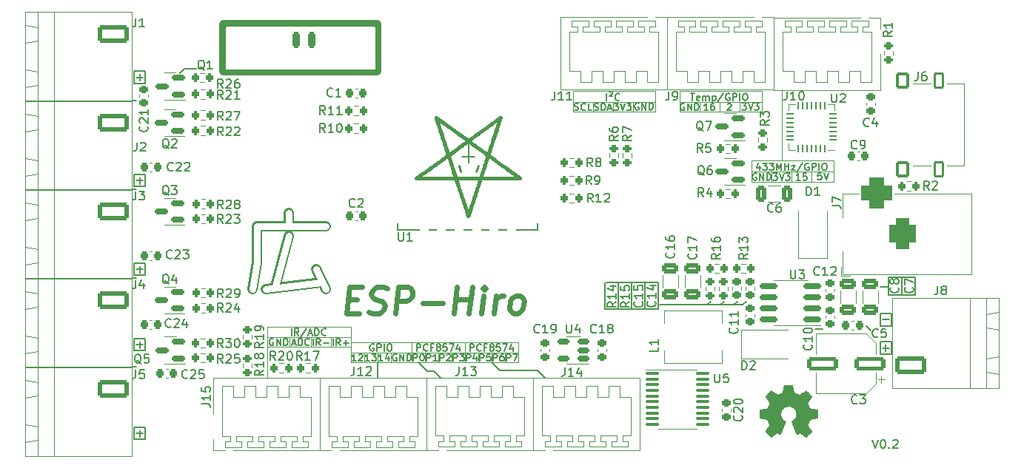
<source format=gbr>
%TF.GenerationSoftware,KiCad,Pcbnew,(5.99.0-9568-gb9d26a55f2)*%
%TF.CreationDate,2021-03-07T17:32:06+01:00*%
%TF.ProjectId,ESP-Hiro,4553502d-4869-4726-9f2e-6b696361645f,rev?*%
%TF.SameCoordinates,Original*%
%TF.FileFunction,Legend,Top*%
%TF.FilePolarity,Positive*%
%FSLAX46Y46*%
G04 Gerber Fmt 4.6, Leading zero omitted, Abs format (unit mm)*
G04 Created by KiCad (PCBNEW (5.99.0-9568-gb9d26a55f2)) date 2021-03-07 17:32:06*
%MOMM*%
%LPD*%
G01*
G04 APERTURE LIST*
G04 Aperture macros list*
%AMRoundRect*
0 Rectangle with rounded corners*
0 $1 Rounding radius*
0 $2 $3 $4 $5 $6 $7 $8 $9 X,Y pos of 4 corners*
0 Add a 4 corners polygon primitive as box body*
4,1,4,$2,$3,$4,$5,$6,$7,$8,$9,$2,$3,0*
0 Add four circle primitives for the rounded corners*
1,1,$1+$1,$2,$3*
1,1,$1+$1,$4,$5*
1,1,$1+$1,$6,$7*
1,1,$1+$1,$8,$9*
0 Add four rect primitives between the rounded corners*
20,1,$1+$1,$2,$3,$4,$5,0*
20,1,$1+$1,$4,$5,$6,$7,0*
20,1,$1+$1,$6,$7,$8,$9,0*
20,1,$1+$1,$8,$9,$2,$3,0*%
G04 Aperture macros list end*
%ADD10C,0.200000*%
%ADD11C,0.150000*%
%ADD12C,0.120000*%
%ADD13C,0.600000*%
%ADD14C,1.200000*%
%ADD15C,1.000000*%
%ADD16C,0.152400*%
%ADD17C,0.250000*%
%ADD18C,0.300000*%
%ADD19C,0.005000*%
%ADD20C,0.010000*%
%ADD21C,0.800000*%
%ADD22RoundRect,0.225000X-0.225000X-0.675000X0.225000X-0.675000X0.225000X0.675000X-0.225000X0.675000X0*%
%ADD23O,1.600000X1.600000*%
%ADD24C,1.600000*%
%ADD25O,1.700000X1.700000*%
%ADD26R,1.700000X1.700000*%
%ADD27R,1.950000X3.000000*%
%ADD28O,3.600000X2.080000*%
%ADD29RoundRect,0.249999X-1.550001X0.790001X-1.550001X-0.790001X1.550001X-0.790001X1.550001X0.790001X0*%
%ADD30RoundRect,0.249999X1.550001X-0.790001X1.550001X0.790001X-1.550001X0.790001X-1.550001X-0.790001X0*%
%ADD31RoundRect,0.250000X0.650000X-0.325000X0.650000X0.325000X-0.650000X0.325000X-0.650000X-0.325000X0*%
%ADD32RoundRect,0.225000X-0.250000X0.225000X-0.250000X-0.225000X0.250000X-0.225000X0.250000X0.225000X0*%
%ADD33RoundRect,0.225000X0.250000X-0.225000X0.250000X0.225000X-0.250000X0.225000X-0.250000X-0.225000X0*%
%ADD34RoundRect,0.225000X-0.225000X-0.250000X0.225000X-0.250000X0.225000X0.250000X-0.225000X0.250000X0*%
%ADD35R,2.500000X1.800000*%
%ADD36RoundRect,0.150000X0.587500X0.150000X-0.587500X0.150000X-0.587500X-0.150000X0.587500X-0.150000X0*%
%ADD37RoundRect,0.200000X0.200000X0.275000X-0.200000X0.275000X-0.200000X-0.275000X0.200000X-0.275000X0*%
%ADD38RoundRect,0.200000X0.275000X-0.200000X0.275000X0.200000X-0.275000X0.200000X-0.275000X-0.200000X0*%
%ADD39RoundRect,0.200000X-0.200000X-0.275000X0.200000X-0.275000X0.200000X0.275000X-0.200000X0.275000X0*%
%ADD40RoundRect,0.200000X-0.275000X0.200000X-0.275000X-0.200000X0.275000X-0.200000X0.275000X0.200000X0*%
%ADD41RoundRect,0.150000X0.825000X0.150000X-0.825000X0.150000X-0.825000X-0.150000X0.825000X-0.150000X0*%
%ADD42R,2.500000X1.100000*%
%ADD43R,1.100000X2.500000*%
%ADD44RoundRect,0.150000X0.512500X0.150000X-0.512500X0.150000X-0.512500X-0.150000X0.512500X-0.150000X0*%
%ADD45RoundRect,0.250000X0.325000X0.650000X-0.325000X0.650000X-0.325000X-0.650000X0.325000X-0.650000X0*%
%ADD46RoundRect,0.225000X0.225000X0.250000X-0.225000X0.250000X-0.225000X-0.250000X0.225000X-0.250000X0*%
%ADD47R,1.800000X2.500000*%
%ADD48RoundRect,0.062500X0.337500X0.062500X-0.337500X0.062500X-0.337500X-0.062500X0.337500X-0.062500X0*%
%ADD49RoundRect,0.062500X0.062500X0.337500X-0.062500X0.337500X-0.062500X-0.337500X0.062500X-0.337500X0*%
%ADD50R,3.350000X3.350000*%
%ADD51C,0.650000*%
%ADD52R,1.450000X0.600000*%
%ADD53R,1.450000X0.300000*%
%ADD54RoundRect,0.120000X0.480000X-0.780000X0.480000X0.780000X-0.480000X0.780000X-0.480000X-0.780000X0*%
%ADD55RoundRect,0.145000X0.580000X-0.755000X0.580000X0.755000X-0.580000X0.755000X-0.580000X-0.755000X0*%
%ADD56C,5.700000*%
%ADD57RoundRect,0.100000X-0.637500X-0.100000X0.637500X-0.100000X0.637500X0.100000X-0.637500X0.100000X0*%
%ADD58R,3.500000X3.500000*%
%ADD59RoundRect,0.750000X0.750000X1.000000X-0.750000X1.000000X-0.750000X-1.000000X0.750000X-1.000000X0*%
%ADD60RoundRect,0.875000X0.875000X0.875000X-0.875000X0.875000X-0.875000X-0.875000X0.875000X-0.875000X0*%
%ADD61RoundRect,0.250000X1.500000X0.550000X-1.500000X0.550000X-1.500000X-0.550000X1.500000X-0.550000X0*%
G04 APERTURE END LIST*
D10*
X106520000Y-120170000D02*
X107047000Y-120170000D01*
X106520000Y-110010000D02*
X107047000Y-110010000D01*
X106520000Y-99850000D02*
X107047000Y-99850000D01*
X106520000Y-89690000D02*
X107047000Y-89690000D01*
X190486000Y-115512000D02*
X190994000Y-116020000D01*
D11*
X192391047Y-114821428D02*
X193152952Y-114821428D01*
D10*
X192137000Y-114115000D02*
X193407000Y-114115000D01*
X193407000Y-114115000D02*
X193407000Y-115512000D01*
X193407000Y-115512000D02*
X192137000Y-115512000D01*
X192137000Y-115512000D02*
X192137000Y-114115000D01*
X192116750Y-117365500D02*
X193386750Y-117365500D01*
X193386750Y-117365500D02*
X193386750Y-118762500D01*
X193386750Y-118762500D02*
X192116750Y-118762500D01*
X192116750Y-118762500D02*
X192116750Y-117365500D01*
D11*
X192370797Y-118071928D02*
X193132702Y-118071928D01*
X192751750Y-118452880D02*
X192751750Y-117690976D01*
D12*
X180834000Y-96589000D02*
X180834000Y-88461000D01*
D11*
X177938476Y-98094000D02*
X177862285Y-98055904D01*
X177748000Y-98055904D01*
X177633714Y-98094000D01*
X177557523Y-98170190D01*
X177519428Y-98246380D01*
X177481333Y-98398761D01*
X177481333Y-98513047D01*
X177519428Y-98665428D01*
X177557523Y-98741619D01*
X177633714Y-98817809D01*
X177748000Y-98855904D01*
X177824190Y-98855904D01*
X177938476Y-98817809D01*
X177976571Y-98779714D01*
X177976571Y-98513047D01*
X177824190Y-98513047D01*
X178319428Y-98855904D02*
X178319428Y-98055904D01*
X178776571Y-98855904D01*
X178776571Y-98055904D01*
X179157523Y-98855904D02*
X179157523Y-98055904D01*
X179348000Y-98055904D01*
X179462285Y-98094000D01*
X179538476Y-98170190D01*
X179576571Y-98246380D01*
X179614666Y-98398761D01*
X179614666Y-98513047D01*
X179576571Y-98665428D01*
X179538476Y-98741619D01*
X179462285Y-98817809D01*
X179348000Y-98855904D01*
X179157523Y-98855904D01*
X179843523Y-98055904D02*
X180338761Y-98055904D01*
X180072095Y-98360666D01*
X180186380Y-98360666D01*
X180262571Y-98398761D01*
X180300666Y-98436857D01*
X180338761Y-98513047D01*
X180338761Y-98703523D01*
X180300666Y-98779714D01*
X180262571Y-98817809D01*
X180186380Y-98855904D01*
X179957809Y-98855904D01*
X179881619Y-98817809D01*
X179843523Y-98779714D01*
X180567333Y-98055904D02*
X180834000Y-98855904D01*
X181100666Y-98055904D01*
X181291142Y-98055904D02*
X181786380Y-98055904D01*
X181519714Y-98360666D01*
X181634000Y-98360666D01*
X181710190Y-98398761D01*
X181748285Y-98436857D01*
X181786380Y-98513047D01*
X181786380Y-98703523D01*
X181748285Y-98779714D01*
X181710190Y-98817809D01*
X181634000Y-98855904D01*
X181405428Y-98855904D01*
X181329238Y-98817809D01*
X181291142Y-98779714D01*
X182967619Y-98855904D02*
X182510476Y-98855904D01*
X182739047Y-98855904D02*
X182739047Y-98055904D01*
X182662857Y-98170190D01*
X182586666Y-98246380D01*
X182510476Y-98284476D01*
X183691428Y-98055904D02*
X183310476Y-98055904D01*
X183272380Y-98436857D01*
X183310476Y-98398761D01*
X183386666Y-98360666D01*
X183577142Y-98360666D01*
X183653333Y-98398761D01*
X183691428Y-98436857D01*
X183729523Y-98513047D01*
X183729523Y-98703523D01*
X183691428Y-98779714D01*
X183653333Y-98817809D01*
X183577142Y-98855904D01*
X183386666Y-98855904D01*
X183310476Y-98817809D01*
X183272380Y-98779714D01*
X178338904Y-97179571D02*
X178338904Y-97712904D01*
X178148428Y-96874809D02*
X177957952Y-97446238D01*
X178453190Y-97446238D01*
X178681761Y-96912904D02*
X179177000Y-96912904D01*
X178910333Y-97217666D01*
X179024619Y-97217666D01*
X179100809Y-97255761D01*
X179138904Y-97293857D01*
X179177000Y-97370047D01*
X179177000Y-97560523D01*
X179138904Y-97636714D01*
X179100809Y-97674809D01*
X179024619Y-97712904D01*
X178796047Y-97712904D01*
X178719857Y-97674809D01*
X178681761Y-97636714D01*
X179443666Y-96912904D02*
X179938904Y-96912904D01*
X179672238Y-97217666D01*
X179786523Y-97217666D01*
X179862714Y-97255761D01*
X179900809Y-97293857D01*
X179938904Y-97370047D01*
X179938904Y-97560523D01*
X179900809Y-97636714D01*
X179862714Y-97674809D01*
X179786523Y-97712904D01*
X179557952Y-97712904D01*
X179481761Y-97674809D01*
X179443666Y-97636714D01*
X180281761Y-97712904D02*
X180281761Y-96912904D01*
X180548428Y-97484333D01*
X180815095Y-96912904D01*
X180815095Y-97712904D01*
X181196047Y-97712904D02*
X181196047Y-96912904D01*
X181196047Y-97293857D02*
X181653190Y-97293857D01*
X181653190Y-97712904D02*
X181653190Y-96912904D01*
X181957952Y-97179571D02*
X182377000Y-97179571D01*
X181957952Y-97712904D01*
X182377000Y-97712904D01*
X183253190Y-96874809D02*
X182567476Y-97903380D01*
X183938904Y-96951000D02*
X183862714Y-96912904D01*
X183748428Y-96912904D01*
X183634142Y-96951000D01*
X183557952Y-97027190D01*
X183519857Y-97103380D01*
X183481761Y-97255761D01*
X183481761Y-97370047D01*
X183519857Y-97522428D01*
X183557952Y-97598619D01*
X183634142Y-97674809D01*
X183748428Y-97712904D01*
X183824619Y-97712904D01*
X183938904Y-97674809D01*
X183977000Y-97636714D01*
X183977000Y-97370047D01*
X183824619Y-97370047D01*
X184319857Y-97712904D02*
X184319857Y-96912904D01*
X184624619Y-96912904D01*
X184700809Y-96951000D01*
X184738904Y-96989095D01*
X184777000Y-97065285D01*
X184777000Y-97179571D01*
X184738904Y-97255761D01*
X184700809Y-97293857D01*
X184624619Y-97331952D01*
X184319857Y-97331952D01*
X185119857Y-97712904D02*
X185119857Y-96912904D01*
X185653190Y-96912904D02*
X185805571Y-96912904D01*
X185881761Y-96951000D01*
X185957952Y-97027190D01*
X185996047Y-97179571D01*
X185996047Y-97446238D01*
X185957952Y-97598619D01*
X185881761Y-97674809D01*
X185805571Y-97712904D01*
X185653190Y-97712904D01*
X185577000Y-97674809D01*
X185500809Y-97598619D01*
X185462714Y-97446238D01*
X185462714Y-97179571D01*
X185500809Y-97027190D01*
X185577000Y-96951000D01*
X185653190Y-96912904D01*
X185380619Y-97992404D02*
X184999666Y-97992404D01*
X184961571Y-98373357D01*
X184999666Y-98335261D01*
X185075857Y-98297166D01*
X185266333Y-98297166D01*
X185342523Y-98335261D01*
X185380619Y-98373357D01*
X185418714Y-98449547D01*
X185418714Y-98640023D01*
X185380619Y-98716214D01*
X185342523Y-98754309D01*
X185266333Y-98792404D01*
X185075857Y-98792404D01*
X184999666Y-98754309D01*
X184961571Y-98716214D01*
X185647285Y-97992404D02*
X185913952Y-98792404D01*
X186180619Y-97992404D01*
D12*
X184263000Y-97859000D02*
X186803000Y-97859000D01*
X186803000Y-97859000D02*
X186803000Y-99002000D01*
X186803000Y-99002000D02*
X184263000Y-99002000D01*
X184263000Y-99002000D02*
X184263000Y-97859000D01*
X181977000Y-97859000D02*
X184263000Y-97859000D01*
X184263000Y-97859000D02*
X184263000Y-99002000D01*
X184263000Y-99002000D02*
X181977000Y-99002000D01*
X181977000Y-99002000D02*
X181977000Y-97859000D01*
X177405000Y-97859000D02*
X179691000Y-97859000D01*
X179691000Y-97859000D02*
X179691000Y-99002000D01*
X179691000Y-99002000D02*
X177405000Y-99002000D01*
X177405000Y-99002000D02*
X177405000Y-97859000D01*
X179691000Y-97859000D02*
X181977000Y-97859000D01*
X181977000Y-97859000D02*
X181977000Y-99002000D01*
X181977000Y-99002000D02*
X179691000Y-99002000D01*
X179691000Y-99002000D02*
X179691000Y-97859000D01*
X177405000Y-97859000D02*
X186803000Y-97859000D01*
X186803000Y-97859000D02*
X186803000Y-96589000D01*
X186803000Y-96589000D02*
X177405000Y-96589000D01*
X177405000Y-96589000D02*
X177405000Y-97859000D01*
D11*
X172426619Y-90854904D02*
X171969476Y-90854904D01*
X172198047Y-90854904D02*
X172198047Y-90054904D01*
X172121857Y-90169190D01*
X172045666Y-90245380D01*
X171969476Y-90283476D01*
X173112333Y-90054904D02*
X172959952Y-90054904D01*
X172883761Y-90093000D01*
X172845666Y-90131095D01*
X172769476Y-90245380D01*
X172731380Y-90397761D01*
X172731380Y-90702523D01*
X172769476Y-90778714D01*
X172807571Y-90816809D01*
X172883761Y-90854904D01*
X173036142Y-90854904D01*
X173112333Y-90816809D01*
X173150428Y-90778714D01*
X173188523Y-90702523D01*
X173188523Y-90512047D01*
X173150428Y-90435857D01*
X173112333Y-90397761D01*
X173036142Y-90359666D01*
X172883761Y-90359666D01*
X172807571Y-90397761D01*
X172769476Y-90435857D01*
X172731380Y-90512047D01*
X169683476Y-90093000D02*
X169607285Y-90054904D01*
X169493000Y-90054904D01*
X169378714Y-90093000D01*
X169302523Y-90169190D01*
X169264428Y-90245380D01*
X169226333Y-90397761D01*
X169226333Y-90512047D01*
X169264428Y-90664428D01*
X169302523Y-90740619D01*
X169378714Y-90816809D01*
X169493000Y-90854904D01*
X169569190Y-90854904D01*
X169683476Y-90816809D01*
X169721571Y-90778714D01*
X169721571Y-90512047D01*
X169569190Y-90512047D01*
X170064428Y-90854904D02*
X170064428Y-90054904D01*
X170521571Y-90854904D01*
X170521571Y-90054904D01*
X170902523Y-90854904D02*
X170902523Y-90054904D01*
X171093000Y-90054904D01*
X171207285Y-90093000D01*
X171283476Y-90169190D01*
X171321571Y-90245380D01*
X171359666Y-90397761D01*
X171359666Y-90512047D01*
X171321571Y-90664428D01*
X171283476Y-90740619D01*
X171207285Y-90816809D01*
X171093000Y-90854904D01*
X170902523Y-90854904D01*
X174636428Y-90131095D02*
X174674523Y-90093000D01*
X174750714Y-90054904D01*
X174941190Y-90054904D01*
X175017380Y-90093000D01*
X175055476Y-90131095D01*
X175093571Y-90207285D01*
X175093571Y-90283476D01*
X175055476Y-90397761D01*
X174598333Y-90854904D01*
X175093571Y-90854904D01*
X170426761Y-88911904D02*
X170883904Y-88911904D01*
X170655333Y-89711904D02*
X170655333Y-88911904D01*
X171455333Y-89673809D02*
X171379142Y-89711904D01*
X171226761Y-89711904D01*
X171150571Y-89673809D01*
X171112476Y-89597619D01*
X171112476Y-89292857D01*
X171150571Y-89216666D01*
X171226761Y-89178571D01*
X171379142Y-89178571D01*
X171455333Y-89216666D01*
X171493428Y-89292857D01*
X171493428Y-89369047D01*
X171112476Y-89445238D01*
X171836285Y-89711904D02*
X171836285Y-89178571D01*
X171836285Y-89254761D02*
X171874380Y-89216666D01*
X171950571Y-89178571D01*
X172064857Y-89178571D01*
X172141047Y-89216666D01*
X172179142Y-89292857D01*
X172179142Y-89711904D01*
X172179142Y-89292857D02*
X172217238Y-89216666D01*
X172293428Y-89178571D01*
X172407714Y-89178571D01*
X172483904Y-89216666D01*
X172522000Y-89292857D01*
X172522000Y-89711904D01*
X172902952Y-89178571D02*
X172902952Y-89978571D01*
X172902952Y-89216666D02*
X172979142Y-89178571D01*
X173131523Y-89178571D01*
X173207714Y-89216666D01*
X173245809Y-89254761D01*
X173283904Y-89330952D01*
X173283904Y-89559523D01*
X173245809Y-89635714D01*
X173207714Y-89673809D01*
X173131523Y-89711904D01*
X172979142Y-89711904D01*
X172902952Y-89673809D01*
X174198190Y-88873809D02*
X173512476Y-89902380D01*
X174883904Y-88950000D02*
X174807714Y-88911904D01*
X174693428Y-88911904D01*
X174579142Y-88950000D01*
X174502952Y-89026190D01*
X174464857Y-89102380D01*
X174426761Y-89254761D01*
X174426761Y-89369047D01*
X174464857Y-89521428D01*
X174502952Y-89597619D01*
X174579142Y-89673809D01*
X174693428Y-89711904D01*
X174769619Y-89711904D01*
X174883904Y-89673809D01*
X174922000Y-89635714D01*
X174922000Y-89369047D01*
X174769619Y-89369047D01*
X175264857Y-89711904D02*
X175264857Y-88911904D01*
X175569619Y-88911904D01*
X175645809Y-88950000D01*
X175683904Y-88988095D01*
X175722000Y-89064285D01*
X175722000Y-89178571D01*
X175683904Y-89254761D01*
X175645809Y-89292857D01*
X175569619Y-89330952D01*
X175264857Y-89330952D01*
X176064857Y-89711904D02*
X176064857Y-88911904D01*
X176598190Y-88911904D02*
X176750571Y-88911904D01*
X176826761Y-88950000D01*
X176902952Y-89026190D01*
X176941047Y-89178571D01*
X176941047Y-89445238D01*
X176902952Y-89597619D01*
X176826761Y-89673809D01*
X176750571Y-89711904D01*
X176598190Y-89711904D01*
X176522000Y-89673809D01*
X176445809Y-89597619D01*
X176407714Y-89445238D01*
X176407714Y-89178571D01*
X176445809Y-89026190D01*
X176522000Y-88950000D01*
X176598190Y-88911904D01*
X176287523Y-89991404D02*
X176782761Y-89991404D01*
X176516095Y-90296166D01*
X176630380Y-90296166D01*
X176706571Y-90334261D01*
X176744666Y-90372357D01*
X176782761Y-90448547D01*
X176782761Y-90639023D01*
X176744666Y-90715214D01*
X176706571Y-90753309D01*
X176630380Y-90791404D01*
X176401809Y-90791404D01*
X176325619Y-90753309D01*
X176287523Y-90715214D01*
X177011333Y-89991404D02*
X177278000Y-90791404D01*
X177544666Y-89991404D01*
X177735142Y-89991404D02*
X178230380Y-89991404D01*
X177963714Y-90296166D01*
X178078000Y-90296166D01*
X178154190Y-90334261D01*
X178192285Y-90372357D01*
X178230380Y-90448547D01*
X178230380Y-90639023D01*
X178192285Y-90715214D01*
X178154190Y-90753309D01*
X178078000Y-90791404D01*
X177849428Y-90791404D01*
X177773238Y-90753309D01*
X177735142Y-90715214D01*
D12*
X169150000Y-89858000D02*
X171436000Y-89858000D01*
X171436000Y-89858000D02*
X171436000Y-91001000D01*
X171436000Y-91001000D02*
X169150000Y-91001000D01*
X169150000Y-91001000D02*
X169150000Y-89858000D01*
X171436000Y-89858000D02*
X173722000Y-89858000D01*
X173722000Y-89858000D02*
X173722000Y-91001000D01*
X173722000Y-91001000D02*
X171436000Y-91001000D01*
X171436000Y-91001000D02*
X171436000Y-89858000D01*
X176008000Y-89858000D02*
X178548000Y-89858000D01*
X178548000Y-89858000D02*
X178548000Y-91001000D01*
X178548000Y-91001000D02*
X176008000Y-91001000D01*
X176008000Y-91001000D02*
X176008000Y-89858000D01*
X173722000Y-89858000D02*
X176008000Y-89858000D01*
X176008000Y-89858000D02*
X176008000Y-91001000D01*
X176008000Y-91001000D02*
X173722000Y-91001000D01*
X173722000Y-91001000D02*
X173722000Y-89858000D01*
X169150000Y-89858000D02*
X178548000Y-89858000D01*
X178548000Y-89858000D02*
X178548000Y-88588000D01*
X178548000Y-88588000D02*
X169150000Y-88588000D01*
X169150000Y-88588000D02*
X169150000Y-89858000D01*
X161530000Y-89858000D02*
X163816000Y-89858000D01*
X163816000Y-89858000D02*
X163816000Y-91001000D01*
X163816000Y-91001000D02*
X161530000Y-91001000D01*
X161530000Y-91001000D02*
X161530000Y-89858000D01*
X163816000Y-89858000D02*
X166356000Y-89858000D01*
X166356000Y-89858000D02*
X166356000Y-91001000D01*
X166356000Y-91001000D02*
X163816000Y-91001000D01*
X163816000Y-91001000D02*
X163816000Y-89858000D01*
X156958000Y-89858000D02*
X166356000Y-89858000D01*
X166356000Y-89858000D02*
X166356000Y-88588000D01*
X166356000Y-88588000D02*
X156958000Y-88588000D01*
X156958000Y-88588000D02*
X156958000Y-89858000D01*
X159244000Y-89858000D02*
X161530000Y-89858000D01*
X161530000Y-89858000D02*
X161530000Y-91001000D01*
X161530000Y-91001000D02*
X159244000Y-91001000D01*
X159244000Y-91001000D02*
X159244000Y-89858000D01*
D11*
X164476476Y-90029500D02*
X164400285Y-89991404D01*
X164286000Y-89991404D01*
X164171714Y-90029500D01*
X164095523Y-90105690D01*
X164057428Y-90181880D01*
X164019333Y-90334261D01*
X164019333Y-90448547D01*
X164057428Y-90600928D01*
X164095523Y-90677119D01*
X164171714Y-90753309D01*
X164286000Y-90791404D01*
X164362190Y-90791404D01*
X164476476Y-90753309D01*
X164514571Y-90715214D01*
X164514571Y-90448547D01*
X164362190Y-90448547D01*
X164857428Y-90791404D02*
X164857428Y-89991404D01*
X165314571Y-90791404D01*
X165314571Y-89991404D01*
X165695523Y-90791404D02*
X165695523Y-89991404D01*
X165886000Y-89991404D01*
X166000285Y-90029500D01*
X166076476Y-90105690D01*
X166114571Y-90181880D01*
X166152666Y-90334261D01*
X166152666Y-90448547D01*
X166114571Y-90600928D01*
X166076476Y-90677119D01*
X166000285Y-90753309D01*
X165886000Y-90791404D01*
X165695523Y-90791404D01*
X159415571Y-90816809D02*
X159529857Y-90854904D01*
X159720333Y-90854904D01*
X159796523Y-90816809D01*
X159834619Y-90778714D01*
X159872714Y-90702523D01*
X159872714Y-90626333D01*
X159834619Y-90550142D01*
X159796523Y-90512047D01*
X159720333Y-90473952D01*
X159567952Y-90435857D01*
X159491761Y-90397761D01*
X159453666Y-90359666D01*
X159415571Y-90283476D01*
X159415571Y-90207285D01*
X159453666Y-90131095D01*
X159491761Y-90093000D01*
X159567952Y-90054904D01*
X159758428Y-90054904D01*
X159872714Y-90093000D01*
X160215571Y-90854904D02*
X160215571Y-90054904D01*
X160406047Y-90054904D01*
X160520333Y-90093000D01*
X160596523Y-90169190D01*
X160634619Y-90245380D01*
X160672714Y-90397761D01*
X160672714Y-90512047D01*
X160634619Y-90664428D01*
X160596523Y-90740619D01*
X160520333Y-90816809D01*
X160406047Y-90854904D01*
X160215571Y-90854904D01*
X160977476Y-90626333D02*
X161358428Y-90626333D01*
X160901285Y-90854904D02*
X161167952Y-90054904D01*
X161434619Y-90854904D01*
X161682523Y-90054904D02*
X162177761Y-90054904D01*
X161911095Y-90359666D01*
X162025380Y-90359666D01*
X162101571Y-90397761D01*
X162139666Y-90435857D01*
X162177761Y-90512047D01*
X162177761Y-90702523D01*
X162139666Y-90778714D01*
X162101571Y-90816809D01*
X162025380Y-90854904D01*
X161796809Y-90854904D01*
X161720619Y-90816809D01*
X161682523Y-90778714D01*
X162406333Y-90054904D02*
X162673000Y-90854904D01*
X162939666Y-90054904D01*
X163130142Y-90054904D02*
X163625380Y-90054904D01*
X163358714Y-90359666D01*
X163473000Y-90359666D01*
X163549190Y-90397761D01*
X163587285Y-90435857D01*
X163625380Y-90512047D01*
X163625380Y-90702523D01*
X163587285Y-90778714D01*
X163549190Y-90816809D01*
X163473000Y-90854904D01*
X163244428Y-90854904D01*
X163168238Y-90816809D01*
X163130142Y-90778714D01*
X157148619Y-90816809D02*
X157262904Y-90854904D01*
X157453380Y-90854904D01*
X157529571Y-90816809D01*
X157567666Y-90778714D01*
X157605761Y-90702523D01*
X157605761Y-90626333D01*
X157567666Y-90550142D01*
X157529571Y-90512047D01*
X157453380Y-90473952D01*
X157301000Y-90435857D01*
X157224809Y-90397761D01*
X157186714Y-90359666D01*
X157148619Y-90283476D01*
X157148619Y-90207285D01*
X157186714Y-90131095D01*
X157224809Y-90093000D01*
X157301000Y-90054904D01*
X157491476Y-90054904D01*
X157605761Y-90093000D01*
X158405761Y-90778714D02*
X158367666Y-90816809D01*
X158253380Y-90854904D01*
X158177190Y-90854904D01*
X158062904Y-90816809D01*
X157986714Y-90740619D01*
X157948619Y-90664428D01*
X157910523Y-90512047D01*
X157910523Y-90397761D01*
X157948619Y-90245380D01*
X157986714Y-90169190D01*
X158062904Y-90093000D01*
X158177190Y-90054904D01*
X158253380Y-90054904D01*
X158367666Y-90093000D01*
X158405761Y-90131095D01*
X159129571Y-90854904D02*
X158748619Y-90854904D01*
X158748619Y-90054904D01*
X160825238Y-89711904D02*
X160825238Y-88911904D01*
X161168095Y-88721428D02*
X161244285Y-88683333D01*
X161358571Y-88683333D01*
X161434761Y-88721428D01*
X161472857Y-88797619D01*
X161472857Y-88873809D01*
X161434761Y-88950000D01*
X161168095Y-89216666D01*
X161472857Y-89216666D01*
X162272857Y-89635714D02*
X162234761Y-89673809D01*
X162120476Y-89711904D01*
X162044285Y-89711904D01*
X161930000Y-89673809D01*
X161853809Y-89597619D01*
X161815714Y-89521428D01*
X161777619Y-89369047D01*
X161777619Y-89254761D01*
X161815714Y-89102380D01*
X161853809Y-89026190D01*
X161930000Y-88950000D01*
X162044285Y-88911904D01*
X162120476Y-88911904D01*
X162234761Y-88950000D01*
X162272857Y-88988095D01*
D12*
X156958000Y-89858000D02*
X159244000Y-89858000D01*
X159244000Y-89858000D02*
X159244000Y-91001000D01*
X159244000Y-91001000D02*
X156958000Y-91001000D01*
X156958000Y-91001000D02*
X156958000Y-89858000D01*
X122033000Y-117925000D02*
X122033000Y-121481000D01*
X126986000Y-116782000D02*
X129272000Y-116782000D01*
X129272000Y-116782000D02*
X129272000Y-117925000D01*
X129272000Y-117925000D02*
X126986000Y-117925000D01*
X126986000Y-117925000D02*
X126986000Y-116782000D01*
X129272000Y-116782000D02*
X131558000Y-116782000D01*
X131558000Y-116782000D02*
X131558000Y-117925000D01*
X131558000Y-117925000D02*
X129272000Y-117925000D01*
X129272000Y-117925000D02*
X129272000Y-116782000D01*
X122033000Y-116782000D02*
X131558000Y-116782000D01*
X131558000Y-116782000D02*
X131558000Y-115639000D01*
X131558000Y-115639000D02*
X122033000Y-115639000D01*
X122033000Y-115639000D02*
X122033000Y-116782000D01*
X124573000Y-116782000D02*
X126986000Y-116782000D01*
X126986000Y-116782000D02*
X126986000Y-117925000D01*
X126986000Y-117925000D02*
X124573000Y-117925000D01*
X124573000Y-117925000D02*
X124573000Y-116782000D01*
D11*
X129519761Y-117778904D02*
X129519761Y-116978904D01*
X130357857Y-117778904D02*
X130091190Y-117397952D01*
X129900714Y-117778904D02*
X129900714Y-116978904D01*
X130205476Y-116978904D01*
X130281666Y-117017000D01*
X130319761Y-117055095D01*
X130357857Y-117131285D01*
X130357857Y-117245571D01*
X130319761Y-117321761D01*
X130281666Y-117359857D01*
X130205476Y-117397952D01*
X129900714Y-117397952D01*
X130700714Y-117474142D02*
X131310238Y-117474142D01*
X131005476Y-117778904D02*
X131005476Y-117169380D01*
X124852523Y-117550333D02*
X125233476Y-117550333D01*
X124776333Y-117778904D02*
X125043000Y-116978904D01*
X125309666Y-117778904D01*
X125576333Y-117778904D02*
X125576333Y-116978904D01*
X125766809Y-116978904D01*
X125881095Y-117017000D01*
X125957285Y-117093190D01*
X125995380Y-117169380D01*
X126033476Y-117321761D01*
X126033476Y-117436047D01*
X125995380Y-117588428D01*
X125957285Y-117664619D01*
X125881095Y-117740809D01*
X125766809Y-117778904D01*
X125576333Y-117778904D01*
X126833476Y-117702714D02*
X126795380Y-117740809D01*
X126681095Y-117778904D01*
X126604904Y-117778904D01*
X126490619Y-117740809D01*
X126414428Y-117664619D01*
X126376333Y-117588428D01*
X126338238Y-117436047D01*
X126338238Y-117321761D01*
X126376333Y-117169380D01*
X126414428Y-117093190D01*
X126490619Y-117017000D01*
X126604904Y-116978904D01*
X126681095Y-116978904D01*
X126795380Y-117017000D01*
X126833476Y-117055095D01*
X127233761Y-117778904D02*
X127233761Y-116978904D01*
X128071857Y-117778904D02*
X127805190Y-117397952D01*
X127614714Y-117778904D02*
X127614714Y-116978904D01*
X127919476Y-116978904D01*
X127995666Y-117017000D01*
X128033761Y-117055095D01*
X128071857Y-117131285D01*
X128071857Y-117245571D01*
X128033761Y-117321761D01*
X127995666Y-117359857D01*
X127919476Y-117397952D01*
X127614714Y-117397952D01*
X128414714Y-117474142D02*
X129024238Y-117474142D01*
X122693476Y-117017000D02*
X122617285Y-116978904D01*
X122503000Y-116978904D01*
X122388714Y-117017000D01*
X122312523Y-117093190D01*
X122274428Y-117169380D01*
X122236333Y-117321761D01*
X122236333Y-117436047D01*
X122274428Y-117588428D01*
X122312523Y-117664619D01*
X122388714Y-117740809D01*
X122503000Y-117778904D01*
X122579190Y-117778904D01*
X122693476Y-117740809D01*
X122731571Y-117702714D01*
X122731571Y-117436047D01*
X122579190Y-117436047D01*
X123074428Y-117778904D02*
X123074428Y-116978904D01*
X123531571Y-117778904D01*
X123531571Y-116978904D01*
X123912523Y-117778904D02*
X123912523Y-116978904D01*
X124103000Y-116978904D01*
X124217285Y-117017000D01*
X124293476Y-117093190D01*
X124331571Y-117169380D01*
X124369666Y-117321761D01*
X124369666Y-117436047D01*
X124331571Y-117588428D01*
X124293476Y-117664619D01*
X124217285Y-117740809D01*
X124103000Y-117778904D01*
X123912523Y-117778904D01*
X124770095Y-116635904D02*
X124770095Y-115835904D01*
X125608190Y-116635904D02*
X125341523Y-116254952D01*
X125151047Y-116635904D02*
X125151047Y-115835904D01*
X125455809Y-115835904D01*
X125532000Y-115874000D01*
X125570095Y-115912095D01*
X125608190Y-115988285D01*
X125608190Y-116102571D01*
X125570095Y-116178761D01*
X125532000Y-116216857D01*
X125455809Y-116254952D01*
X125151047Y-116254952D01*
X126522476Y-115797809D02*
X125836761Y-116826380D01*
X126751047Y-116407333D02*
X127132000Y-116407333D01*
X126674857Y-116635904D02*
X126941523Y-115835904D01*
X127208190Y-116635904D01*
X127474857Y-116635904D02*
X127474857Y-115835904D01*
X127665333Y-115835904D01*
X127779619Y-115874000D01*
X127855809Y-115950190D01*
X127893904Y-116026380D01*
X127932000Y-116178761D01*
X127932000Y-116293047D01*
X127893904Y-116445428D01*
X127855809Y-116521619D01*
X127779619Y-116597809D01*
X127665333Y-116635904D01*
X127474857Y-116635904D01*
X128732000Y-116559714D02*
X128693904Y-116597809D01*
X128579619Y-116635904D01*
X128503428Y-116635904D01*
X128389142Y-116597809D01*
X128312952Y-116521619D01*
X128274857Y-116445428D01*
X128236761Y-116293047D01*
X128236761Y-116178761D01*
X128274857Y-116026380D01*
X128312952Y-115950190D01*
X128389142Y-115874000D01*
X128503428Y-115835904D01*
X128579619Y-115835904D01*
X128693904Y-115874000D01*
X128732000Y-115912095D01*
D12*
X122033000Y-116782000D02*
X124573000Y-116782000D01*
X124573000Y-116782000D02*
X124573000Y-117925000D01*
X124573000Y-117925000D02*
X122033000Y-117925000D01*
X122033000Y-117925000D02*
X122033000Y-116782000D01*
D10*
X134606000Y-119703000D02*
X134606000Y-121481000D01*
D12*
X134606000Y-118560000D02*
X136130000Y-118560000D01*
X136130000Y-118560000D02*
X136130000Y-119703000D01*
X136130000Y-119703000D02*
X134606000Y-119703000D01*
X134606000Y-119703000D02*
X134606000Y-118560000D01*
X136130000Y-118560000D02*
X138543000Y-118560000D01*
X138543000Y-118560000D02*
X138543000Y-119703000D01*
X138543000Y-119703000D02*
X136130000Y-119703000D01*
X136130000Y-119703000D02*
X136130000Y-118560000D01*
X131558000Y-118560000D02*
X138543000Y-118560000D01*
X138543000Y-118560000D02*
X138543000Y-117417000D01*
X138543000Y-117417000D02*
X131558000Y-117417000D01*
X131558000Y-117417000D02*
X131558000Y-118560000D01*
X133082000Y-118560000D02*
X134606000Y-118560000D01*
X134606000Y-118560000D02*
X134606000Y-119703000D01*
X134606000Y-119703000D02*
X133082000Y-119703000D01*
X133082000Y-119703000D02*
X133082000Y-118560000D01*
D11*
X136790476Y-118795000D02*
X136714285Y-118756904D01*
X136600000Y-118756904D01*
X136485714Y-118795000D01*
X136409523Y-118871190D01*
X136371428Y-118947380D01*
X136333333Y-119099761D01*
X136333333Y-119214047D01*
X136371428Y-119366428D01*
X136409523Y-119442619D01*
X136485714Y-119518809D01*
X136600000Y-119556904D01*
X136676190Y-119556904D01*
X136790476Y-119518809D01*
X136828571Y-119480714D01*
X136828571Y-119214047D01*
X136676190Y-119214047D01*
X137171428Y-119556904D02*
X137171428Y-118756904D01*
X137628571Y-119556904D01*
X137628571Y-118756904D01*
X138009523Y-119556904D02*
X138009523Y-118756904D01*
X138200000Y-118756904D01*
X138314285Y-118795000D01*
X138390476Y-118871190D01*
X138428571Y-118947380D01*
X138466666Y-119099761D01*
X138466666Y-119214047D01*
X138428571Y-119366428D01*
X138390476Y-119442619D01*
X138314285Y-119518809D01*
X138200000Y-119556904D01*
X138009523Y-119556904D01*
X133691619Y-119556904D02*
X133234476Y-119556904D01*
X133463047Y-119556904D02*
X133463047Y-118756904D01*
X133386857Y-118871190D01*
X133310666Y-118947380D01*
X133234476Y-118985476D01*
X133958285Y-118756904D02*
X134453523Y-118756904D01*
X134186857Y-119061666D01*
X134301142Y-119061666D01*
X134377333Y-119099761D01*
X134415428Y-119137857D01*
X134453523Y-119214047D01*
X134453523Y-119404523D01*
X134415428Y-119480714D01*
X134377333Y-119518809D01*
X134301142Y-119556904D01*
X134072571Y-119556904D01*
X133996380Y-119518809D01*
X133958285Y-119480714D01*
X135215619Y-119556904D02*
X134758476Y-119556904D01*
X134987047Y-119556904D02*
X134987047Y-118756904D01*
X134910857Y-118871190D01*
X134834666Y-118947380D01*
X134758476Y-118985476D01*
X135901333Y-119023571D02*
X135901333Y-119556904D01*
X135710857Y-118718809D02*
X135520380Y-119290238D01*
X136015619Y-119290238D01*
X132167619Y-119556904D02*
X131710476Y-119556904D01*
X131939047Y-119556904D02*
X131939047Y-118756904D01*
X131862857Y-118871190D01*
X131786666Y-118947380D01*
X131710476Y-118985476D01*
X132472380Y-118833095D02*
X132510476Y-118795000D01*
X132586666Y-118756904D01*
X132777142Y-118756904D01*
X132853333Y-118795000D01*
X132891428Y-118833095D01*
X132929523Y-118909285D01*
X132929523Y-118985476D01*
X132891428Y-119099761D01*
X132434285Y-119556904D01*
X132929523Y-119556904D01*
X134187000Y-117652000D02*
X134110809Y-117613904D01*
X133996523Y-117613904D01*
X133882238Y-117652000D01*
X133806047Y-117728190D01*
X133767952Y-117804380D01*
X133729857Y-117956761D01*
X133729857Y-118071047D01*
X133767952Y-118223428D01*
X133806047Y-118299619D01*
X133882238Y-118375809D01*
X133996523Y-118413904D01*
X134072714Y-118413904D01*
X134187000Y-118375809D01*
X134225095Y-118337714D01*
X134225095Y-118071047D01*
X134072714Y-118071047D01*
X134567952Y-118413904D02*
X134567952Y-117613904D01*
X134872714Y-117613904D01*
X134948904Y-117652000D01*
X134987000Y-117690095D01*
X135025095Y-117766285D01*
X135025095Y-117880571D01*
X134987000Y-117956761D01*
X134948904Y-117994857D01*
X134872714Y-118032952D01*
X134567952Y-118032952D01*
X135367952Y-118413904D02*
X135367952Y-117613904D01*
X135901285Y-117613904D02*
X136053666Y-117613904D01*
X136129857Y-117652000D01*
X136206047Y-117728190D01*
X136244142Y-117880571D01*
X136244142Y-118147238D01*
X136206047Y-118299619D01*
X136129857Y-118375809D01*
X136053666Y-118413904D01*
X135901285Y-118413904D01*
X135825095Y-118375809D01*
X135748904Y-118299619D01*
X135710809Y-118147238D01*
X135710809Y-117880571D01*
X135748904Y-117728190D01*
X135825095Y-117652000D01*
X135901285Y-117613904D01*
D12*
X131558000Y-118560000D02*
X133082000Y-118560000D01*
X133082000Y-118560000D02*
X133082000Y-119703000D01*
X133082000Y-119703000D02*
X131558000Y-119703000D01*
X131558000Y-119703000D02*
X131558000Y-118560000D01*
D10*
X152894000Y-120592000D02*
X153783000Y-121481000D01*
X148576000Y-120592000D02*
X152894000Y-120592000D01*
X147687000Y-119703000D02*
X148576000Y-120592000D01*
X141083000Y-120719000D02*
X141845000Y-121481000D01*
X140321000Y-120719000D02*
X141083000Y-120719000D01*
X139305000Y-119703000D02*
X140321000Y-120719000D01*
D12*
X147687000Y-118560000D02*
X149211000Y-118560000D01*
X149211000Y-118560000D02*
X149211000Y-119703000D01*
X149211000Y-119703000D02*
X147687000Y-119703000D01*
X147687000Y-119703000D02*
X147687000Y-118560000D01*
X149211000Y-118560000D02*
X150735000Y-118560000D01*
X150735000Y-118560000D02*
X150735000Y-119703000D01*
X150735000Y-119703000D02*
X149211000Y-119703000D01*
X149211000Y-119703000D02*
X149211000Y-118560000D01*
X144639000Y-118560000D02*
X150735000Y-118560000D01*
X150735000Y-118560000D02*
X150735000Y-117417000D01*
X150735000Y-117417000D02*
X144639000Y-117417000D01*
X144639000Y-117417000D02*
X144639000Y-118560000D01*
X146163000Y-118560000D02*
X147687000Y-118560000D01*
X147687000Y-118560000D02*
X147687000Y-119703000D01*
X147687000Y-119703000D02*
X146163000Y-119703000D01*
X146163000Y-119703000D02*
X146163000Y-118560000D01*
D11*
X149382523Y-119556904D02*
X149382523Y-118756904D01*
X149687285Y-118756904D01*
X149763476Y-118795000D01*
X149801571Y-118833095D01*
X149839666Y-118909285D01*
X149839666Y-119023571D01*
X149801571Y-119099761D01*
X149763476Y-119137857D01*
X149687285Y-119175952D01*
X149382523Y-119175952D01*
X150106333Y-118756904D02*
X150639666Y-118756904D01*
X150296809Y-119556904D01*
X146334523Y-119556904D02*
X146334523Y-118756904D01*
X146639285Y-118756904D01*
X146715476Y-118795000D01*
X146753571Y-118833095D01*
X146791666Y-118909285D01*
X146791666Y-119023571D01*
X146753571Y-119099761D01*
X146715476Y-119137857D01*
X146639285Y-119175952D01*
X146334523Y-119175952D01*
X147515476Y-118756904D02*
X147134523Y-118756904D01*
X147096428Y-119137857D01*
X147134523Y-119099761D01*
X147210714Y-119061666D01*
X147401190Y-119061666D01*
X147477380Y-119099761D01*
X147515476Y-119137857D01*
X147553571Y-119214047D01*
X147553571Y-119404523D01*
X147515476Y-119480714D01*
X147477380Y-119518809D01*
X147401190Y-119556904D01*
X147210714Y-119556904D01*
X147134523Y-119518809D01*
X147096428Y-119480714D01*
X147858523Y-119556904D02*
X147858523Y-118756904D01*
X148163285Y-118756904D01*
X148239476Y-118795000D01*
X148277571Y-118833095D01*
X148315666Y-118909285D01*
X148315666Y-119023571D01*
X148277571Y-119099761D01*
X148239476Y-119137857D01*
X148163285Y-119175952D01*
X147858523Y-119175952D01*
X149001380Y-118756904D02*
X148849000Y-118756904D01*
X148772809Y-118795000D01*
X148734714Y-118833095D01*
X148658523Y-118947380D01*
X148620428Y-119099761D01*
X148620428Y-119404523D01*
X148658523Y-119480714D01*
X148696619Y-119518809D01*
X148772809Y-119556904D01*
X148925190Y-119556904D01*
X149001380Y-119518809D01*
X149039476Y-119480714D01*
X149077571Y-119404523D01*
X149077571Y-119214047D01*
X149039476Y-119137857D01*
X149001380Y-119099761D01*
X148925190Y-119061666D01*
X148772809Y-119061666D01*
X148696619Y-119099761D01*
X148658523Y-119137857D01*
X148620428Y-119214047D01*
X144810523Y-119556904D02*
X144810523Y-118756904D01*
X145115285Y-118756904D01*
X145191476Y-118795000D01*
X145229571Y-118833095D01*
X145267666Y-118909285D01*
X145267666Y-119023571D01*
X145229571Y-119099761D01*
X145191476Y-119137857D01*
X145115285Y-119175952D01*
X144810523Y-119175952D01*
X145953380Y-119023571D02*
X145953380Y-119556904D01*
X145762904Y-118718809D02*
X145572428Y-119290238D01*
X146067666Y-119290238D01*
X145210809Y-118413904D02*
X145210809Y-117613904D01*
X145515571Y-117613904D01*
X145591761Y-117652000D01*
X145629857Y-117690095D01*
X145667952Y-117766285D01*
X145667952Y-117880571D01*
X145629857Y-117956761D01*
X145591761Y-117994857D01*
X145515571Y-118032952D01*
X145210809Y-118032952D01*
X146467952Y-118337714D02*
X146429857Y-118375809D01*
X146315571Y-118413904D01*
X146239380Y-118413904D01*
X146125095Y-118375809D01*
X146048904Y-118299619D01*
X146010809Y-118223428D01*
X145972714Y-118071047D01*
X145972714Y-117956761D01*
X146010809Y-117804380D01*
X146048904Y-117728190D01*
X146125095Y-117652000D01*
X146239380Y-117613904D01*
X146315571Y-117613904D01*
X146429857Y-117652000D01*
X146467952Y-117690095D01*
X147077476Y-117994857D02*
X146810809Y-117994857D01*
X146810809Y-118413904D02*
X146810809Y-117613904D01*
X147191761Y-117613904D01*
X147610809Y-117956761D02*
X147534619Y-117918666D01*
X147496523Y-117880571D01*
X147458428Y-117804380D01*
X147458428Y-117766285D01*
X147496523Y-117690095D01*
X147534619Y-117652000D01*
X147610809Y-117613904D01*
X147763190Y-117613904D01*
X147839380Y-117652000D01*
X147877476Y-117690095D01*
X147915571Y-117766285D01*
X147915571Y-117804380D01*
X147877476Y-117880571D01*
X147839380Y-117918666D01*
X147763190Y-117956761D01*
X147610809Y-117956761D01*
X147534619Y-117994857D01*
X147496523Y-118032952D01*
X147458428Y-118109142D01*
X147458428Y-118261523D01*
X147496523Y-118337714D01*
X147534619Y-118375809D01*
X147610809Y-118413904D01*
X147763190Y-118413904D01*
X147839380Y-118375809D01*
X147877476Y-118337714D01*
X147915571Y-118261523D01*
X147915571Y-118109142D01*
X147877476Y-118032952D01*
X147839380Y-117994857D01*
X147763190Y-117956761D01*
X148639380Y-117613904D02*
X148258428Y-117613904D01*
X148220333Y-117994857D01*
X148258428Y-117956761D01*
X148334619Y-117918666D01*
X148525095Y-117918666D01*
X148601285Y-117956761D01*
X148639380Y-117994857D01*
X148677476Y-118071047D01*
X148677476Y-118261523D01*
X148639380Y-118337714D01*
X148601285Y-118375809D01*
X148525095Y-118413904D01*
X148334619Y-118413904D01*
X148258428Y-118375809D01*
X148220333Y-118337714D01*
X148944142Y-117613904D02*
X149477476Y-117613904D01*
X149134619Y-118413904D01*
X150125095Y-117880571D02*
X150125095Y-118413904D01*
X149934619Y-117575809D02*
X149744142Y-118147238D01*
X150239380Y-118147238D01*
D12*
X144639000Y-118560000D02*
X146163000Y-118560000D01*
X146163000Y-118560000D02*
X146163000Y-119703000D01*
X146163000Y-119703000D02*
X144639000Y-119703000D01*
X144639000Y-119703000D02*
X144639000Y-118560000D01*
X138543000Y-118560000D02*
X144639000Y-118560000D01*
X144639000Y-118560000D02*
X144639000Y-117417000D01*
X144639000Y-117417000D02*
X138543000Y-117417000D01*
X138543000Y-117417000D02*
X138543000Y-118560000D01*
X143115000Y-118560000D02*
X144639000Y-118560000D01*
X144639000Y-118560000D02*
X144639000Y-119703000D01*
X144639000Y-119703000D02*
X143115000Y-119703000D01*
X143115000Y-119703000D02*
X143115000Y-118560000D01*
D11*
X143286523Y-119556904D02*
X143286523Y-118756904D01*
X143591285Y-118756904D01*
X143667476Y-118795000D01*
X143705571Y-118833095D01*
X143743666Y-118909285D01*
X143743666Y-119023571D01*
X143705571Y-119099761D01*
X143667476Y-119137857D01*
X143591285Y-119175952D01*
X143286523Y-119175952D01*
X144010333Y-118756904D02*
X144505571Y-118756904D01*
X144238904Y-119061666D01*
X144353190Y-119061666D01*
X144429380Y-119099761D01*
X144467476Y-119137857D01*
X144505571Y-119214047D01*
X144505571Y-119404523D01*
X144467476Y-119480714D01*
X144429380Y-119518809D01*
X144353190Y-119556904D01*
X144124619Y-119556904D01*
X144048428Y-119518809D01*
X144010333Y-119480714D01*
D12*
X141591000Y-118560000D02*
X143115000Y-118560000D01*
X143115000Y-118560000D02*
X143115000Y-119703000D01*
X143115000Y-119703000D02*
X141591000Y-119703000D01*
X141591000Y-119703000D02*
X141591000Y-118560000D01*
D11*
X141762523Y-119556904D02*
X141762523Y-118756904D01*
X142067285Y-118756904D01*
X142143476Y-118795000D01*
X142181571Y-118833095D01*
X142219666Y-118909285D01*
X142219666Y-119023571D01*
X142181571Y-119099761D01*
X142143476Y-119137857D01*
X142067285Y-119175952D01*
X141762523Y-119175952D01*
X142524428Y-118833095D02*
X142562523Y-118795000D01*
X142638714Y-118756904D01*
X142829190Y-118756904D01*
X142905380Y-118795000D01*
X142943476Y-118833095D01*
X142981571Y-118909285D01*
X142981571Y-118985476D01*
X142943476Y-119099761D01*
X142486333Y-119556904D01*
X142981571Y-119556904D01*
X140238523Y-119556904D02*
X140238523Y-118756904D01*
X140543285Y-118756904D01*
X140619476Y-118795000D01*
X140657571Y-118833095D01*
X140695666Y-118909285D01*
X140695666Y-119023571D01*
X140657571Y-119099761D01*
X140619476Y-119137857D01*
X140543285Y-119175952D01*
X140238523Y-119175952D01*
X141457571Y-119556904D02*
X141000428Y-119556904D01*
X141229000Y-119556904D02*
X141229000Y-118756904D01*
X141152809Y-118871190D01*
X141076619Y-118947380D01*
X141000428Y-118985476D01*
D12*
X140067000Y-118560000D02*
X141591000Y-118560000D01*
X141591000Y-118560000D02*
X141591000Y-119703000D01*
X141591000Y-119703000D02*
X140067000Y-119703000D01*
X140067000Y-119703000D02*
X140067000Y-118560000D01*
X138543000Y-118560000D02*
X140067000Y-118560000D01*
X140067000Y-118560000D02*
X140067000Y-119703000D01*
X140067000Y-119703000D02*
X138543000Y-119703000D01*
X138543000Y-119703000D02*
X138543000Y-118560000D01*
D11*
X138714523Y-119556904D02*
X138714523Y-118756904D01*
X139019285Y-118756904D01*
X139095476Y-118795000D01*
X139133571Y-118833095D01*
X139171666Y-118909285D01*
X139171666Y-119023571D01*
X139133571Y-119099761D01*
X139095476Y-119137857D01*
X139019285Y-119175952D01*
X138714523Y-119175952D01*
X139666904Y-118756904D02*
X139743095Y-118756904D01*
X139819285Y-118795000D01*
X139857380Y-118833095D01*
X139895476Y-118909285D01*
X139933571Y-119061666D01*
X139933571Y-119252142D01*
X139895476Y-119404523D01*
X139857380Y-119480714D01*
X139819285Y-119518809D01*
X139743095Y-119556904D01*
X139666904Y-119556904D01*
X139590714Y-119518809D01*
X139552619Y-119480714D01*
X139514523Y-119404523D01*
X139476428Y-119252142D01*
X139476428Y-119061666D01*
X139514523Y-118909285D01*
X139552619Y-118833095D01*
X139590714Y-118795000D01*
X139666904Y-118756904D01*
X139114809Y-118413904D02*
X139114809Y-117613904D01*
X139419571Y-117613904D01*
X139495761Y-117652000D01*
X139533857Y-117690095D01*
X139571952Y-117766285D01*
X139571952Y-117880571D01*
X139533857Y-117956761D01*
X139495761Y-117994857D01*
X139419571Y-118032952D01*
X139114809Y-118032952D01*
X140371952Y-118337714D02*
X140333857Y-118375809D01*
X140219571Y-118413904D01*
X140143380Y-118413904D01*
X140029095Y-118375809D01*
X139952904Y-118299619D01*
X139914809Y-118223428D01*
X139876714Y-118071047D01*
X139876714Y-117956761D01*
X139914809Y-117804380D01*
X139952904Y-117728190D01*
X140029095Y-117652000D01*
X140143380Y-117613904D01*
X140219571Y-117613904D01*
X140333857Y-117652000D01*
X140371952Y-117690095D01*
X140981476Y-117994857D02*
X140714809Y-117994857D01*
X140714809Y-118413904D02*
X140714809Y-117613904D01*
X141095761Y-117613904D01*
X141514809Y-117956761D02*
X141438619Y-117918666D01*
X141400523Y-117880571D01*
X141362428Y-117804380D01*
X141362428Y-117766285D01*
X141400523Y-117690095D01*
X141438619Y-117652000D01*
X141514809Y-117613904D01*
X141667190Y-117613904D01*
X141743380Y-117652000D01*
X141781476Y-117690095D01*
X141819571Y-117766285D01*
X141819571Y-117804380D01*
X141781476Y-117880571D01*
X141743380Y-117918666D01*
X141667190Y-117956761D01*
X141514809Y-117956761D01*
X141438619Y-117994857D01*
X141400523Y-118032952D01*
X141362428Y-118109142D01*
X141362428Y-118261523D01*
X141400523Y-118337714D01*
X141438619Y-118375809D01*
X141514809Y-118413904D01*
X141667190Y-118413904D01*
X141743380Y-118375809D01*
X141781476Y-118337714D01*
X141819571Y-118261523D01*
X141819571Y-118109142D01*
X141781476Y-118032952D01*
X141743380Y-117994857D01*
X141667190Y-117956761D01*
X142543380Y-117613904D02*
X142162428Y-117613904D01*
X142124333Y-117994857D01*
X142162428Y-117956761D01*
X142238619Y-117918666D01*
X142429095Y-117918666D01*
X142505285Y-117956761D01*
X142543380Y-117994857D01*
X142581476Y-118071047D01*
X142581476Y-118261523D01*
X142543380Y-118337714D01*
X142505285Y-118375809D01*
X142429095Y-118413904D01*
X142238619Y-118413904D01*
X142162428Y-118375809D01*
X142124333Y-118337714D01*
X142848142Y-117613904D02*
X143381476Y-117613904D01*
X143038619Y-118413904D01*
X144029095Y-117880571D02*
X144029095Y-118413904D01*
X143838619Y-117575809D02*
X143648142Y-118147238D01*
X144143380Y-118147238D01*
X107047047Y-127838928D02*
X107808952Y-127838928D01*
X107428000Y-128219880D02*
X107428000Y-127457976D01*
D10*
X106793000Y-127132500D02*
X108063000Y-127132500D01*
X108063000Y-127132500D02*
X108063000Y-128529500D01*
X108063000Y-128529500D02*
X106793000Y-128529500D01*
X106793000Y-128529500D02*
X106793000Y-127132500D01*
X106793000Y-116972500D02*
X108063000Y-116972500D01*
X108063000Y-116972500D02*
X108063000Y-118369500D01*
X108063000Y-118369500D02*
X106793000Y-118369500D01*
X106793000Y-118369500D02*
X106793000Y-116972500D01*
D11*
X107047047Y-117678928D02*
X107808952Y-117678928D01*
X107428000Y-118059880D02*
X107428000Y-117297976D01*
X107047047Y-109042928D02*
X107808952Y-109042928D01*
X107428000Y-109423880D02*
X107428000Y-108661976D01*
D10*
X106793000Y-108336500D02*
X108063000Y-108336500D01*
X108063000Y-108336500D02*
X108063000Y-109733500D01*
X108063000Y-109733500D02*
X106793000Y-109733500D01*
X106793000Y-109733500D02*
X106793000Y-108336500D01*
X106793000Y-98176500D02*
X108063000Y-98176500D01*
X108063000Y-98176500D02*
X108063000Y-99573500D01*
X108063000Y-99573500D02*
X106793000Y-99573500D01*
X106793000Y-99573500D02*
X106793000Y-98176500D01*
D11*
X107047047Y-98882928D02*
X107808952Y-98882928D01*
X107428000Y-99263880D02*
X107428000Y-98501976D01*
D10*
X106793000Y-86365500D02*
X108063000Y-86365500D01*
X108063000Y-86365500D02*
X108063000Y-87762500D01*
X108063000Y-87762500D02*
X106793000Y-87762500D01*
X106793000Y-87762500D02*
X106793000Y-86365500D01*
D11*
X107047047Y-87071928D02*
X107808952Y-87071928D01*
X107428000Y-87452880D02*
X107428000Y-86690976D01*
X191176190Y-128552380D02*
X191509523Y-129552380D01*
X191842857Y-128552380D01*
X192366666Y-128552380D02*
X192461904Y-128552380D01*
X192557142Y-128600000D01*
X192604761Y-128647619D01*
X192652380Y-128742857D01*
X192700000Y-128933333D01*
X192700000Y-129171428D01*
X192652380Y-129361904D01*
X192604761Y-129457142D01*
X192557142Y-129504761D01*
X192461904Y-129552380D01*
X192366666Y-129552380D01*
X192271428Y-129504761D01*
X192223809Y-129457142D01*
X192176190Y-129361904D01*
X192128571Y-129171428D01*
X192128571Y-128933333D01*
X192176190Y-128742857D01*
X192223809Y-128647619D01*
X192271428Y-128600000D01*
X192366666Y-128552380D01*
X193128571Y-129457142D02*
X193176190Y-129504761D01*
X193128571Y-129552380D01*
X193080952Y-129504761D01*
X193128571Y-129457142D01*
X193128571Y-129552380D01*
X193557142Y-128647619D02*
X193604761Y-128600000D01*
X193700000Y-128552380D01*
X193938095Y-128552380D01*
X194033333Y-128600000D01*
X194080952Y-128647619D01*
X194128571Y-128742857D01*
X194128571Y-128838095D01*
X194080952Y-128980952D01*
X193509523Y-129552380D01*
X194128571Y-129552380D01*
D13*
X131249410Y-112503714D02*
X132249410Y-112503714D01*
X132481553Y-114075142D02*
X131052982Y-114075142D01*
X131427982Y-111075142D01*
X132856553Y-111075142D01*
X133642267Y-113932285D02*
X134052982Y-114075142D01*
X134767267Y-114075142D01*
X135070839Y-113932285D01*
X135231553Y-113789428D01*
X135410125Y-113503714D01*
X135445839Y-113218000D01*
X135338696Y-112932285D01*
X135213696Y-112789428D01*
X134945839Y-112646571D01*
X134392267Y-112503714D01*
X134124410Y-112360857D01*
X133999410Y-112218000D01*
X133892267Y-111932285D01*
X133927982Y-111646571D01*
X134106553Y-111360857D01*
X134267267Y-111218000D01*
X134570839Y-111075142D01*
X135285125Y-111075142D01*
X135695839Y-111218000D01*
X136624410Y-114075142D02*
X136999410Y-111075142D01*
X138142267Y-111075142D01*
X138410125Y-111218000D01*
X138535125Y-111360857D01*
X138642267Y-111646571D01*
X138588696Y-112075142D01*
X138410125Y-112360857D01*
X138249410Y-112503714D01*
X137945839Y-112646571D01*
X136802982Y-112646571D01*
X139767267Y-112932285D02*
X142052982Y-112932285D01*
X143338696Y-114075142D02*
X143713696Y-111075142D01*
X143535125Y-112503714D02*
X145249410Y-112503714D01*
X145052982Y-114075142D02*
X145427982Y-111075142D01*
X146481553Y-114075142D02*
X146731553Y-112075142D01*
X146856553Y-111075142D02*
X146695839Y-111218000D01*
X146820839Y-111360857D01*
X146981553Y-111218000D01*
X146856553Y-111075142D01*
X146820839Y-111360857D01*
X147910125Y-114075142D02*
X148160125Y-112075142D01*
X148088696Y-112646571D02*
X148267267Y-112360857D01*
X148427982Y-112218000D01*
X148731553Y-112075142D01*
X149017267Y-112075142D01*
X150195839Y-114075142D02*
X149927982Y-113932285D01*
X149802982Y-113789428D01*
X149695839Y-113503714D01*
X149802982Y-112646571D01*
X149981553Y-112360857D01*
X150142267Y-112218000D01*
X150445839Y-112075142D01*
X150874410Y-112075142D01*
X151142267Y-112218000D01*
X151267267Y-112360857D01*
X151374410Y-112646571D01*
X151267267Y-113503714D01*
X151088696Y-113789428D01*
X150927982Y-113932285D01*
X150624410Y-114075142D01*
X150195839Y-114075142D01*
D14*
X120833333Y-104100000D02*
X128690476Y-104100000D01*
X124500000Y-102576190D02*
X124500000Y-104100000D01*
X124500000Y-105242857D02*
X122928571Y-110957142D01*
X120833333Y-104100000D02*
X120833333Y-108290476D01*
X120309523Y-111338095D01*
X121880952Y-111338095D02*
X128166666Y-110576190D01*
X127642857Y-109052380D02*
X128690476Y-111338095D01*
D10*
X112508000Y-86048000D02*
X112000000Y-86556000D01*
X112889000Y-86048000D02*
X112508000Y-86048000D01*
X113905000Y-86048000D02*
X112889000Y-86048000D01*
X193026000Y-111067000D02*
X192137000Y-111067000D01*
X194550000Y-111956000D02*
X194550000Y-109924000D01*
X193026000Y-109924000D02*
X193026000Y-111956000D01*
X196074000Y-109924000D02*
X193026000Y-109924000D01*
X196074000Y-111956000D02*
X196074000Y-109924000D01*
X193026000Y-111956000D02*
X196074000Y-111956000D01*
X184644000Y-115893000D02*
X185533000Y-115893000D01*
X176389000Y-113099000D02*
X176770000Y-112718000D01*
X176262000Y-113099000D02*
X176389000Y-113099000D01*
X176135000Y-113099000D02*
X176262000Y-113099000D01*
X172706000Y-112718000D02*
X172325000Y-113099000D01*
X173849000Y-113099000D02*
X172706000Y-113099000D01*
X174230000Y-112718000D02*
X173849000Y-113099000D01*
X175754000Y-112718000D02*
X175373000Y-113099000D01*
X166864000Y-113099000D02*
X176135000Y-113099000D01*
X165213000Y-110559000D02*
X165213000Y-113607000D01*
X163689000Y-113607000D02*
X163689000Y-110559000D01*
X162165000Y-110559000D02*
X162165000Y-113607000D01*
X160641000Y-113607000D02*
X160641000Y-110559000D01*
X160768000Y-113607000D02*
X160641000Y-113607000D01*
X166737000Y-110559000D02*
X160768000Y-110559000D01*
X166737000Y-113607000D02*
X166737000Y-110559000D01*
X160768000Y-113607000D02*
X166737000Y-113607000D01*
D11*
%TO.C,J9*%
X167927666Y-88675380D02*
X167927666Y-89389666D01*
X167880047Y-89532523D01*
X167784809Y-89627761D01*
X167641952Y-89675380D01*
X167546714Y-89675380D01*
X168451476Y-89675380D02*
X168641952Y-89675380D01*
X168737190Y-89627761D01*
X168784809Y-89580142D01*
X168880047Y-89437285D01*
X168927666Y-89246809D01*
X168927666Y-88865857D01*
X168880047Y-88770619D01*
X168832428Y-88723000D01*
X168737190Y-88675380D01*
X168546714Y-88675380D01*
X168451476Y-88723000D01*
X168403857Y-88770619D01*
X168356238Y-88865857D01*
X168356238Y-89103952D01*
X168403857Y-89199190D01*
X168451476Y-89246809D01*
X168546714Y-89294428D01*
X168737190Y-89294428D01*
X168832428Y-89246809D01*
X168880047Y-89199190D01*
X168927666Y-89103952D01*
%TO.C,J13*%
X143940476Y-120202380D02*
X143940476Y-120916666D01*
X143892857Y-121059523D01*
X143797619Y-121154761D01*
X143654761Y-121202380D01*
X143559523Y-121202380D01*
X144940476Y-121202380D02*
X144369047Y-121202380D01*
X144654761Y-121202380D02*
X144654761Y-120202380D01*
X144559523Y-120345238D01*
X144464285Y-120440476D01*
X144369047Y-120488095D01*
X145273809Y-120202380D02*
X145892857Y-120202380D01*
X145559523Y-120583333D01*
X145702380Y-120583333D01*
X145797619Y-120630952D01*
X145845238Y-120678571D01*
X145892857Y-120773809D01*
X145892857Y-121011904D01*
X145845238Y-121107142D01*
X145797619Y-121154761D01*
X145702380Y-121202380D01*
X145416666Y-121202380D01*
X145321428Y-121154761D01*
X145273809Y-121107142D01*
%TO.C,J12*%
X131940476Y-120202380D02*
X131940476Y-120916666D01*
X131892857Y-121059523D01*
X131797619Y-121154761D01*
X131654761Y-121202380D01*
X131559523Y-121202380D01*
X132940476Y-121202380D02*
X132369047Y-121202380D01*
X132654761Y-121202380D02*
X132654761Y-120202380D01*
X132559523Y-120345238D01*
X132464285Y-120440476D01*
X132369047Y-120488095D01*
X133321428Y-120297619D02*
X133369047Y-120250000D01*
X133464285Y-120202380D01*
X133702380Y-120202380D01*
X133797619Y-120250000D01*
X133845238Y-120297619D01*
X133892857Y-120392857D01*
X133892857Y-120488095D01*
X133845238Y-120630952D01*
X133273809Y-121202380D01*
X133892857Y-121202380D01*
%TO.C,J11*%
X154878476Y-88675380D02*
X154878476Y-89389666D01*
X154830857Y-89532523D01*
X154735619Y-89627761D01*
X154592761Y-89675380D01*
X154497523Y-89675380D01*
X155878476Y-89675380D02*
X155307047Y-89675380D01*
X155592761Y-89675380D02*
X155592761Y-88675380D01*
X155497523Y-88818238D01*
X155402285Y-88913476D01*
X155307047Y-88961095D01*
X156830857Y-89675380D02*
X156259428Y-89675380D01*
X156545142Y-89675380D02*
X156545142Y-88675380D01*
X156449904Y-88818238D01*
X156354666Y-88913476D01*
X156259428Y-88961095D01*
%TO.C,J15*%
X114500380Y-124449523D02*
X115214666Y-124449523D01*
X115357523Y-124497142D01*
X115452761Y-124592380D01*
X115500380Y-124735238D01*
X115500380Y-124830476D01*
X115500380Y-123449523D02*
X115500380Y-124020952D01*
X115500380Y-123735238D02*
X114500380Y-123735238D01*
X114643238Y-123830476D01*
X114738476Y-123925714D01*
X114786095Y-124020952D01*
X114500380Y-122544761D02*
X114500380Y-123020952D01*
X114976571Y-123068571D01*
X114928952Y-123020952D01*
X114881333Y-122925714D01*
X114881333Y-122687619D01*
X114928952Y-122592380D01*
X114976571Y-122544761D01*
X115071809Y-122497142D01*
X115309904Y-122497142D01*
X115405142Y-122544761D01*
X115452761Y-122592380D01*
X115500380Y-122687619D01*
X115500380Y-122925714D01*
X115452761Y-123020952D01*
X115405142Y-123068571D01*
%TO.C,J14*%
X156021476Y-120298380D02*
X156021476Y-121012666D01*
X155973857Y-121155523D01*
X155878619Y-121250761D01*
X155735761Y-121298380D01*
X155640523Y-121298380D01*
X157021476Y-121298380D02*
X156450047Y-121298380D01*
X156735761Y-121298380D02*
X156735761Y-120298380D01*
X156640523Y-120441238D01*
X156545285Y-120536476D01*
X156450047Y-120584095D01*
X157878619Y-120631714D02*
X157878619Y-121298380D01*
X157640523Y-120250761D02*
X157402428Y-120965047D01*
X158021476Y-120965047D01*
%TO.C,J10*%
X181421476Y-88675380D02*
X181421476Y-89389666D01*
X181373857Y-89532523D01*
X181278619Y-89627761D01*
X181135761Y-89675380D01*
X181040523Y-89675380D01*
X182421476Y-89675380D02*
X181850047Y-89675380D01*
X182135761Y-89675380D02*
X182135761Y-88675380D01*
X182040523Y-88818238D01*
X181945285Y-88913476D01*
X181850047Y-88961095D01*
X183040523Y-88675380D02*
X183135761Y-88675380D01*
X183231000Y-88723000D01*
X183278619Y-88770619D01*
X183326238Y-88865857D01*
X183373857Y-89056333D01*
X183373857Y-89294428D01*
X183326238Y-89484904D01*
X183278619Y-89580142D01*
X183231000Y-89627761D01*
X183135761Y-89675380D01*
X183040523Y-89675380D01*
X182945285Y-89627761D01*
X182897666Y-89580142D01*
X182850047Y-89484904D01*
X182802428Y-89294428D01*
X182802428Y-89056333D01*
X182850047Y-88865857D01*
X182897666Y-88770619D01*
X182945285Y-88723000D01*
X183040523Y-88675380D01*
%TO.C,L1*%
X166681380Y-117964666D02*
X166681380Y-118440857D01*
X165681380Y-118440857D01*
X166681380Y-117107523D02*
X166681380Y-117678952D01*
X166681380Y-117393238D02*
X165681380Y-117393238D01*
X165824238Y-117488476D01*
X165919476Y-117583714D01*
X165967095Y-117678952D01*
%TO.C,J5*%
X106967666Y-120552380D02*
X106967666Y-121266666D01*
X106920047Y-121409523D01*
X106824809Y-121504761D01*
X106681952Y-121552380D01*
X106586714Y-121552380D01*
X107920047Y-120552380D02*
X107443857Y-120552380D01*
X107396238Y-121028571D01*
X107443857Y-120980952D01*
X107539095Y-120933333D01*
X107777190Y-120933333D01*
X107872428Y-120980952D01*
X107920047Y-121028571D01*
X107967666Y-121123809D01*
X107967666Y-121361904D01*
X107920047Y-121457142D01*
X107872428Y-121504761D01*
X107777190Y-121552380D01*
X107539095Y-121552380D01*
X107443857Y-121504761D01*
X107396238Y-121457142D01*
%TO.C,J2*%
X107094666Y-94517380D02*
X107094666Y-95231666D01*
X107047047Y-95374523D01*
X106951809Y-95469761D01*
X106808952Y-95517380D01*
X106713714Y-95517380D01*
X107523238Y-94612619D02*
X107570857Y-94565000D01*
X107666095Y-94517380D01*
X107904190Y-94517380D01*
X107999428Y-94565000D01*
X108047047Y-94612619D01*
X108094666Y-94707857D01*
X108094666Y-94803095D01*
X108047047Y-94945952D01*
X107475619Y-95517380D01*
X108094666Y-95517380D01*
%TO.C,J1*%
X106967666Y-80293380D02*
X106967666Y-81007666D01*
X106920047Y-81150523D01*
X106824809Y-81245761D01*
X106681952Y-81293380D01*
X106586714Y-81293380D01*
X107967666Y-81293380D02*
X107396238Y-81293380D01*
X107681952Y-81293380D02*
X107681952Y-80293380D01*
X107586714Y-80436238D01*
X107491476Y-80531476D01*
X107396238Y-80579095D01*
%TO.C,J3*%
X106967666Y-100105380D02*
X106967666Y-100819666D01*
X106920047Y-100962523D01*
X106824809Y-101057761D01*
X106681952Y-101105380D01*
X106586714Y-101105380D01*
X107348619Y-100105380D02*
X107967666Y-100105380D01*
X107634333Y-100486333D01*
X107777190Y-100486333D01*
X107872428Y-100533952D01*
X107920047Y-100581571D01*
X107967666Y-100676809D01*
X107967666Y-100914904D01*
X107920047Y-101010142D01*
X107872428Y-101057761D01*
X107777190Y-101105380D01*
X107491476Y-101105380D01*
X107396238Y-101057761D01*
X107348619Y-101010142D01*
%TO.C,J4*%
X106967666Y-110265380D02*
X106967666Y-110979666D01*
X106920047Y-111122523D01*
X106824809Y-111217761D01*
X106681952Y-111265380D01*
X106586714Y-111265380D01*
X107872428Y-110598714D02*
X107872428Y-111265380D01*
X107634333Y-110217761D02*
X107396238Y-110932047D01*
X108015285Y-110932047D01*
%TO.C,J8*%
X198666666Y-110952380D02*
X198666666Y-111666666D01*
X198619047Y-111809523D01*
X198523809Y-111904761D01*
X198380952Y-111952380D01*
X198285714Y-111952380D01*
X199285714Y-111380952D02*
X199190476Y-111333333D01*
X199142857Y-111285714D01*
X199095238Y-111190476D01*
X199095238Y-111142857D01*
X199142857Y-111047619D01*
X199190476Y-111000000D01*
X199285714Y-110952380D01*
X199476190Y-110952380D01*
X199571428Y-111000000D01*
X199619047Y-111047619D01*
X199666666Y-111142857D01*
X199666666Y-111190476D01*
X199619047Y-111285714D01*
X199571428Y-111333333D01*
X199476190Y-111380952D01*
X199285714Y-111380952D01*
X199190476Y-111428571D01*
X199142857Y-111476190D01*
X199095238Y-111571428D01*
X199095238Y-111761904D01*
X199142857Y-111857142D01*
X199190476Y-111904761D01*
X199285714Y-111952380D01*
X199476190Y-111952380D01*
X199571428Y-111904761D01*
X199619047Y-111857142D01*
X199666666Y-111761904D01*
X199666666Y-111571428D01*
X199619047Y-111476190D01*
X199571428Y-111428571D01*
X199476190Y-111380952D01*
%TO.C,C7*%
X195796142Y-111106666D02*
X195843761Y-111154285D01*
X195891380Y-111297142D01*
X195891380Y-111392380D01*
X195843761Y-111535238D01*
X195748523Y-111630476D01*
X195653285Y-111678095D01*
X195462809Y-111725714D01*
X195319952Y-111725714D01*
X195129476Y-111678095D01*
X195034238Y-111630476D01*
X194939000Y-111535238D01*
X194891380Y-111392380D01*
X194891380Y-111297142D01*
X194939000Y-111154285D01*
X194986619Y-111106666D01*
X194891380Y-110773333D02*
X194891380Y-110106666D01*
X195891380Y-110535238D01*
%TO.C,C8*%
X194145142Y-111106666D02*
X194192761Y-111154285D01*
X194240380Y-111297142D01*
X194240380Y-111392380D01*
X194192761Y-111535238D01*
X194097523Y-111630476D01*
X194002285Y-111678095D01*
X193811809Y-111725714D01*
X193668952Y-111725714D01*
X193478476Y-111678095D01*
X193383238Y-111630476D01*
X193288000Y-111535238D01*
X193240380Y-111392380D01*
X193240380Y-111297142D01*
X193288000Y-111154285D01*
X193335619Y-111106666D01*
X193668952Y-110535238D02*
X193621333Y-110630476D01*
X193573714Y-110678095D01*
X193478476Y-110725714D01*
X193430857Y-110725714D01*
X193335619Y-110678095D01*
X193288000Y-110630476D01*
X193240380Y-110535238D01*
X193240380Y-110344761D01*
X193288000Y-110249523D01*
X193335619Y-110201904D01*
X193430857Y-110154285D01*
X193478476Y-110154285D01*
X193573714Y-110201904D01*
X193621333Y-110249523D01*
X193668952Y-110344761D01*
X193668952Y-110535238D01*
X193716571Y-110630476D01*
X193764190Y-110678095D01*
X193859428Y-110725714D01*
X194049904Y-110725714D01*
X194145142Y-110678095D01*
X194192761Y-110630476D01*
X194240380Y-110535238D01*
X194240380Y-110344761D01*
X194192761Y-110249523D01*
X194145142Y-110201904D01*
X194049904Y-110154285D01*
X193859428Y-110154285D01*
X193764190Y-110201904D01*
X193716571Y-110249523D01*
X193668952Y-110344761D01*
%TO.C,C10*%
X184239142Y-117678857D02*
X184286761Y-117726476D01*
X184334380Y-117869333D01*
X184334380Y-117964571D01*
X184286761Y-118107428D01*
X184191523Y-118202666D01*
X184096285Y-118250285D01*
X183905809Y-118297904D01*
X183762952Y-118297904D01*
X183572476Y-118250285D01*
X183477238Y-118202666D01*
X183382000Y-118107428D01*
X183334380Y-117964571D01*
X183334380Y-117869333D01*
X183382000Y-117726476D01*
X183429619Y-117678857D01*
X184334380Y-116726476D02*
X184334380Y-117297904D01*
X184334380Y-117012190D02*
X183334380Y-117012190D01*
X183477238Y-117107428D01*
X183572476Y-117202666D01*
X183620095Y-117297904D01*
X183334380Y-116107428D02*
X183334380Y-116012190D01*
X183382000Y-115916952D01*
X183429619Y-115869333D01*
X183524857Y-115821714D01*
X183715333Y-115774095D01*
X183953428Y-115774095D01*
X184143904Y-115821714D01*
X184239142Y-115869333D01*
X184286761Y-115916952D01*
X184334380Y-116012190D01*
X184334380Y-116107428D01*
X184286761Y-116202666D01*
X184239142Y-116250285D01*
X184143904Y-116297904D01*
X183953428Y-116345523D01*
X183715333Y-116345523D01*
X183524857Y-116297904D01*
X183429619Y-116250285D01*
X183382000Y-116202666D01*
X183334380Y-116107428D01*
%TO.C,C11*%
X175730142Y-115773857D02*
X175777761Y-115821476D01*
X175825380Y-115964333D01*
X175825380Y-116059571D01*
X175777761Y-116202428D01*
X175682523Y-116297666D01*
X175587285Y-116345285D01*
X175396809Y-116392904D01*
X175253952Y-116392904D01*
X175063476Y-116345285D01*
X174968238Y-116297666D01*
X174873000Y-116202428D01*
X174825380Y-116059571D01*
X174825380Y-115964333D01*
X174873000Y-115821476D01*
X174920619Y-115773857D01*
X175825380Y-114821476D02*
X175825380Y-115392904D01*
X175825380Y-115107190D02*
X174825380Y-115107190D01*
X174968238Y-115202428D01*
X175063476Y-115297666D01*
X175111095Y-115392904D01*
X175825380Y-113869095D02*
X175825380Y-114440523D01*
X175825380Y-114154809D02*
X174825380Y-114154809D01*
X174968238Y-114250047D01*
X175063476Y-114345285D01*
X175111095Y-114440523D01*
%TO.C,C12*%
X185144142Y-109646142D02*
X185096523Y-109693761D01*
X184953666Y-109741380D01*
X184858428Y-109741380D01*
X184715571Y-109693761D01*
X184620333Y-109598523D01*
X184572714Y-109503285D01*
X184525095Y-109312809D01*
X184525095Y-109169952D01*
X184572714Y-108979476D01*
X184620333Y-108884238D01*
X184715571Y-108789000D01*
X184858428Y-108741380D01*
X184953666Y-108741380D01*
X185096523Y-108789000D01*
X185144142Y-108836619D01*
X186096523Y-109741380D02*
X185525095Y-109741380D01*
X185810809Y-109741380D02*
X185810809Y-108741380D01*
X185715571Y-108884238D01*
X185620333Y-108979476D01*
X185525095Y-109027095D01*
X186477476Y-108836619D02*
X186525095Y-108789000D01*
X186620333Y-108741380D01*
X186858428Y-108741380D01*
X186953666Y-108789000D01*
X187001285Y-108836619D01*
X187048904Y-108931857D01*
X187048904Y-109027095D01*
X187001285Y-109169952D01*
X186429857Y-109741380D01*
X187048904Y-109741380D01*
%TO.C,C14*%
X166332142Y-112725857D02*
X166379761Y-112773476D01*
X166427380Y-112916333D01*
X166427380Y-113011571D01*
X166379761Y-113154428D01*
X166284523Y-113249666D01*
X166189285Y-113297285D01*
X165998809Y-113344904D01*
X165855952Y-113344904D01*
X165665476Y-113297285D01*
X165570238Y-113249666D01*
X165475000Y-113154428D01*
X165427380Y-113011571D01*
X165427380Y-112916333D01*
X165475000Y-112773476D01*
X165522619Y-112725857D01*
X166427380Y-111773476D02*
X166427380Y-112344904D01*
X166427380Y-112059190D02*
X165427380Y-112059190D01*
X165570238Y-112154428D01*
X165665476Y-112249666D01*
X165713095Y-112344904D01*
X165760714Y-110916333D02*
X166427380Y-110916333D01*
X165379761Y-111154428D02*
X166094047Y-111392523D01*
X166094047Y-110773476D01*
%TO.C,C15*%
X164867142Y-112771859D02*
X164914761Y-112819478D01*
X164962380Y-112962335D01*
X164962380Y-113057573D01*
X164914761Y-113200430D01*
X164819523Y-113295668D01*
X164724285Y-113343287D01*
X164533809Y-113390906D01*
X164390952Y-113390906D01*
X164200476Y-113343287D01*
X164105238Y-113295668D01*
X164010000Y-113200430D01*
X163962380Y-113057573D01*
X163962380Y-112962335D01*
X164010000Y-112819478D01*
X164057619Y-112771859D01*
X164962380Y-111819478D02*
X164962380Y-112390906D01*
X164962380Y-112105192D02*
X163962380Y-112105192D01*
X164105238Y-112200430D01*
X164200476Y-112295668D01*
X164248095Y-112390906D01*
X163962380Y-110914716D02*
X163962380Y-111390906D01*
X164438571Y-111438525D01*
X164390952Y-111390906D01*
X164343333Y-111295668D01*
X164343333Y-111057573D01*
X164390952Y-110962335D01*
X164438571Y-110914716D01*
X164533809Y-110867097D01*
X164771904Y-110867097D01*
X164867142Y-110914716D01*
X164914761Y-110962335D01*
X164962380Y-111057573D01*
X164962380Y-111295668D01*
X164914761Y-111390906D01*
X164867142Y-111438525D01*
%TO.C,C16*%
X168491142Y-107137857D02*
X168538761Y-107185476D01*
X168586380Y-107328333D01*
X168586380Y-107423571D01*
X168538761Y-107566428D01*
X168443523Y-107661666D01*
X168348285Y-107709285D01*
X168157809Y-107756904D01*
X168014952Y-107756904D01*
X167824476Y-107709285D01*
X167729238Y-107661666D01*
X167634000Y-107566428D01*
X167586380Y-107423571D01*
X167586380Y-107328333D01*
X167634000Y-107185476D01*
X167681619Y-107137857D01*
X168586380Y-106185476D02*
X168586380Y-106756904D01*
X168586380Y-106471190D02*
X167586380Y-106471190D01*
X167729238Y-106566428D01*
X167824476Y-106661666D01*
X167872095Y-106756904D01*
X167586380Y-105328333D02*
X167586380Y-105518809D01*
X167634000Y-105614047D01*
X167681619Y-105661666D01*
X167824476Y-105756904D01*
X168014952Y-105804523D01*
X168395904Y-105804523D01*
X168491142Y-105756904D01*
X168538761Y-105709285D01*
X168586380Y-105614047D01*
X168586380Y-105423571D01*
X168538761Y-105328333D01*
X168491142Y-105280714D01*
X168395904Y-105233095D01*
X168157809Y-105233095D01*
X168062571Y-105280714D01*
X168014952Y-105328333D01*
X167967333Y-105423571D01*
X167967333Y-105614047D01*
X168014952Y-105709285D01*
X168062571Y-105756904D01*
X168157809Y-105804523D01*
%TO.C,C17*%
X171031142Y-107264857D02*
X171078761Y-107312476D01*
X171126380Y-107455333D01*
X171126380Y-107550571D01*
X171078761Y-107693428D01*
X170983523Y-107788666D01*
X170888285Y-107836285D01*
X170697809Y-107883904D01*
X170554952Y-107883904D01*
X170364476Y-107836285D01*
X170269238Y-107788666D01*
X170174000Y-107693428D01*
X170126380Y-107550571D01*
X170126380Y-107455333D01*
X170174000Y-107312476D01*
X170221619Y-107264857D01*
X171126380Y-106312476D02*
X171126380Y-106883904D01*
X171126380Y-106598190D02*
X170126380Y-106598190D01*
X170269238Y-106693428D01*
X170364476Y-106788666D01*
X170412095Y-106883904D01*
X170126380Y-105979142D02*
X170126380Y-105312476D01*
X171126380Y-105741047D01*
%TO.C,C1*%
X129486333Y-89199142D02*
X129438714Y-89246761D01*
X129295857Y-89294380D01*
X129200619Y-89294380D01*
X129057761Y-89246761D01*
X128962523Y-89151523D01*
X128914904Y-89056285D01*
X128867285Y-88865809D01*
X128867285Y-88722952D01*
X128914904Y-88532476D01*
X128962523Y-88437238D01*
X129057761Y-88342000D01*
X129200619Y-88294380D01*
X129295857Y-88294380D01*
X129438714Y-88342000D01*
X129486333Y-88389619D01*
X130438714Y-89294380D02*
X129867285Y-89294380D01*
X130153000Y-89294380D02*
X130153000Y-88294380D01*
X130057761Y-88437238D01*
X129962523Y-88532476D01*
X129867285Y-88580095D01*
%TO.C,C2*%
X132026333Y-101866142D02*
X131978714Y-101913761D01*
X131835857Y-101961380D01*
X131740619Y-101961380D01*
X131597761Y-101913761D01*
X131502523Y-101818523D01*
X131454904Y-101723285D01*
X131407285Y-101532809D01*
X131407285Y-101389952D01*
X131454904Y-101199476D01*
X131502523Y-101104238D01*
X131597761Y-101009000D01*
X131740619Y-100961380D01*
X131835857Y-100961380D01*
X131978714Y-101009000D01*
X132026333Y-101056619D01*
X132407285Y-101056619D02*
X132454904Y-101009000D01*
X132550142Y-100961380D01*
X132788238Y-100961380D01*
X132883476Y-101009000D01*
X132931095Y-101056619D01*
X132978714Y-101151857D01*
X132978714Y-101247095D01*
X132931095Y-101389952D01*
X132359666Y-101961380D01*
X132978714Y-101961380D01*
%TO.C,C18*%
X159617142Y-116250142D02*
X159569523Y-116297761D01*
X159426666Y-116345380D01*
X159331428Y-116345380D01*
X159188571Y-116297761D01*
X159093333Y-116202523D01*
X159045714Y-116107285D01*
X158998095Y-115916809D01*
X158998095Y-115773952D01*
X159045714Y-115583476D01*
X159093333Y-115488238D01*
X159188571Y-115393000D01*
X159331428Y-115345380D01*
X159426666Y-115345380D01*
X159569523Y-115393000D01*
X159617142Y-115440619D01*
X160569523Y-116345380D02*
X159998095Y-116345380D01*
X160283809Y-116345380D02*
X160283809Y-115345380D01*
X160188571Y-115488238D01*
X160093333Y-115583476D01*
X159998095Y-115631095D01*
X161140952Y-115773952D02*
X161045714Y-115726333D01*
X160998095Y-115678714D01*
X160950476Y-115583476D01*
X160950476Y-115535857D01*
X160998095Y-115440619D01*
X161045714Y-115393000D01*
X161140952Y-115345380D01*
X161331428Y-115345380D01*
X161426666Y-115393000D01*
X161474285Y-115440619D01*
X161521904Y-115535857D01*
X161521904Y-115583476D01*
X161474285Y-115678714D01*
X161426666Y-115726333D01*
X161331428Y-115773952D01*
X161140952Y-115773952D01*
X161045714Y-115821571D01*
X160998095Y-115869190D01*
X160950476Y-115964428D01*
X160950476Y-116154904D01*
X160998095Y-116250142D01*
X161045714Y-116297761D01*
X161140952Y-116345380D01*
X161331428Y-116345380D01*
X161426666Y-116297761D01*
X161474285Y-116250142D01*
X161521904Y-116154904D01*
X161521904Y-115964428D01*
X161474285Y-115869190D01*
X161426666Y-115821571D01*
X161331428Y-115773952D01*
%TO.C,C19*%
X153140142Y-116250142D02*
X153092523Y-116297761D01*
X152949666Y-116345380D01*
X152854428Y-116345380D01*
X152711571Y-116297761D01*
X152616333Y-116202523D01*
X152568714Y-116107285D01*
X152521095Y-115916809D01*
X152521095Y-115773952D01*
X152568714Y-115583476D01*
X152616333Y-115488238D01*
X152711571Y-115393000D01*
X152854428Y-115345380D01*
X152949666Y-115345380D01*
X153092523Y-115393000D01*
X153140142Y-115440619D01*
X154092523Y-116345380D02*
X153521095Y-116345380D01*
X153806809Y-116345380D02*
X153806809Y-115345380D01*
X153711571Y-115488238D01*
X153616333Y-115583476D01*
X153521095Y-115631095D01*
X154568714Y-116345380D02*
X154759190Y-116345380D01*
X154854428Y-116297761D01*
X154902047Y-116250142D01*
X154997285Y-116107285D01*
X155044904Y-115916809D01*
X155044904Y-115535857D01*
X154997285Y-115440619D01*
X154949666Y-115393000D01*
X154854428Y-115345380D01*
X154663952Y-115345380D01*
X154568714Y-115393000D01*
X154521095Y-115440619D01*
X154473476Y-115535857D01*
X154473476Y-115773952D01*
X154521095Y-115869190D01*
X154568714Y-115916809D01*
X154663952Y-115964428D01*
X154854428Y-115964428D01*
X154949666Y-115916809D01*
X154997285Y-115869190D01*
X155044904Y-115773952D01*
%TO.C,D2*%
X176285904Y-120536380D02*
X176285904Y-119536380D01*
X176524000Y-119536380D01*
X176666857Y-119584000D01*
X176762095Y-119679238D01*
X176809714Y-119774476D01*
X176857333Y-119964952D01*
X176857333Y-120107809D01*
X176809714Y-120298285D01*
X176762095Y-120393523D01*
X176666857Y-120488761D01*
X176524000Y-120536380D01*
X176285904Y-120536380D01*
X177238285Y-119631619D02*
X177285904Y-119584000D01*
X177381142Y-119536380D01*
X177619238Y-119536380D01*
X177714476Y-119584000D01*
X177762095Y-119631619D01*
X177809714Y-119726857D01*
X177809714Y-119822095D01*
X177762095Y-119964952D01*
X177190666Y-120536380D01*
X177809714Y-120536380D01*
%TO.C,Q1*%
X114825761Y-86214619D02*
X114730523Y-86167000D01*
X114635285Y-86071761D01*
X114492428Y-85928904D01*
X114397190Y-85881285D01*
X114301952Y-85881285D01*
X114349571Y-86119380D02*
X114254333Y-86071761D01*
X114159095Y-85976523D01*
X114111476Y-85786047D01*
X114111476Y-85452714D01*
X114159095Y-85262238D01*
X114254333Y-85167000D01*
X114349571Y-85119380D01*
X114540047Y-85119380D01*
X114635285Y-85167000D01*
X114730523Y-85262238D01*
X114778142Y-85452714D01*
X114778142Y-85786047D01*
X114730523Y-85976523D01*
X114635285Y-86071761D01*
X114540047Y-86119380D01*
X114349571Y-86119380D01*
X115730523Y-86119380D02*
X115159095Y-86119380D01*
X115444809Y-86119380D02*
X115444809Y-85119380D01*
X115349571Y-85262238D01*
X115254333Y-85357476D01*
X115159095Y-85405095D01*
%TO.C,R13*%
X176968380Y-107264857D02*
X176492190Y-107598190D01*
X176968380Y-107836285D02*
X175968380Y-107836285D01*
X175968380Y-107455333D01*
X176016000Y-107360095D01*
X176063619Y-107312476D01*
X176158857Y-107264857D01*
X176301714Y-107264857D01*
X176396952Y-107312476D01*
X176444571Y-107360095D01*
X176492190Y-107455333D01*
X176492190Y-107836285D01*
X176968380Y-106312476D02*
X176968380Y-106883904D01*
X176968380Y-106598190D02*
X175968380Y-106598190D01*
X176111238Y-106693428D01*
X176206476Y-106788666D01*
X176254095Y-106883904D01*
X175968380Y-105979142D02*
X175968380Y-105360095D01*
X176349333Y-105693428D01*
X176349333Y-105550571D01*
X176396952Y-105455333D01*
X176444571Y-105407714D01*
X176539809Y-105360095D01*
X176777904Y-105360095D01*
X176873142Y-105407714D01*
X176920761Y-105455333D01*
X176968380Y-105550571D01*
X176968380Y-105836285D01*
X176920761Y-105931523D01*
X176873142Y-105979142D01*
%TO.C,R14*%
X161914380Y-112796859D02*
X161438190Y-113130192D01*
X161914380Y-113368287D02*
X160914380Y-113368287D01*
X160914380Y-112987335D01*
X160962000Y-112892097D01*
X161009619Y-112844478D01*
X161104857Y-112796859D01*
X161247714Y-112796859D01*
X161342952Y-112844478D01*
X161390571Y-112892097D01*
X161438190Y-112987335D01*
X161438190Y-113368287D01*
X161914380Y-111844478D02*
X161914380Y-112415906D01*
X161914380Y-112130192D02*
X160914380Y-112130192D01*
X161057238Y-112225430D01*
X161152476Y-112320668D01*
X161200095Y-112415906D01*
X161247714Y-110987335D02*
X161914380Y-110987335D01*
X160866761Y-111225430D02*
X161581047Y-111463525D01*
X161581047Y-110844478D01*
%TO.C,R15*%
X163438380Y-112796859D02*
X162962190Y-113130192D01*
X163438380Y-113368287D02*
X162438380Y-113368287D01*
X162438380Y-112987335D01*
X162486000Y-112892097D01*
X162533619Y-112844478D01*
X162628857Y-112796859D01*
X162771714Y-112796859D01*
X162866952Y-112844478D01*
X162914571Y-112892097D01*
X162962190Y-112987335D01*
X162962190Y-113368287D01*
X163438380Y-111844478D02*
X163438380Y-112415906D01*
X163438380Y-112130192D02*
X162438380Y-112130192D01*
X162581238Y-112225430D01*
X162676476Y-112320668D01*
X162724095Y-112415906D01*
X162438380Y-110939716D02*
X162438380Y-111415906D01*
X162914571Y-111463525D01*
X162866952Y-111415906D01*
X162819333Y-111320668D01*
X162819333Y-111082573D01*
X162866952Y-110987335D01*
X162914571Y-110939716D01*
X163009809Y-110892097D01*
X163247904Y-110892097D01*
X163343142Y-110939716D01*
X163390761Y-110987335D01*
X163438380Y-111082573D01*
X163438380Y-111320668D01*
X163390761Y-111415906D01*
X163343142Y-111463525D01*
%TO.C,R16*%
X173793380Y-107264857D02*
X173317190Y-107598190D01*
X173793380Y-107836285D02*
X172793380Y-107836285D01*
X172793380Y-107455333D01*
X172841000Y-107360095D01*
X172888619Y-107312476D01*
X172983857Y-107264857D01*
X173126714Y-107264857D01*
X173221952Y-107312476D01*
X173269571Y-107360095D01*
X173317190Y-107455333D01*
X173317190Y-107836285D01*
X173793380Y-106312476D02*
X173793380Y-106883904D01*
X173793380Y-106598190D02*
X172793380Y-106598190D01*
X172936238Y-106693428D01*
X173031476Y-106788666D01*
X173079095Y-106883904D01*
X172793380Y-105455333D02*
X172793380Y-105645809D01*
X172841000Y-105741047D01*
X172888619Y-105788666D01*
X173031476Y-105883904D01*
X173221952Y-105931523D01*
X173602904Y-105931523D01*
X173698142Y-105883904D01*
X173745761Y-105836285D01*
X173793380Y-105741047D01*
X173793380Y-105550571D01*
X173745761Y-105455333D01*
X173698142Y-105407714D01*
X173602904Y-105360095D01*
X173364809Y-105360095D01*
X173269571Y-105407714D01*
X173221952Y-105455333D01*
X173174333Y-105550571D01*
X173174333Y-105741047D01*
X173221952Y-105836285D01*
X173269571Y-105883904D01*
X173364809Y-105931523D01*
%TO.C,R6*%
X162109380Y-93707666D02*
X161633190Y-94041000D01*
X162109380Y-94279095D02*
X161109380Y-94279095D01*
X161109380Y-93898142D01*
X161157000Y-93802904D01*
X161204619Y-93755285D01*
X161299857Y-93707666D01*
X161442714Y-93707666D01*
X161537952Y-93755285D01*
X161585571Y-93802904D01*
X161633190Y-93898142D01*
X161633190Y-94279095D01*
X161109380Y-92850523D02*
X161109380Y-93041000D01*
X161157000Y-93136238D01*
X161204619Y-93183857D01*
X161347476Y-93279095D01*
X161537952Y-93326714D01*
X161918904Y-93326714D01*
X162014142Y-93279095D01*
X162061761Y-93231476D01*
X162109380Y-93136238D01*
X162109380Y-92945761D01*
X162061761Y-92850523D01*
X162014142Y-92802904D01*
X161918904Y-92755285D01*
X161680809Y-92755285D01*
X161585571Y-92802904D01*
X161537952Y-92850523D01*
X161490333Y-92945761D01*
X161490333Y-93136238D01*
X161537952Y-93231476D01*
X161585571Y-93279095D01*
X161680809Y-93326714D01*
%TO.C,R7*%
X163633380Y-93707666D02*
X163157190Y-94041000D01*
X163633380Y-94279095D02*
X162633380Y-94279095D01*
X162633380Y-93898142D01*
X162681000Y-93802904D01*
X162728619Y-93755285D01*
X162823857Y-93707666D01*
X162966714Y-93707666D01*
X163061952Y-93755285D01*
X163109571Y-93802904D01*
X163157190Y-93898142D01*
X163157190Y-94279095D01*
X162633380Y-93374333D02*
X162633380Y-92707666D01*
X163633380Y-93136238D01*
%TO.C,R8*%
X159204333Y-97295380D02*
X158871000Y-96819190D01*
X158632904Y-97295380D02*
X158632904Y-96295380D01*
X159013857Y-96295380D01*
X159109095Y-96343000D01*
X159156714Y-96390619D01*
X159204333Y-96485857D01*
X159204333Y-96628714D01*
X159156714Y-96723952D01*
X159109095Y-96771571D01*
X159013857Y-96819190D01*
X158632904Y-96819190D01*
X159775761Y-96723952D02*
X159680523Y-96676333D01*
X159632904Y-96628714D01*
X159585285Y-96533476D01*
X159585285Y-96485857D01*
X159632904Y-96390619D01*
X159680523Y-96343000D01*
X159775761Y-96295380D01*
X159966238Y-96295380D01*
X160061476Y-96343000D01*
X160109095Y-96390619D01*
X160156714Y-96485857D01*
X160156714Y-96533476D01*
X160109095Y-96628714D01*
X160061476Y-96676333D01*
X159966238Y-96723952D01*
X159775761Y-96723952D01*
X159680523Y-96771571D01*
X159632904Y-96819190D01*
X159585285Y-96914428D01*
X159585285Y-97104904D01*
X159632904Y-97200142D01*
X159680523Y-97247761D01*
X159775761Y-97295380D01*
X159966238Y-97295380D01*
X160061476Y-97247761D01*
X160109095Y-97200142D01*
X160156714Y-97104904D01*
X160156714Y-96914428D01*
X160109095Y-96819190D01*
X160061476Y-96771571D01*
X159966238Y-96723952D01*
%TO.C,R9*%
X159077333Y-99327380D02*
X158744000Y-98851190D01*
X158505904Y-99327380D02*
X158505904Y-98327380D01*
X158886857Y-98327380D01*
X158982095Y-98375000D01*
X159029714Y-98422619D01*
X159077333Y-98517857D01*
X159077333Y-98660714D01*
X159029714Y-98755952D01*
X158982095Y-98803571D01*
X158886857Y-98851190D01*
X158505904Y-98851190D01*
X159553523Y-99327380D02*
X159744000Y-99327380D01*
X159839238Y-99279761D01*
X159886857Y-99232142D01*
X159982095Y-99089285D01*
X160029714Y-98898809D01*
X160029714Y-98517857D01*
X159982095Y-98422619D01*
X159934476Y-98375000D01*
X159839238Y-98327380D01*
X159648761Y-98327380D01*
X159553523Y-98375000D01*
X159505904Y-98422619D01*
X159458285Y-98517857D01*
X159458285Y-98755952D01*
X159505904Y-98851190D01*
X159553523Y-98898809D01*
X159648761Y-98946428D01*
X159839238Y-98946428D01*
X159934476Y-98898809D01*
X159982095Y-98851190D01*
X160029714Y-98755952D01*
%TO.C,R10*%
X128629142Y-93358380D02*
X128295809Y-92882190D01*
X128057714Y-93358380D02*
X128057714Y-92358380D01*
X128438666Y-92358380D01*
X128533904Y-92406000D01*
X128581523Y-92453619D01*
X128629142Y-92548857D01*
X128629142Y-92691714D01*
X128581523Y-92786952D01*
X128533904Y-92834571D01*
X128438666Y-92882190D01*
X128057714Y-92882190D01*
X129581523Y-93358380D02*
X129010095Y-93358380D01*
X129295809Y-93358380D02*
X129295809Y-92358380D01*
X129200571Y-92501238D01*
X129105333Y-92596476D01*
X129010095Y-92644095D01*
X130200571Y-92358380D02*
X130295809Y-92358380D01*
X130391047Y-92406000D01*
X130438666Y-92453619D01*
X130486285Y-92548857D01*
X130533904Y-92739333D01*
X130533904Y-92977428D01*
X130486285Y-93167904D01*
X130438666Y-93263142D01*
X130391047Y-93310761D01*
X130295809Y-93358380D01*
X130200571Y-93358380D01*
X130105333Y-93310761D01*
X130057714Y-93263142D01*
X130010095Y-93167904D01*
X129962476Y-92977428D01*
X129962476Y-92739333D01*
X130010095Y-92548857D01*
X130057714Y-92453619D01*
X130105333Y-92406000D01*
X130200571Y-92358380D01*
%TO.C,R11*%
X128629142Y-91326380D02*
X128295809Y-90850190D01*
X128057714Y-91326380D02*
X128057714Y-90326380D01*
X128438666Y-90326380D01*
X128533904Y-90374000D01*
X128581523Y-90421619D01*
X128629142Y-90516857D01*
X128629142Y-90659714D01*
X128581523Y-90754952D01*
X128533904Y-90802571D01*
X128438666Y-90850190D01*
X128057714Y-90850190D01*
X129581523Y-91326380D02*
X129010095Y-91326380D01*
X129295809Y-91326380D02*
X129295809Y-90326380D01*
X129200571Y-90469238D01*
X129105333Y-90564476D01*
X129010095Y-90612095D01*
X130533904Y-91326380D02*
X129962476Y-91326380D01*
X130248190Y-91326380D02*
X130248190Y-90326380D01*
X130152952Y-90469238D01*
X130057714Y-90564476D01*
X129962476Y-90612095D01*
%TO.C,R12*%
X159236142Y-101359380D02*
X158902809Y-100883190D01*
X158664714Y-101359380D02*
X158664714Y-100359380D01*
X159045666Y-100359380D01*
X159140904Y-100407000D01*
X159188523Y-100454619D01*
X159236142Y-100549857D01*
X159236142Y-100692714D01*
X159188523Y-100787952D01*
X159140904Y-100835571D01*
X159045666Y-100883190D01*
X158664714Y-100883190D01*
X160188523Y-101359380D02*
X159617095Y-101359380D01*
X159902809Y-101359380D02*
X159902809Y-100359380D01*
X159807571Y-100502238D01*
X159712333Y-100597476D01*
X159617095Y-100645095D01*
X160569476Y-100454619D02*
X160617095Y-100407000D01*
X160712333Y-100359380D01*
X160950428Y-100359380D01*
X161045666Y-100407000D01*
X161093285Y-100454619D01*
X161140904Y-100549857D01*
X161140904Y-100645095D01*
X161093285Y-100787952D01*
X160521857Y-101359380D01*
X161140904Y-101359380D01*
%TO.C,R18*%
X121596380Y-120599857D02*
X121120190Y-120933190D01*
X121596380Y-121171285D02*
X120596380Y-121171285D01*
X120596380Y-120790333D01*
X120644000Y-120695095D01*
X120691619Y-120647476D01*
X120786857Y-120599857D01*
X120929714Y-120599857D01*
X121024952Y-120647476D01*
X121072571Y-120695095D01*
X121120190Y-120790333D01*
X121120190Y-121171285D01*
X121596380Y-119647476D02*
X121596380Y-120218904D01*
X121596380Y-119933190D02*
X120596380Y-119933190D01*
X120739238Y-120028428D01*
X120834476Y-120123666D01*
X120882095Y-120218904D01*
X121024952Y-119076047D02*
X120977333Y-119171285D01*
X120929714Y-119218904D01*
X120834476Y-119266523D01*
X120786857Y-119266523D01*
X120691619Y-119218904D01*
X120644000Y-119171285D01*
X120596380Y-119076047D01*
X120596380Y-118885571D01*
X120644000Y-118790333D01*
X120691619Y-118742714D01*
X120786857Y-118695095D01*
X120834476Y-118695095D01*
X120929714Y-118742714D01*
X120977333Y-118790333D01*
X121024952Y-118885571D01*
X121024952Y-119076047D01*
X121072571Y-119171285D01*
X121120190Y-119218904D01*
X121215428Y-119266523D01*
X121405904Y-119266523D01*
X121501142Y-119218904D01*
X121548761Y-119171285D01*
X121596380Y-119076047D01*
X121596380Y-118885571D01*
X121548761Y-118790333D01*
X121501142Y-118742714D01*
X121405904Y-118695095D01*
X121215428Y-118695095D01*
X121120190Y-118742714D01*
X121072571Y-118790333D01*
X121024952Y-118885571D01*
%TO.C,R19*%
X121596380Y-117424857D02*
X121120190Y-117758190D01*
X121596380Y-117996285D02*
X120596380Y-117996285D01*
X120596380Y-117615333D01*
X120644000Y-117520095D01*
X120691619Y-117472476D01*
X120786857Y-117424857D01*
X120929714Y-117424857D01*
X121024952Y-117472476D01*
X121072571Y-117520095D01*
X121120190Y-117615333D01*
X121120190Y-117996285D01*
X121596380Y-116472476D02*
X121596380Y-117043904D01*
X121596380Y-116758190D02*
X120596380Y-116758190D01*
X120739238Y-116853428D01*
X120834476Y-116948666D01*
X120882095Y-117043904D01*
X121596380Y-115996285D02*
X121596380Y-115805809D01*
X121548761Y-115710571D01*
X121501142Y-115662952D01*
X121358285Y-115567714D01*
X121167809Y-115520095D01*
X120786857Y-115520095D01*
X120691619Y-115567714D01*
X120644000Y-115615333D01*
X120596380Y-115710571D01*
X120596380Y-115901047D01*
X120644000Y-115996285D01*
X120691619Y-116043904D01*
X120786857Y-116091523D01*
X121024952Y-116091523D01*
X121120190Y-116043904D01*
X121167809Y-115996285D01*
X121215428Y-115901047D01*
X121215428Y-115710571D01*
X121167809Y-115615333D01*
X121120190Y-115567714D01*
X121024952Y-115520095D01*
%TO.C,R21*%
X116945142Y-89548380D02*
X116611809Y-89072190D01*
X116373714Y-89548380D02*
X116373714Y-88548380D01*
X116754666Y-88548380D01*
X116849904Y-88596000D01*
X116897523Y-88643619D01*
X116945142Y-88738857D01*
X116945142Y-88881714D01*
X116897523Y-88976952D01*
X116849904Y-89024571D01*
X116754666Y-89072190D01*
X116373714Y-89072190D01*
X117326095Y-88643619D02*
X117373714Y-88596000D01*
X117468952Y-88548380D01*
X117707047Y-88548380D01*
X117802285Y-88596000D01*
X117849904Y-88643619D01*
X117897523Y-88738857D01*
X117897523Y-88834095D01*
X117849904Y-88976952D01*
X117278476Y-89548380D01*
X117897523Y-89548380D01*
X118849904Y-89548380D02*
X118278476Y-89548380D01*
X118564190Y-89548380D02*
X118564190Y-88548380D01*
X118468952Y-88691238D01*
X118373714Y-88786476D01*
X118278476Y-88834095D01*
%TO.C,R22*%
X116945142Y-93739380D02*
X116611809Y-93263190D01*
X116373714Y-93739380D02*
X116373714Y-92739380D01*
X116754666Y-92739380D01*
X116849904Y-92787000D01*
X116897523Y-92834619D01*
X116945142Y-92929857D01*
X116945142Y-93072714D01*
X116897523Y-93167952D01*
X116849904Y-93215571D01*
X116754666Y-93263190D01*
X116373714Y-93263190D01*
X117326095Y-92834619D02*
X117373714Y-92787000D01*
X117468952Y-92739380D01*
X117707047Y-92739380D01*
X117802285Y-92787000D01*
X117849904Y-92834619D01*
X117897523Y-92929857D01*
X117897523Y-93025095D01*
X117849904Y-93167952D01*
X117278476Y-93739380D01*
X117897523Y-93739380D01*
X118278476Y-92834619D02*
X118326095Y-92787000D01*
X118421333Y-92739380D01*
X118659428Y-92739380D01*
X118754666Y-92787000D01*
X118802285Y-92834619D01*
X118849904Y-92929857D01*
X118849904Y-93025095D01*
X118802285Y-93167952D01*
X118230857Y-93739380D01*
X118849904Y-93739380D01*
%TO.C,R23*%
X116945142Y-103772380D02*
X116611809Y-103296190D01*
X116373714Y-103772380D02*
X116373714Y-102772380D01*
X116754666Y-102772380D01*
X116849904Y-102820000D01*
X116897523Y-102867619D01*
X116945142Y-102962857D01*
X116945142Y-103105714D01*
X116897523Y-103200952D01*
X116849904Y-103248571D01*
X116754666Y-103296190D01*
X116373714Y-103296190D01*
X117326095Y-102867619D02*
X117373714Y-102820000D01*
X117468952Y-102772380D01*
X117707047Y-102772380D01*
X117802285Y-102820000D01*
X117849904Y-102867619D01*
X117897523Y-102962857D01*
X117897523Y-103058095D01*
X117849904Y-103200952D01*
X117278476Y-103772380D01*
X117897523Y-103772380D01*
X118230857Y-102772380D02*
X118849904Y-102772380D01*
X118516571Y-103153333D01*
X118659428Y-103153333D01*
X118754666Y-103200952D01*
X118802285Y-103248571D01*
X118849904Y-103343809D01*
X118849904Y-103581904D01*
X118802285Y-103677142D01*
X118754666Y-103724761D01*
X118659428Y-103772380D01*
X118373714Y-103772380D01*
X118278476Y-103724761D01*
X118230857Y-103677142D01*
%TO.C,R24*%
X116945142Y-113932380D02*
X116611809Y-113456190D01*
X116373714Y-113932380D02*
X116373714Y-112932380D01*
X116754666Y-112932380D01*
X116849904Y-112980000D01*
X116897523Y-113027619D01*
X116945142Y-113122857D01*
X116945142Y-113265714D01*
X116897523Y-113360952D01*
X116849904Y-113408571D01*
X116754666Y-113456190D01*
X116373714Y-113456190D01*
X117326095Y-113027619D02*
X117373714Y-112980000D01*
X117468952Y-112932380D01*
X117707047Y-112932380D01*
X117802285Y-112980000D01*
X117849904Y-113027619D01*
X117897523Y-113122857D01*
X117897523Y-113218095D01*
X117849904Y-113360952D01*
X117278476Y-113932380D01*
X117897523Y-113932380D01*
X118754666Y-113265714D02*
X118754666Y-113932380D01*
X118516571Y-112884761D02*
X118278476Y-113599047D01*
X118897523Y-113599047D01*
%TO.C,R25*%
X116945142Y-119774380D02*
X116611809Y-119298190D01*
X116373714Y-119774380D02*
X116373714Y-118774380D01*
X116754666Y-118774380D01*
X116849904Y-118822000D01*
X116897523Y-118869619D01*
X116945142Y-118964857D01*
X116945142Y-119107714D01*
X116897523Y-119202952D01*
X116849904Y-119250571D01*
X116754666Y-119298190D01*
X116373714Y-119298190D01*
X117326095Y-118869619D02*
X117373714Y-118822000D01*
X117468952Y-118774380D01*
X117707047Y-118774380D01*
X117802285Y-118822000D01*
X117849904Y-118869619D01*
X117897523Y-118964857D01*
X117897523Y-119060095D01*
X117849904Y-119202952D01*
X117278476Y-119774380D01*
X117897523Y-119774380D01*
X118802285Y-118774380D02*
X118326095Y-118774380D01*
X118278476Y-119250571D01*
X118326095Y-119202952D01*
X118421333Y-119155333D01*
X118659428Y-119155333D01*
X118754666Y-119202952D01*
X118802285Y-119250571D01*
X118849904Y-119345809D01*
X118849904Y-119583904D01*
X118802285Y-119679142D01*
X118754666Y-119726761D01*
X118659428Y-119774380D01*
X118421333Y-119774380D01*
X118326095Y-119726761D01*
X118278476Y-119679142D01*
%TO.C,R26*%
X116945142Y-88278380D02*
X116611809Y-87802190D01*
X116373714Y-88278380D02*
X116373714Y-87278380D01*
X116754666Y-87278380D01*
X116849904Y-87326000D01*
X116897523Y-87373619D01*
X116945142Y-87468857D01*
X116945142Y-87611714D01*
X116897523Y-87706952D01*
X116849904Y-87754571D01*
X116754666Y-87802190D01*
X116373714Y-87802190D01*
X117326095Y-87373619D02*
X117373714Y-87326000D01*
X117468952Y-87278380D01*
X117707047Y-87278380D01*
X117802285Y-87326000D01*
X117849904Y-87373619D01*
X117897523Y-87468857D01*
X117897523Y-87564095D01*
X117849904Y-87706952D01*
X117278476Y-88278380D01*
X117897523Y-88278380D01*
X118754666Y-87278380D02*
X118564190Y-87278380D01*
X118468952Y-87326000D01*
X118421333Y-87373619D01*
X118326095Y-87516476D01*
X118278476Y-87706952D01*
X118278476Y-88087904D01*
X118326095Y-88183142D01*
X118373714Y-88230761D01*
X118468952Y-88278380D01*
X118659428Y-88278380D01*
X118754666Y-88230761D01*
X118802285Y-88183142D01*
X118849904Y-88087904D01*
X118849904Y-87849809D01*
X118802285Y-87754571D01*
X118754666Y-87706952D01*
X118659428Y-87659333D01*
X118468952Y-87659333D01*
X118373714Y-87706952D01*
X118326095Y-87754571D01*
X118278476Y-87849809D01*
%TO.C,R27*%
X116945142Y-91961380D02*
X116611809Y-91485190D01*
X116373714Y-91961380D02*
X116373714Y-90961380D01*
X116754666Y-90961380D01*
X116849904Y-91009000D01*
X116897523Y-91056619D01*
X116945142Y-91151857D01*
X116945142Y-91294714D01*
X116897523Y-91389952D01*
X116849904Y-91437571D01*
X116754666Y-91485190D01*
X116373714Y-91485190D01*
X117326095Y-91056619D02*
X117373714Y-91009000D01*
X117468952Y-90961380D01*
X117707047Y-90961380D01*
X117802285Y-91009000D01*
X117849904Y-91056619D01*
X117897523Y-91151857D01*
X117897523Y-91247095D01*
X117849904Y-91389952D01*
X117278476Y-91961380D01*
X117897523Y-91961380D01*
X118230857Y-90961380D02*
X118897523Y-90961380D01*
X118468952Y-91961380D01*
%TO.C,R28*%
X116945142Y-102121380D02*
X116611809Y-101645190D01*
X116373714Y-102121380D02*
X116373714Y-101121380D01*
X116754666Y-101121380D01*
X116849904Y-101169000D01*
X116897523Y-101216619D01*
X116945142Y-101311857D01*
X116945142Y-101454714D01*
X116897523Y-101549952D01*
X116849904Y-101597571D01*
X116754666Y-101645190D01*
X116373714Y-101645190D01*
X117326095Y-101216619D02*
X117373714Y-101169000D01*
X117468952Y-101121380D01*
X117707047Y-101121380D01*
X117802285Y-101169000D01*
X117849904Y-101216619D01*
X117897523Y-101311857D01*
X117897523Y-101407095D01*
X117849904Y-101549952D01*
X117278476Y-102121380D01*
X117897523Y-102121380D01*
X118468952Y-101549952D02*
X118373714Y-101502333D01*
X118326095Y-101454714D01*
X118278476Y-101359476D01*
X118278476Y-101311857D01*
X118326095Y-101216619D01*
X118373714Y-101169000D01*
X118468952Y-101121380D01*
X118659428Y-101121380D01*
X118754666Y-101169000D01*
X118802285Y-101216619D01*
X118849904Y-101311857D01*
X118849904Y-101359476D01*
X118802285Y-101454714D01*
X118754666Y-101502333D01*
X118659428Y-101549952D01*
X118468952Y-101549952D01*
X118373714Y-101597571D01*
X118326095Y-101645190D01*
X118278476Y-101740428D01*
X118278476Y-101930904D01*
X118326095Y-102026142D01*
X118373714Y-102073761D01*
X118468952Y-102121380D01*
X118659428Y-102121380D01*
X118754666Y-102073761D01*
X118802285Y-102026142D01*
X118849904Y-101930904D01*
X118849904Y-101740428D01*
X118802285Y-101645190D01*
X118754666Y-101597571D01*
X118659428Y-101549952D01*
%TO.C,R29*%
X116945142Y-112281380D02*
X116611809Y-111805190D01*
X116373714Y-112281380D02*
X116373714Y-111281380D01*
X116754666Y-111281380D01*
X116849904Y-111329000D01*
X116897523Y-111376619D01*
X116945142Y-111471857D01*
X116945142Y-111614714D01*
X116897523Y-111709952D01*
X116849904Y-111757571D01*
X116754666Y-111805190D01*
X116373714Y-111805190D01*
X117326095Y-111376619D02*
X117373714Y-111329000D01*
X117468952Y-111281380D01*
X117707047Y-111281380D01*
X117802285Y-111329000D01*
X117849904Y-111376619D01*
X117897523Y-111471857D01*
X117897523Y-111567095D01*
X117849904Y-111709952D01*
X117278476Y-112281380D01*
X117897523Y-112281380D01*
X118373714Y-112281380D02*
X118564190Y-112281380D01*
X118659428Y-112233761D01*
X118707047Y-112186142D01*
X118802285Y-112043285D01*
X118849904Y-111852809D01*
X118849904Y-111471857D01*
X118802285Y-111376619D01*
X118754666Y-111329000D01*
X118659428Y-111281380D01*
X118468952Y-111281380D01*
X118373714Y-111329000D01*
X118326095Y-111376619D01*
X118278476Y-111471857D01*
X118278476Y-111709952D01*
X118326095Y-111805190D01*
X118373714Y-111852809D01*
X118468952Y-111900428D01*
X118659428Y-111900428D01*
X118754666Y-111852809D01*
X118802285Y-111805190D01*
X118849904Y-111709952D01*
%TO.C,R30*%
X116945142Y-117996380D02*
X116611809Y-117520190D01*
X116373714Y-117996380D02*
X116373714Y-116996380D01*
X116754666Y-116996380D01*
X116849904Y-117044000D01*
X116897523Y-117091619D01*
X116945142Y-117186857D01*
X116945142Y-117329714D01*
X116897523Y-117424952D01*
X116849904Y-117472571D01*
X116754666Y-117520190D01*
X116373714Y-117520190D01*
X117278476Y-116996380D02*
X117897523Y-116996380D01*
X117564190Y-117377333D01*
X117707047Y-117377333D01*
X117802285Y-117424952D01*
X117849904Y-117472571D01*
X117897523Y-117567809D01*
X117897523Y-117805904D01*
X117849904Y-117901142D01*
X117802285Y-117948761D01*
X117707047Y-117996380D01*
X117421333Y-117996380D01*
X117326095Y-117948761D01*
X117278476Y-117901142D01*
X118516571Y-116996380D02*
X118611809Y-116996380D01*
X118707047Y-117044000D01*
X118754666Y-117091619D01*
X118802285Y-117186857D01*
X118849904Y-117377333D01*
X118849904Y-117615428D01*
X118802285Y-117805904D01*
X118754666Y-117901142D01*
X118707047Y-117948761D01*
X118611809Y-117996380D01*
X118516571Y-117996380D01*
X118421333Y-117948761D01*
X118373714Y-117901142D01*
X118326095Y-117805904D01*
X118278476Y-117615428D01*
X118278476Y-117377333D01*
X118326095Y-117186857D01*
X118373714Y-117091619D01*
X118421333Y-117044000D01*
X118516571Y-116996380D01*
%TO.C,U3*%
X181850095Y-109122380D02*
X181850095Y-109931904D01*
X181897714Y-110027142D01*
X181945333Y-110074761D01*
X182040571Y-110122380D01*
X182231047Y-110122380D01*
X182326285Y-110074761D01*
X182373904Y-110027142D01*
X182421523Y-109931904D01*
X182421523Y-109122380D01*
X182802476Y-109122380D02*
X183421523Y-109122380D01*
X183088190Y-109503333D01*
X183231047Y-109503333D01*
X183326285Y-109550952D01*
X183373904Y-109598571D01*
X183421523Y-109693809D01*
X183421523Y-109931904D01*
X183373904Y-110027142D01*
X183326285Y-110074761D01*
X183231047Y-110122380D01*
X182945333Y-110122380D01*
X182850095Y-110074761D01*
X182802476Y-110027142D01*
%TO.C,U1*%
X137019095Y-104804380D02*
X137019095Y-105613904D01*
X137066714Y-105709142D01*
X137114333Y-105756761D01*
X137209571Y-105804380D01*
X137400047Y-105804380D01*
X137495285Y-105756761D01*
X137542904Y-105709142D01*
X137590523Y-105613904D01*
X137590523Y-104804380D01*
X138590523Y-105804380D02*
X138019095Y-105804380D01*
X138304809Y-105804380D02*
X138304809Y-104804380D01*
X138209571Y-104947238D01*
X138114333Y-105042476D01*
X138019095Y-105090095D01*
%TO.C,U4*%
X156228095Y-115345380D02*
X156228095Y-116154904D01*
X156275714Y-116250142D01*
X156323333Y-116297761D01*
X156418571Y-116345380D01*
X156609047Y-116345380D01*
X156704285Y-116297761D01*
X156751904Y-116250142D01*
X156799523Y-116154904D01*
X156799523Y-115345380D01*
X157704285Y-115678714D02*
X157704285Y-116345380D01*
X157466190Y-115297761D02*
X157228095Y-116012047D01*
X157847142Y-116012047D01*
%TO.C,C4*%
X190827333Y-92628142D02*
X190779714Y-92675761D01*
X190636857Y-92723380D01*
X190541619Y-92723380D01*
X190398761Y-92675761D01*
X190303523Y-92580523D01*
X190255904Y-92485285D01*
X190208285Y-92294809D01*
X190208285Y-92151952D01*
X190255904Y-91961476D01*
X190303523Y-91866238D01*
X190398761Y-91771000D01*
X190541619Y-91723380D01*
X190636857Y-91723380D01*
X190779714Y-91771000D01*
X190827333Y-91818619D01*
X191684476Y-92056714D02*
X191684476Y-92723380D01*
X191446380Y-91675761D02*
X191208285Y-92390047D01*
X191827333Y-92390047D01*
%TO.C,C6*%
X179833333Y-102407142D02*
X179785714Y-102454761D01*
X179642857Y-102502380D01*
X179547619Y-102502380D01*
X179404761Y-102454761D01*
X179309523Y-102359523D01*
X179261904Y-102264285D01*
X179214285Y-102073809D01*
X179214285Y-101930952D01*
X179261904Y-101740476D01*
X179309523Y-101645238D01*
X179404761Y-101550000D01*
X179547619Y-101502380D01*
X179642857Y-101502380D01*
X179785714Y-101550000D01*
X179833333Y-101597619D01*
X180690476Y-101502380D02*
X180500000Y-101502380D01*
X180404761Y-101550000D01*
X180357142Y-101597619D01*
X180261904Y-101740476D01*
X180214285Y-101930952D01*
X180214285Y-102311904D01*
X180261904Y-102407142D01*
X180309523Y-102454761D01*
X180404761Y-102502380D01*
X180595238Y-102502380D01*
X180690476Y-102454761D01*
X180738095Y-102407142D01*
X180785714Y-102311904D01*
X180785714Y-102073809D01*
X180738095Y-101978571D01*
X180690476Y-101930952D01*
X180595238Y-101883333D01*
X180404761Y-101883333D01*
X180309523Y-101930952D01*
X180261904Y-101978571D01*
X180214285Y-102073809D01*
%TO.C,C9*%
X189430333Y-95168142D02*
X189382714Y-95215761D01*
X189239857Y-95263380D01*
X189144619Y-95263380D01*
X189001761Y-95215761D01*
X188906523Y-95120523D01*
X188858904Y-95025285D01*
X188811285Y-94834809D01*
X188811285Y-94691952D01*
X188858904Y-94501476D01*
X188906523Y-94406238D01*
X189001761Y-94311000D01*
X189144619Y-94263380D01*
X189239857Y-94263380D01*
X189382714Y-94311000D01*
X189430333Y-94358619D01*
X189906523Y-95263380D02*
X190097000Y-95263380D01*
X190192238Y-95215761D01*
X190239857Y-95168142D01*
X190335095Y-95025285D01*
X190382714Y-94834809D01*
X190382714Y-94453857D01*
X190335095Y-94358619D01*
X190287476Y-94311000D01*
X190192238Y-94263380D01*
X190001761Y-94263380D01*
X189906523Y-94311000D01*
X189858904Y-94358619D01*
X189811285Y-94453857D01*
X189811285Y-94691952D01*
X189858904Y-94787190D01*
X189906523Y-94834809D01*
X190001761Y-94882428D01*
X190192238Y-94882428D01*
X190287476Y-94834809D01*
X190335095Y-94787190D01*
X190382714Y-94691952D01*
%TO.C,D1*%
X183651904Y-100597380D02*
X183651904Y-99597380D01*
X183890000Y-99597380D01*
X184032857Y-99645000D01*
X184128095Y-99740238D01*
X184175714Y-99835476D01*
X184223333Y-100025952D01*
X184223333Y-100168809D01*
X184175714Y-100359285D01*
X184128095Y-100454523D01*
X184032857Y-100549761D01*
X183890000Y-100597380D01*
X183651904Y-100597380D01*
X185175714Y-100597380D02*
X184604285Y-100597380D01*
X184890000Y-100597380D02*
X184890000Y-99597380D01*
X184794761Y-99740238D01*
X184699523Y-99835476D01*
X184604285Y-99883095D01*
%TO.C,Q6*%
X171975761Y-98279619D02*
X171880523Y-98232000D01*
X171785285Y-98136761D01*
X171642428Y-97993904D01*
X171547190Y-97946285D01*
X171451952Y-97946285D01*
X171499571Y-98184380D02*
X171404333Y-98136761D01*
X171309095Y-98041523D01*
X171261476Y-97851047D01*
X171261476Y-97517714D01*
X171309095Y-97327238D01*
X171404333Y-97232000D01*
X171499571Y-97184380D01*
X171690047Y-97184380D01*
X171785285Y-97232000D01*
X171880523Y-97327238D01*
X171928142Y-97517714D01*
X171928142Y-97851047D01*
X171880523Y-98041523D01*
X171785285Y-98136761D01*
X171690047Y-98184380D01*
X171499571Y-98184380D01*
X172785285Y-97184380D02*
X172594809Y-97184380D01*
X172499571Y-97232000D01*
X172451952Y-97279619D01*
X172356714Y-97422476D01*
X172309095Y-97612952D01*
X172309095Y-97993904D01*
X172356714Y-98089142D01*
X172404333Y-98136761D01*
X172499571Y-98184380D01*
X172690047Y-98184380D01*
X172785285Y-98136761D01*
X172832904Y-98089142D01*
X172880523Y-97993904D01*
X172880523Y-97755809D01*
X172832904Y-97660571D01*
X172785285Y-97612952D01*
X172690047Y-97565333D01*
X172499571Y-97565333D01*
X172404333Y-97612952D01*
X172356714Y-97660571D01*
X172309095Y-97755809D01*
%TO.C,Q7*%
X171848761Y-93199619D02*
X171753523Y-93152000D01*
X171658285Y-93056761D01*
X171515428Y-92913904D01*
X171420190Y-92866285D01*
X171324952Y-92866285D01*
X171372571Y-93104380D02*
X171277333Y-93056761D01*
X171182095Y-92961523D01*
X171134476Y-92771047D01*
X171134476Y-92437714D01*
X171182095Y-92247238D01*
X171277333Y-92152000D01*
X171372571Y-92104380D01*
X171563047Y-92104380D01*
X171658285Y-92152000D01*
X171753523Y-92247238D01*
X171801142Y-92437714D01*
X171801142Y-92771047D01*
X171753523Y-92961523D01*
X171658285Y-93056761D01*
X171563047Y-93104380D01*
X171372571Y-93104380D01*
X172134476Y-92104380D02*
X172801142Y-92104380D01*
X172372571Y-93104380D01*
%TO.C,R1*%
X193478380Y-81769666D02*
X193002190Y-82103000D01*
X193478380Y-82341095D02*
X192478380Y-82341095D01*
X192478380Y-81960142D01*
X192526000Y-81864904D01*
X192573619Y-81817285D01*
X192668857Y-81769666D01*
X192811714Y-81769666D01*
X192906952Y-81817285D01*
X192954571Y-81864904D01*
X193002190Y-81960142D01*
X193002190Y-82341095D01*
X193478380Y-80817285D02*
X193478380Y-81388714D01*
X193478380Y-81103000D02*
X192478380Y-81103000D01*
X192621238Y-81198238D01*
X192716476Y-81293476D01*
X192764095Y-81388714D01*
%TO.C,R2*%
X197685333Y-99962380D02*
X197352000Y-99486190D01*
X197113904Y-99962380D02*
X197113904Y-98962380D01*
X197494857Y-98962380D01*
X197590095Y-99010000D01*
X197637714Y-99057619D01*
X197685333Y-99152857D01*
X197685333Y-99295714D01*
X197637714Y-99390952D01*
X197590095Y-99438571D01*
X197494857Y-99486190D01*
X197113904Y-99486190D01*
X198066285Y-99057619D02*
X198113904Y-99010000D01*
X198209142Y-98962380D01*
X198447238Y-98962380D01*
X198542476Y-99010000D01*
X198590095Y-99057619D01*
X198637714Y-99152857D01*
X198637714Y-99248095D01*
X198590095Y-99390952D01*
X198018666Y-99962380D01*
X198637714Y-99962380D01*
%TO.C,R3*%
X179381380Y-91929666D02*
X178905190Y-92263000D01*
X179381380Y-92501095D02*
X178381380Y-92501095D01*
X178381380Y-92120142D01*
X178429000Y-92024904D01*
X178476619Y-91977285D01*
X178571857Y-91929666D01*
X178714714Y-91929666D01*
X178809952Y-91977285D01*
X178857571Y-92024904D01*
X178905190Y-92120142D01*
X178905190Y-92501095D01*
X178381380Y-91596333D02*
X178381380Y-90977285D01*
X178762333Y-91310619D01*
X178762333Y-91167761D01*
X178809952Y-91072523D01*
X178857571Y-91024904D01*
X178952809Y-90977285D01*
X179190904Y-90977285D01*
X179286142Y-91024904D01*
X179333761Y-91072523D01*
X179381380Y-91167761D01*
X179381380Y-91453476D01*
X179333761Y-91548714D01*
X179286142Y-91596333D01*
%TO.C,R4*%
X171904333Y-100724380D02*
X171571000Y-100248190D01*
X171332904Y-100724380D02*
X171332904Y-99724380D01*
X171713857Y-99724380D01*
X171809095Y-99772000D01*
X171856714Y-99819619D01*
X171904333Y-99914857D01*
X171904333Y-100057714D01*
X171856714Y-100152952D01*
X171809095Y-100200571D01*
X171713857Y-100248190D01*
X171332904Y-100248190D01*
X172761476Y-100057714D02*
X172761476Y-100724380D01*
X172523380Y-99676761D02*
X172285285Y-100391047D01*
X172904333Y-100391047D01*
%TO.C,R5*%
X171777333Y-95644380D02*
X171444000Y-95168190D01*
X171205904Y-95644380D02*
X171205904Y-94644380D01*
X171586857Y-94644380D01*
X171682095Y-94692000D01*
X171729714Y-94739619D01*
X171777333Y-94834857D01*
X171777333Y-94977714D01*
X171729714Y-95072952D01*
X171682095Y-95120571D01*
X171586857Y-95168190D01*
X171205904Y-95168190D01*
X172682095Y-94644380D02*
X172205904Y-94644380D01*
X172158285Y-95120571D01*
X172205904Y-95072952D01*
X172301142Y-95025333D01*
X172539238Y-95025333D01*
X172634476Y-95072952D01*
X172682095Y-95120571D01*
X172729714Y-95215809D01*
X172729714Y-95453904D01*
X172682095Y-95549142D01*
X172634476Y-95596761D01*
X172539238Y-95644380D01*
X172301142Y-95644380D01*
X172205904Y-95596761D01*
X172158285Y-95549142D01*
%TO.C,U2*%
X186549095Y-88929380D02*
X186549095Y-89738904D01*
X186596714Y-89834142D01*
X186644333Y-89881761D01*
X186739571Y-89929380D01*
X186930047Y-89929380D01*
X187025285Y-89881761D01*
X187072904Y-89834142D01*
X187120523Y-89738904D01*
X187120523Y-88929380D01*
X187549095Y-89024619D02*
X187596714Y-88977000D01*
X187691952Y-88929380D01*
X187930047Y-88929380D01*
X188025285Y-88977000D01*
X188072904Y-89024619D01*
X188120523Y-89119857D01*
X188120523Y-89215095D01*
X188072904Y-89357952D01*
X187501476Y-89929380D01*
X188120523Y-89929380D01*
%TO.C,J6*%
X196416666Y-86452380D02*
X196416666Y-87166666D01*
X196369047Y-87309523D01*
X196273809Y-87404761D01*
X196130952Y-87452380D01*
X196035714Y-87452380D01*
X197321428Y-86452380D02*
X197130952Y-86452380D01*
X197035714Y-86500000D01*
X196988095Y-86547619D01*
X196892857Y-86690476D01*
X196845238Y-86880952D01*
X196845238Y-87261904D01*
X196892857Y-87357142D01*
X196940476Y-87404761D01*
X197035714Y-87452380D01*
X197226190Y-87452380D01*
X197321428Y-87404761D01*
X197369047Y-87357142D01*
X197416666Y-87261904D01*
X197416666Y-87023809D01*
X197369047Y-86928571D01*
X197321428Y-86880952D01*
X197226190Y-86833333D01*
X197035714Y-86833333D01*
X196940476Y-86880952D01*
X196892857Y-86928571D01*
X196845238Y-87023809D01*
%TO.C,Q2*%
X110761761Y-95218619D02*
X110666523Y-95171000D01*
X110571285Y-95075761D01*
X110428428Y-94932904D01*
X110333190Y-94885285D01*
X110237952Y-94885285D01*
X110285571Y-95123380D02*
X110190333Y-95075761D01*
X110095095Y-94980523D01*
X110047476Y-94790047D01*
X110047476Y-94456714D01*
X110095095Y-94266238D01*
X110190333Y-94171000D01*
X110285571Y-94123380D01*
X110476047Y-94123380D01*
X110571285Y-94171000D01*
X110666523Y-94266238D01*
X110714142Y-94456714D01*
X110714142Y-94790047D01*
X110666523Y-94980523D01*
X110571285Y-95075761D01*
X110476047Y-95123380D01*
X110285571Y-95123380D01*
X111095095Y-94218619D02*
X111142714Y-94171000D01*
X111237952Y-94123380D01*
X111476047Y-94123380D01*
X111571285Y-94171000D01*
X111618904Y-94218619D01*
X111666523Y-94313857D01*
X111666523Y-94409095D01*
X111618904Y-94551952D01*
X111047476Y-95123380D01*
X111666523Y-95123380D01*
%TO.C,C24*%
X110976142Y-115615142D02*
X110928523Y-115662761D01*
X110785666Y-115710380D01*
X110690428Y-115710380D01*
X110547571Y-115662761D01*
X110452333Y-115567523D01*
X110404714Y-115472285D01*
X110357095Y-115281809D01*
X110357095Y-115138952D01*
X110404714Y-114948476D01*
X110452333Y-114853238D01*
X110547571Y-114758000D01*
X110690428Y-114710380D01*
X110785666Y-114710380D01*
X110928523Y-114758000D01*
X110976142Y-114805619D01*
X111357095Y-114805619D02*
X111404714Y-114758000D01*
X111499952Y-114710380D01*
X111738047Y-114710380D01*
X111833285Y-114758000D01*
X111880904Y-114805619D01*
X111928523Y-114900857D01*
X111928523Y-114996095D01*
X111880904Y-115138952D01*
X111309476Y-115710380D01*
X111928523Y-115710380D01*
X112785666Y-115043714D02*
X112785666Y-115710380D01*
X112547571Y-114662761D02*
X112309476Y-115377047D01*
X112928523Y-115377047D01*
%TO.C,R17*%
X125957142Y-119452380D02*
X125623809Y-118976190D01*
X125385714Y-119452380D02*
X125385714Y-118452380D01*
X125766666Y-118452380D01*
X125861904Y-118500000D01*
X125909523Y-118547619D01*
X125957142Y-118642857D01*
X125957142Y-118785714D01*
X125909523Y-118880952D01*
X125861904Y-118928571D01*
X125766666Y-118976190D01*
X125385714Y-118976190D01*
X126909523Y-119452380D02*
X126338095Y-119452380D01*
X126623809Y-119452380D02*
X126623809Y-118452380D01*
X126528571Y-118595238D01*
X126433333Y-118690476D01*
X126338095Y-118738095D01*
X127242857Y-118452380D02*
X127909523Y-118452380D01*
X127480952Y-119452380D01*
%TO.C,Q5*%
X107586761Y-119869619D02*
X107491523Y-119822000D01*
X107396285Y-119726761D01*
X107253428Y-119583904D01*
X107158190Y-119536285D01*
X107062952Y-119536285D01*
X107110571Y-119774380D02*
X107015333Y-119726761D01*
X106920095Y-119631523D01*
X106872476Y-119441047D01*
X106872476Y-119107714D01*
X106920095Y-118917238D01*
X107015333Y-118822000D01*
X107110571Y-118774380D01*
X107301047Y-118774380D01*
X107396285Y-118822000D01*
X107491523Y-118917238D01*
X107539142Y-119107714D01*
X107539142Y-119441047D01*
X107491523Y-119631523D01*
X107396285Y-119726761D01*
X107301047Y-119774380D01*
X107110571Y-119774380D01*
X108443904Y-118774380D02*
X107967714Y-118774380D01*
X107920095Y-119250571D01*
X107967714Y-119202952D01*
X108062952Y-119155333D01*
X108301047Y-119155333D01*
X108396285Y-119202952D01*
X108443904Y-119250571D01*
X108491523Y-119345809D01*
X108491523Y-119583904D01*
X108443904Y-119679142D01*
X108396285Y-119726761D01*
X108301047Y-119774380D01*
X108062952Y-119774380D01*
X107967714Y-119726761D01*
X107920095Y-119679142D01*
%TO.C,C23*%
X111103142Y-107741142D02*
X111055523Y-107788761D01*
X110912666Y-107836380D01*
X110817428Y-107836380D01*
X110674571Y-107788761D01*
X110579333Y-107693523D01*
X110531714Y-107598285D01*
X110484095Y-107407809D01*
X110484095Y-107264952D01*
X110531714Y-107074476D01*
X110579333Y-106979238D01*
X110674571Y-106884000D01*
X110817428Y-106836380D01*
X110912666Y-106836380D01*
X111055523Y-106884000D01*
X111103142Y-106931619D01*
X111484095Y-106931619D02*
X111531714Y-106884000D01*
X111626952Y-106836380D01*
X111865047Y-106836380D01*
X111960285Y-106884000D01*
X112007904Y-106931619D01*
X112055523Y-107026857D01*
X112055523Y-107122095D01*
X112007904Y-107264952D01*
X111436476Y-107836380D01*
X112055523Y-107836380D01*
X112388857Y-106836380D02*
X113007904Y-106836380D01*
X112674571Y-107217333D01*
X112817428Y-107217333D01*
X112912666Y-107264952D01*
X112960285Y-107312571D01*
X113007904Y-107407809D01*
X113007904Y-107645904D01*
X112960285Y-107741142D01*
X112912666Y-107788761D01*
X112817428Y-107836380D01*
X112531714Y-107836380D01*
X112436476Y-107788761D01*
X112388857Y-107741142D01*
%TO.C,C20*%
X176238142Y-125806857D02*
X176285761Y-125854476D01*
X176333380Y-125997333D01*
X176333380Y-126092571D01*
X176285761Y-126235428D01*
X176190523Y-126330666D01*
X176095285Y-126378285D01*
X175904809Y-126425904D01*
X175761952Y-126425904D01*
X175571476Y-126378285D01*
X175476238Y-126330666D01*
X175381000Y-126235428D01*
X175333380Y-126092571D01*
X175333380Y-125997333D01*
X175381000Y-125854476D01*
X175428619Y-125806857D01*
X175428619Y-125425904D02*
X175381000Y-125378285D01*
X175333380Y-125283047D01*
X175333380Y-125044952D01*
X175381000Y-124949714D01*
X175428619Y-124902095D01*
X175523857Y-124854476D01*
X175619095Y-124854476D01*
X175761952Y-124902095D01*
X176333380Y-125473523D01*
X176333380Y-124854476D01*
X175333380Y-124235428D02*
X175333380Y-124140190D01*
X175381000Y-124044952D01*
X175428619Y-123997333D01*
X175523857Y-123949714D01*
X175714333Y-123902095D01*
X175952428Y-123902095D01*
X176142904Y-123949714D01*
X176238142Y-123997333D01*
X176285761Y-124044952D01*
X176333380Y-124140190D01*
X176333380Y-124235428D01*
X176285761Y-124330666D01*
X176238142Y-124378285D01*
X176142904Y-124425904D01*
X175952428Y-124473523D01*
X175714333Y-124473523D01*
X175523857Y-124425904D01*
X175428619Y-124378285D01*
X175381000Y-124330666D01*
X175333380Y-124235428D01*
%TO.C,R20*%
X122957142Y-119452380D02*
X122623809Y-118976190D01*
X122385714Y-119452380D02*
X122385714Y-118452380D01*
X122766666Y-118452380D01*
X122861904Y-118500000D01*
X122909523Y-118547619D01*
X122957142Y-118642857D01*
X122957142Y-118785714D01*
X122909523Y-118880952D01*
X122861904Y-118928571D01*
X122766666Y-118976190D01*
X122385714Y-118976190D01*
X123338095Y-118547619D02*
X123385714Y-118500000D01*
X123480952Y-118452380D01*
X123719047Y-118452380D01*
X123814285Y-118500000D01*
X123861904Y-118547619D01*
X123909523Y-118642857D01*
X123909523Y-118738095D01*
X123861904Y-118880952D01*
X123290476Y-119452380D01*
X123909523Y-119452380D01*
X124528571Y-118452380D02*
X124623809Y-118452380D01*
X124719047Y-118500000D01*
X124766666Y-118547619D01*
X124814285Y-118642857D01*
X124861904Y-118833333D01*
X124861904Y-119071428D01*
X124814285Y-119261904D01*
X124766666Y-119357142D01*
X124719047Y-119404761D01*
X124623809Y-119452380D01*
X124528571Y-119452380D01*
X124433333Y-119404761D01*
X124385714Y-119357142D01*
X124338095Y-119261904D01*
X124290476Y-119071428D01*
X124290476Y-118833333D01*
X124338095Y-118642857D01*
X124385714Y-118547619D01*
X124433333Y-118500000D01*
X124528571Y-118452380D01*
%TO.C,Q3*%
X110761761Y-100565619D02*
X110666523Y-100518000D01*
X110571285Y-100422761D01*
X110428428Y-100279904D01*
X110333190Y-100232285D01*
X110237952Y-100232285D01*
X110285571Y-100470380D02*
X110190333Y-100422761D01*
X110095095Y-100327523D01*
X110047476Y-100137047D01*
X110047476Y-99803714D01*
X110095095Y-99613238D01*
X110190333Y-99518000D01*
X110285571Y-99470380D01*
X110476047Y-99470380D01*
X110571285Y-99518000D01*
X110666523Y-99613238D01*
X110714142Y-99803714D01*
X110714142Y-100137047D01*
X110666523Y-100327523D01*
X110571285Y-100422761D01*
X110476047Y-100470380D01*
X110285571Y-100470380D01*
X111047476Y-99470380D02*
X111666523Y-99470380D01*
X111333190Y-99851333D01*
X111476047Y-99851333D01*
X111571285Y-99898952D01*
X111618904Y-99946571D01*
X111666523Y-100041809D01*
X111666523Y-100279904D01*
X111618904Y-100375142D01*
X111571285Y-100422761D01*
X111476047Y-100470380D01*
X111190333Y-100470380D01*
X111095095Y-100422761D01*
X111047476Y-100375142D01*
%TO.C,C25*%
X112881142Y-121457142D02*
X112833523Y-121504761D01*
X112690666Y-121552380D01*
X112595428Y-121552380D01*
X112452571Y-121504761D01*
X112357333Y-121409523D01*
X112309714Y-121314285D01*
X112262095Y-121123809D01*
X112262095Y-120980952D01*
X112309714Y-120790476D01*
X112357333Y-120695238D01*
X112452571Y-120600000D01*
X112595428Y-120552380D01*
X112690666Y-120552380D01*
X112833523Y-120600000D01*
X112881142Y-120647619D01*
X113262095Y-120647619D02*
X113309714Y-120600000D01*
X113404952Y-120552380D01*
X113643047Y-120552380D01*
X113738285Y-120600000D01*
X113785904Y-120647619D01*
X113833523Y-120742857D01*
X113833523Y-120838095D01*
X113785904Y-120980952D01*
X113214476Y-121552380D01*
X113833523Y-121552380D01*
X114738285Y-120552380D02*
X114262095Y-120552380D01*
X114214476Y-121028571D01*
X114262095Y-120980952D01*
X114357333Y-120933333D01*
X114595428Y-120933333D01*
X114690666Y-120980952D01*
X114738285Y-121028571D01*
X114785904Y-121123809D01*
X114785904Y-121361904D01*
X114738285Y-121457142D01*
X114690666Y-121504761D01*
X114595428Y-121552380D01*
X114357333Y-121552380D01*
X114262095Y-121504761D01*
X114214476Y-121457142D01*
%TO.C,C22*%
X111230142Y-97708142D02*
X111182523Y-97755761D01*
X111039666Y-97803380D01*
X110944428Y-97803380D01*
X110801571Y-97755761D01*
X110706333Y-97660523D01*
X110658714Y-97565285D01*
X110611095Y-97374809D01*
X110611095Y-97231952D01*
X110658714Y-97041476D01*
X110706333Y-96946238D01*
X110801571Y-96851000D01*
X110944428Y-96803380D01*
X111039666Y-96803380D01*
X111182523Y-96851000D01*
X111230142Y-96898619D01*
X111611095Y-96898619D02*
X111658714Y-96851000D01*
X111753952Y-96803380D01*
X111992047Y-96803380D01*
X112087285Y-96851000D01*
X112134904Y-96898619D01*
X112182523Y-96993857D01*
X112182523Y-97089095D01*
X112134904Y-97231952D01*
X111563476Y-97803380D01*
X112182523Y-97803380D01*
X112563476Y-96898619D02*
X112611095Y-96851000D01*
X112706333Y-96803380D01*
X112944428Y-96803380D01*
X113039666Y-96851000D01*
X113087285Y-96898619D01*
X113134904Y-96993857D01*
X113134904Y-97089095D01*
X113087285Y-97231952D01*
X112515857Y-97803380D01*
X113134904Y-97803380D01*
%TO.C,C5*%
X191843333Y-116758142D02*
X191795714Y-116805761D01*
X191652857Y-116853380D01*
X191557619Y-116853380D01*
X191414761Y-116805761D01*
X191319523Y-116710523D01*
X191271904Y-116615285D01*
X191224285Y-116424809D01*
X191224285Y-116281952D01*
X191271904Y-116091476D01*
X191319523Y-115996238D01*
X191414761Y-115901000D01*
X191557619Y-115853380D01*
X191652857Y-115853380D01*
X191795714Y-115901000D01*
X191843333Y-115948619D01*
X192748095Y-115853380D02*
X192271904Y-115853380D01*
X192224285Y-116329571D01*
X192271904Y-116281952D01*
X192367142Y-116234333D01*
X192605238Y-116234333D01*
X192700476Y-116281952D01*
X192748095Y-116329571D01*
X192795714Y-116424809D01*
X192795714Y-116662904D01*
X192748095Y-116758142D01*
X192700476Y-116805761D01*
X192605238Y-116853380D01*
X192367142Y-116853380D01*
X192271904Y-116805761D01*
X192224285Y-116758142D01*
%TO.C,C21*%
X108293142Y-92659857D02*
X108340761Y-92707476D01*
X108388380Y-92850333D01*
X108388380Y-92945571D01*
X108340761Y-93088428D01*
X108245523Y-93183666D01*
X108150285Y-93231285D01*
X107959809Y-93278904D01*
X107816952Y-93278904D01*
X107626476Y-93231285D01*
X107531238Y-93183666D01*
X107436000Y-93088428D01*
X107388380Y-92945571D01*
X107388380Y-92850333D01*
X107436000Y-92707476D01*
X107483619Y-92659857D01*
X107483619Y-92278904D02*
X107436000Y-92231285D01*
X107388380Y-92136047D01*
X107388380Y-91897952D01*
X107436000Y-91802714D01*
X107483619Y-91755095D01*
X107578857Y-91707476D01*
X107674095Y-91707476D01*
X107816952Y-91755095D01*
X108388380Y-92326523D01*
X108388380Y-91707476D01*
X108388380Y-90755095D02*
X108388380Y-91326523D01*
X108388380Y-91040809D02*
X107388380Y-91040809D01*
X107531238Y-91136047D01*
X107626476Y-91231285D01*
X107674095Y-91326523D01*
%TO.C,U5*%
X173179095Y-121023382D02*
X173179095Y-121832906D01*
X173226714Y-121928144D01*
X173274333Y-121975763D01*
X173369571Y-122023382D01*
X173560047Y-122023382D01*
X173655285Y-121975763D01*
X173702904Y-121928144D01*
X173750523Y-121832906D01*
X173750523Y-121023382D01*
X174702904Y-121023382D02*
X174226714Y-121023382D01*
X174179095Y-121499573D01*
X174226714Y-121451954D01*
X174321952Y-121404335D01*
X174560047Y-121404335D01*
X174655285Y-121451954D01*
X174702904Y-121499573D01*
X174750523Y-121594811D01*
X174750523Y-121832906D01*
X174702904Y-121928144D01*
X174655285Y-121975763D01*
X174560047Y-122023382D01*
X174321952Y-122023382D01*
X174226714Y-121975763D01*
X174179095Y-121928144D01*
%TO.C,J7*%
X186636380Y-101748333D02*
X187350666Y-101748333D01*
X187493523Y-101795952D01*
X187588761Y-101891190D01*
X187636380Y-102034047D01*
X187636380Y-102129285D01*
X186636380Y-101367380D02*
X186636380Y-100700714D01*
X187636380Y-101129285D01*
%TO.C,C3*%
X189433333Y-124357142D02*
X189385714Y-124404761D01*
X189242857Y-124452380D01*
X189147619Y-124452380D01*
X189004761Y-124404761D01*
X188909523Y-124309523D01*
X188861904Y-124214285D01*
X188814285Y-124023809D01*
X188814285Y-123880952D01*
X188861904Y-123690476D01*
X188909523Y-123595238D01*
X189004761Y-123500000D01*
X189147619Y-123452380D01*
X189242857Y-123452380D01*
X189385714Y-123500000D01*
X189433333Y-123547619D01*
X189766666Y-123452380D02*
X190385714Y-123452380D01*
X190052380Y-123833333D01*
X190195238Y-123833333D01*
X190290476Y-123880952D01*
X190338095Y-123928571D01*
X190385714Y-124023809D01*
X190385714Y-124261904D01*
X190338095Y-124357142D01*
X190290476Y-124404761D01*
X190195238Y-124452380D01*
X189909523Y-124452380D01*
X189814285Y-124404761D01*
X189766666Y-124357142D01*
%TO.C,Q4*%
X110761761Y-110725619D02*
X110666523Y-110678000D01*
X110571285Y-110582761D01*
X110428428Y-110439904D01*
X110333190Y-110392285D01*
X110237952Y-110392285D01*
X110285571Y-110630380D02*
X110190333Y-110582761D01*
X110095095Y-110487523D01*
X110047476Y-110297047D01*
X110047476Y-109963714D01*
X110095095Y-109773238D01*
X110190333Y-109678000D01*
X110285571Y-109630380D01*
X110476047Y-109630380D01*
X110571285Y-109678000D01*
X110666523Y-109773238D01*
X110714142Y-109963714D01*
X110714142Y-110297047D01*
X110666523Y-110487523D01*
X110571285Y-110582761D01*
X110476047Y-110630380D01*
X110285571Y-110630380D01*
X111571285Y-109963714D02*
X111571285Y-110630380D01*
X111333190Y-109582761D02*
X111095095Y-110297047D01*
X111714142Y-110297047D01*
D15*
%TO.C,LOGO1*%
X134580600Y-86352800D02*
X117054600Y-86352800D01*
X134580600Y-81018800D02*
X134580600Y-86352800D01*
X117054600Y-81018800D02*
X134580600Y-81018800D01*
X117054600Y-86352800D02*
X117054600Y-81018800D01*
D12*
%TO.C,J9*%
X174443000Y-80590000D02*
X174125500Y-80590000D01*
X169998000Y-87575000D02*
X169998000Y-86305000D01*
X171585500Y-81225000D02*
X172220500Y-81225000D01*
X176983000Y-80590000D02*
X176665500Y-80590000D01*
X168728000Y-81860000D02*
X168728000Y-86305000D01*
X179908000Y-84400000D02*
X179908000Y-88500000D01*
X171585500Y-80590000D02*
X171585500Y-81225000D01*
X172538000Y-87575000D02*
X172538000Y-86305000D01*
X177618000Y-87575000D02*
X177618000Y-86305000D01*
X176665500Y-81225000D02*
X177300500Y-81225000D01*
X169045500Y-81225000D02*
X169680500Y-81225000D01*
X174125500Y-81225000D02*
X174760500Y-81225000D01*
X177618000Y-86305000D02*
X176348000Y-86305000D01*
X167708000Y-80200000D02*
X167708000Y-88500000D01*
X177618000Y-87575000D02*
X178888000Y-87575000D01*
X178570500Y-81225000D02*
X178570500Y-80590000D01*
X176030500Y-81225000D02*
X176030500Y-80590000D01*
X173808000Y-86305000D02*
X173808000Y-87575000D01*
X172538000Y-86305000D02*
X171268000Y-86305000D01*
X169680500Y-81860000D02*
X168728000Y-81860000D01*
X179908000Y-80200000D02*
X179908000Y-81530000D01*
X170950500Y-81225000D02*
X170950500Y-80590000D01*
X172220500Y-81860000D02*
X170315500Y-81860000D01*
X169998000Y-86305000D02*
X168728000Y-86305000D01*
X173490500Y-80590000D02*
X171903000Y-80590000D01*
X174760500Y-81225000D02*
X174760500Y-81860000D01*
X178570500Y-80590000D02*
X176983000Y-80590000D01*
X171268000Y-86305000D02*
X171268000Y-87575000D01*
X170950500Y-80590000D02*
X169363000Y-80590000D01*
X169363000Y-80590000D02*
X169045500Y-80590000D01*
X178578000Y-80200000D02*
X179908000Y-80200000D01*
X175078000Y-87575000D02*
X175078000Y-86305000D01*
X174760500Y-81860000D02*
X172855500Y-81860000D01*
X174125500Y-80590000D02*
X174125500Y-81225000D01*
X177935500Y-81225000D02*
X178570500Y-81225000D01*
X170315500Y-81860000D02*
X170315500Y-81225000D01*
X178888000Y-81860000D02*
X177935500Y-81860000D01*
X171903000Y-80590000D02*
X171585500Y-80590000D01*
X172855500Y-81225000D02*
X173490500Y-81225000D01*
X176348000Y-87575000D02*
X175078000Y-87575000D01*
X172855500Y-81860000D02*
X172855500Y-81225000D01*
X176665500Y-80590000D02*
X176665500Y-81225000D01*
X177608000Y-80200000D02*
X167708000Y-80200000D01*
X169045500Y-80590000D02*
X169045500Y-81225000D01*
X173808000Y-87575000D02*
X172538000Y-87575000D01*
X177300500Y-81860000D02*
X175395500Y-81860000D01*
X173490500Y-81225000D02*
X173490500Y-80590000D01*
X175395500Y-81860000D02*
X175395500Y-81225000D01*
X179908000Y-88500000D02*
X167708000Y-88500000D01*
X176348000Y-86305000D02*
X176348000Y-87575000D01*
X171268000Y-87575000D02*
X169998000Y-87575000D01*
X169680500Y-81225000D02*
X169680500Y-81860000D01*
X175078000Y-86305000D02*
X173808000Y-86305000D01*
X177935500Y-81860000D02*
X177935500Y-81225000D01*
X170315500Y-81225000D02*
X170950500Y-81225000D01*
X172220500Y-81225000D02*
X172220500Y-81860000D01*
X176030500Y-80590000D02*
X174443000Y-80590000D01*
X175395500Y-81225000D02*
X176030500Y-81225000D01*
X178888000Y-87575000D02*
X178888000Y-81860000D01*
X177300500Y-81225000D02*
X177300500Y-81860000D01*
%TO.C,J13*%
X145679000Y-129373000D02*
X145996500Y-129373000D01*
X150124000Y-122388000D02*
X150124000Y-123658000D01*
X148536500Y-128738000D02*
X147901500Y-128738000D01*
X143139000Y-129373000D02*
X143456500Y-129373000D01*
X151394000Y-128103000D02*
X151394000Y-123658000D01*
X140214000Y-125563000D02*
X140214000Y-121463000D01*
X148536500Y-129373000D02*
X148536500Y-128738000D01*
X147584000Y-122388000D02*
X147584000Y-123658000D01*
X142504000Y-122388000D02*
X142504000Y-123658000D01*
X143456500Y-128738000D02*
X142821500Y-128738000D01*
X151076500Y-128738000D02*
X150441500Y-128738000D01*
X145996500Y-128738000D02*
X145361500Y-128738000D01*
X142504000Y-123658000D02*
X143774000Y-123658000D01*
X152414000Y-129763000D02*
X152414000Y-121463000D01*
X142504000Y-122388000D02*
X141234000Y-122388000D01*
X141551500Y-128738000D02*
X141551500Y-129373000D01*
X144091500Y-128738000D02*
X144091500Y-129373000D01*
X146314000Y-123658000D02*
X146314000Y-122388000D01*
X147584000Y-123658000D02*
X148854000Y-123658000D01*
X150441500Y-128103000D02*
X151394000Y-128103000D01*
X140214000Y-129763000D02*
X140214000Y-128433000D01*
X149171500Y-128738000D02*
X149171500Y-129373000D01*
X147901500Y-128103000D02*
X149806500Y-128103000D01*
X150124000Y-123658000D02*
X151394000Y-123658000D01*
X146631500Y-129373000D02*
X148219000Y-129373000D01*
X145361500Y-128738000D02*
X145361500Y-128103000D01*
X141551500Y-129373000D02*
X143139000Y-129373000D01*
X148854000Y-123658000D02*
X148854000Y-122388000D01*
X149171500Y-129373000D02*
X150759000Y-129373000D01*
X150759000Y-129373000D02*
X151076500Y-129373000D01*
X141544000Y-129763000D02*
X140214000Y-129763000D01*
X145044000Y-122388000D02*
X145044000Y-123658000D01*
X145361500Y-128103000D02*
X147266500Y-128103000D01*
X145996500Y-129373000D02*
X145996500Y-128738000D01*
X142186500Y-128738000D02*
X141551500Y-128738000D01*
X149806500Y-128103000D02*
X149806500Y-128738000D01*
X141234000Y-128103000D02*
X142186500Y-128103000D01*
X148219000Y-129373000D02*
X148536500Y-129373000D01*
X147266500Y-128738000D02*
X146631500Y-128738000D01*
X143774000Y-122388000D02*
X145044000Y-122388000D01*
X147266500Y-128103000D02*
X147266500Y-128738000D01*
X143456500Y-129373000D02*
X143456500Y-128738000D01*
X142514000Y-129763000D02*
X152414000Y-129763000D01*
X151076500Y-129373000D02*
X151076500Y-128738000D01*
X146314000Y-122388000D02*
X147584000Y-122388000D01*
X142821500Y-128103000D02*
X144726500Y-128103000D01*
X146631500Y-128738000D02*
X146631500Y-129373000D01*
X144726500Y-128103000D02*
X144726500Y-128738000D01*
X140214000Y-121463000D02*
X152414000Y-121463000D01*
X143774000Y-123658000D02*
X143774000Y-122388000D01*
X148854000Y-122388000D02*
X150124000Y-122388000D01*
X150441500Y-128738000D02*
X150441500Y-128103000D01*
X145044000Y-123658000D02*
X146314000Y-123658000D01*
X142186500Y-128103000D02*
X142186500Y-128738000D01*
X149806500Y-128738000D02*
X149171500Y-128738000D01*
X147901500Y-128738000D02*
X147901500Y-128103000D01*
X144091500Y-129373000D02*
X145679000Y-129373000D01*
X144726500Y-128738000D02*
X144091500Y-128738000D01*
X141234000Y-122388000D02*
X141234000Y-128103000D01*
X142821500Y-128738000D02*
X142821500Y-128103000D01*
%TO.C,J12*%
X133487000Y-129410000D02*
X133804500Y-129410000D01*
X137932000Y-122425000D02*
X137932000Y-123695000D01*
X136344500Y-128775000D02*
X135709500Y-128775000D01*
X130947000Y-129410000D02*
X131264500Y-129410000D01*
X139202000Y-128140000D02*
X139202000Y-123695000D01*
X128022000Y-125600000D02*
X128022000Y-121500000D01*
X136344500Y-129410000D02*
X136344500Y-128775000D01*
X135392000Y-122425000D02*
X135392000Y-123695000D01*
X130312000Y-122425000D02*
X130312000Y-123695000D01*
X131264500Y-128775000D02*
X130629500Y-128775000D01*
X138884500Y-128775000D02*
X138249500Y-128775000D01*
X133804500Y-128775000D02*
X133169500Y-128775000D01*
X130312000Y-123695000D02*
X131582000Y-123695000D01*
X140222000Y-129800000D02*
X140222000Y-121500000D01*
X130312000Y-122425000D02*
X129042000Y-122425000D01*
X129359500Y-128775000D02*
X129359500Y-129410000D01*
X131899500Y-128775000D02*
X131899500Y-129410000D01*
X134122000Y-123695000D02*
X134122000Y-122425000D01*
X135392000Y-123695000D02*
X136662000Y-123695000D01*
X138249500Y-128140000D02*
X139202000Y-128140000D01*
X128022000Y-129800000D02*
X128022000Y-128470000D01*
X136979500Y-128775000D02*
X136979500Y-129410000D01*
X135709500Y-128140000D02*
X137614500Y-128140000D01*
X137932000Y-123695000D02*
X139202000Y-123695000D01*
X134439500Y-129410000D02*
X136027000Y-129410000D01*
X133169500Y-128775000D02*
X133169500Y-128140000D01*
X129359500Y-129410000D02*
X130947000Y-129410000D01*
X136662000Y-123695000D02*
X136662000Y-122425000D01*
X136979500Y-129410000D02*
X138567000Y-129410000D01*
X138567000Y-129410000D02*
X138884500Y-129410000D01*
X129352000Y-129800000D02*
X128022000Y-129800000D01*
X132852000Y-122425000D02*
X132852000Y-123695000D01*
X133169500Y-128140000D02*
X135074500Y-128140000D01*
X133804500Y-129410000D02*
X133804500Y-128775000D01*
X129994500Y-128775000D02*
X129359500Y-128775000D01*
X137614500Y-128140000D02*
X137614500Y-128775000D01*
X129042000Y-128140000D02*
X129994500Y-128140000D01*
X136027000Y-129410000D02*
X136344500Y-129410000D01*
X135074500Y-128775000D02*
X134439500Y-128775000D01*
X131582000Y-122425000D02*
X132852000Y-122425000D01*
X135074500Y-128140000D02*
X135074500Y-128775000D01*
X131264500Y-129410000D02*
X131264500Y-128775000D01*
X130322000Y-129800000D02*
X140222000Y-129800000D01*
X138884500Y-129410000D02*
X138884500Y-128775000D01*
X134122000Y-122425000D02*
X135392000Y-122425000D01*
X130629500Y-128140000D02*
X132534500Y-128140000D01*
X134439500Y-128775000D02*
X134439500Y-129410000D01*
X132534500Y-128140000D02*
X132534500Y-128775000D01*
X128022000Y-121500000D02*
X140222000Y-121500000D01*
X131582000Y-123695000D02*
X131582000Y-122425000D01*
X136662000Y-122425000D02*
X137932000Y-122425000D01*
X138249500Y-128775000D02*
X138249500Y-128140000D01*
X132852000Y-123695000D02*
X134122000Y-123695000D01*
X129994500Y-128140000D02*
X129994500Y-128775000D01*
X137614500Y-128775000D02*
X136979500Y-128775000D01*
X135709500Y-128775000D02*
X135709500Y-128140000D01*
X131899500Y-129410000D02*
X133487000Y-129410000D01*
X132534500Y-128775000D02*
X131899500Y-128775000D01*
X129042000Y-122425000D02*
X129042000Y-128140000D01*
X130629500Y-128775000D02*
X130629500Y-128140000D01*
%TO.C,J11*%
X162251000Y-80590000D02*
X161933500Y-80590000D01*
X157806000Y-87575000D02*
X157806000Y-86305000D01*
X159393500Y-81225000D02*
X160028500Y-81225000D01*
X164791000Y-80590000D02*
X164473500Y-80590000D01*
X156536000Y-81860000D02*
X156536000Y-86305000D01*
X167716000Y-84400000D02*
X167716000Y-88500000D01*
X159393500Y-80590000D02*
X159393500Y-81225000D01*
X160346000Y-87575000D02*
X160346000Y-86305000D01*
X165426000Y-87575000D02*
X165426000Y-86305000D01*
X164473500Y-81225000D02*
X165108500Y-81225000D01*
X156853500Y-81225000D02*
X157488500Y-81225000D01*
X161933500Y-81225000D02*
X162568500Y-81225000D01*
X165426000Y-86305000D02*
X164156000Y-86305000D01*
X155516000Y-80200000D02*
X155516000Y-88500000D01*
X165426000Y-87575000D02*
X166696000Y-87575000D01*
X166378500Y-81225000D02*
X166378500Y-80590000D01*
X163838500Y-81225000D02*
X163838500Y-80590000D01*
X161616000Y-86305000D02*
X161616000Y-87575000D01*
X160346000Y-86305000D02*
X159076000Y-86305000D01*
X157488500Y-81860000D02*
X156536000Y-81860000D01*
X167716000Y-80200000D02*
X167716000Y-81530000D01*
X158758500Y-81225000D02*
X158758500Y-80590000D01*
X160028500Y-81860000D02*
X158123500Y-81860000D01*
X157806000Y-86305000D02*
X156536000Y-86305000D01*
X161298500Y-80590000D02*
X159711000Y-80590000D01*
X162568500Y-81225000D02*
X162568500Y-81860000D01*
X166378500Y-80590000D02*
X164791000Y-80590000D01*
X159076000Y-86305000D02*
X159076000Y-87575000D01*
X158758500Y-80590000D02*
X157171000Y-80590000D01*
X157171000Y-80590000D02*
X156853500Y-80590000D01*
X166386000Y-80200000D02*
X167716000Y-80200000D01*
X162886000Y-87575000D02*
X162886000Y-86305000D01*
X162568500Y-81860000D02*
X160663500Y-81860000D01*
X161933500Y-80590000D02*
X161933500Y-81225000D01*
X165743500Y-81225000D02*
X166378500Y-81225000D01*
X158123500Y-81860000D02*
X158123500Y-81225000D01*
X166696000Y-81860000D02*
X165743500Y-81860000D01*
X159711000Y-80590000D02*
X159393500Y-80590000D01*
X160663500Y-81225000D02*
X161298500Y-81225000D01*
X164156000Y-87575000D02*
X162886000Y-87575000D01*
X160663500Y-81860000D02*
X160663500Y-81225000D01*
X164473500Y-80590000D02*
X164473500Y-81225000D01*
X165416000Y-80200000D02*
X155516000Y-80200000D01*
X156853500Y-80590000D02*
X156853500Y-81225000D01*
X161616000Y-87575000D02*
X160346000Y-87575000D01*
X165108500Y-81860000D02*
X163203500Y-81860000D01*
X161298500Y-81225000D02*
X161298500Y-80590000D01*
X163203500Y-81860000D02*
X163203500Y-81225000D01*
X167716000Y-88500000D02*
X155516000Y-88500000D01*
X164156000Y-86305000D02*
X164156000Y-87575000D01*
X159076000Y-87575000D02*
X157806000Y-87575000D01*
X157488500Y-81225000D02*
X157488500Y-81860000D01*
X162886000Y-86305000D02*
X161616000Y-86305000D01*
X165743500Y-81860000D02*
X165743500Y-81225000D01*
X158123500Y-81225000D02*
X158758500Y-81225000D01*
X160028500Y-81225000D02*
X160028500Y-81860000D01*
X163838500Y-80590000D02*
X162251000Y-80590000D01*
X163203500Y-81225000D02*
X163838500Y-81225000D01*
X166696000Y-87575000D02*
X166696000Y-81860000D01*
X165108500Y-81225000D02*
X165108500Y-81860000D01*
%TO.C,J15*%
X121295000Y-129410000D02*
X121612500Y-129410000D01*
X125740000Y-122425000D02*
X125740000Y-123695000D01*
X124152500Y-128775000D02*
X123517500Y-128775000D01*
X118755000Y-129410000D02*
X119072500Y-129410000D01*
X127010000Y-128140000D02*
X127010000Y-123695000D01*
X115830000Y-125600000D02*
X115830000Y-121500000D01*
X124152500Y-129410000D02*
X124152500Y-128775000D01*
X123200000Y-122425000D02*
X123200000Y-123695000D01*
X118120000Y-122425000D02*
X118120000Y-123695000D01*
X119072500Y-128775000D02*
X118437500Y-128775000D01*
X126692500Y-128775000D02*
X126057500Y-128775000D01*
X121612500Y-128775000D02*
X120977500Y-128775000D01*
X118120000Y-123695000D02*
X119390000Y-123695000D01*
X128030000Y-129800000D02*
X128030000Y-121500000D01*
X118120000Y-122425000D02*
X116850000Y-122425000D01*
X117167500Y-128775000D02*
X117167500Y-129410000D01*
X119707500Y-128775000D02*
X119707500Y-129410000D01*
X121930000Y-123695000D02*
X121930000Y-122425000D01*
X123200000Y-123695000D02*
X124470000Y-123695000D01*
X126057500Y-128140000D02*
X127010000Y-128140000D01*
X115830000Y-129800000D02*
X115830000Y-128470000D01*
X124787500Y-128775000D02*
X124787500Y-129410000D01*
X123517500Y-128140000D02*
X125422500Y-128140000D01*
X125740000Y-123695000D02*
X127010000Y-123695000D01*
X122247500Y-129410000D02*
X123835000Y-129410000D01*
X120977500Y-128775000D02*
X120977500Y-128140000D01*
X117167500Y-129410000D02*
X118755000Y-129410000D01*
X124470000Y-123695000D02*
X124470000Y-122425000D01*
X124787500Y-129410000D02*
X126375000Y-129410000D01*
X126375000Y-129410000D02*
X126692500Y-129410000D01*
X117160000Y-129800000D02*
X115830000Y-129800000D01*
X120660000Y-122425000D02*
X120660000Y-123695000D01*
X120977500Y-128140000D02*
X122882500Y-128140000D01*
X121612500Y-129410000D02*
X121612500Y-128775000D01*
X117802500Y-128775000D02*
X117167500Y-128775000D01*
X125422500Y-128140000D02*
X125422500Y-128775000D01*
X116850000Y-128140000D02*
X117802500Y-128140000D01*
X123835000Y-129410000D02*
X124152500Y-129410000D01*
X122882500Y-128775000D02*
X122247500Y-128775000D01*
X119390000Y-122425000D02*
X120660000Y-122425000D01*
X122882500Y-128140000D02*
X122882500Y-128775000D01*
X119072500Y-129410000D02*
X119072500Y-128775000D01*
X118130000Y-129800000D02*
X128030000Y-129800000D01*
X126692500Y-129410000D02*
X126692500Y-128775000D01*
X121930000Y-122425000D02*
X123200000Y-122425000D01*
X118437500Y-128140000D02*
X120342500Y-128140000D01*
X122247500Y-128775000D02*
X122247500Y-129410000D01*
X120342500Y-128140000D02*
X120342500Y-128775000D01*
X115830000Y-121500000D02*
X128030000Y-121500000D01*
X119390000Y-123695000D02*
X119390000Y-122425000D01*
X124470000Y-122425000D02*
X125740000Y-122425000D01*
X126057500Y-128775000D02*
X126057500Y-128140000D01*
X120660000Y-123695000D02*
X121930000Y-123695000D01*
X117802500Y-128140000D02*
X117802500Y-128775000D01*
X125422500Y-128775000D02*
X124787500Y-128775000D01*
X123517500Y-128775000D02*
X123517500Y-128140000D01*
X119707500Y-129410000D02*
X121295000Y-129410000D01*
X120342500Y-128775000D02*
X119707500Y-128775000D01*
X116850000Y-122425000D02*
X116850000Y-128140000D01*
X118437500Y-128775000D02*
X118437500Y-128140000D01*
%TO.C,J14*%
X157865000Y-129373000D02*
X158182500Y-129373000D01*
X162310000Y-122388000D02*
X162310000Y-123658000D01*
X160722500Y-128738000D02*
X160087500Y-128738000D01*
X155325000Y-129373000D02*
X155642500Y-129373000D01*
X163580000Y-128103000D02*
X163580000Y-123658000D01*
X152400000Y-125563000D02*
X152400000Y-121463000D01*
X160722500Y-129373000D02*
X160722500Y-128738000D01*
X159770000Y-122388000D02*
X159770000Y-123658000D01*
X154690000Y-122388000D02*
X154690000Y-123658000D01*
X155642500Y-128738000D02*
X155007500Y-128738000D01*
X163262500Y-128738000D02*
X162627500Y-128738000D01*
X158182500Y-128738000D02*
X157547500Y-128738000D01*
X154690000Y-123658000D02*
X155960000Y-123658000D01*
X164600000Y-129763000D02*
X164600000Y-121463000D01*
X154690000Y-122388000D02*
X153420000Y-122388000D01*
X153737500Y-128738000D02*
X153737500Y-129373000D01*
X156277500Y-128738000D02*
X156277500Y-129373000D01*
X158500000Y-123658000D02*
X158500000Y-122388000D01*
X159770000Y-123658000D02*
X161040000Y-123658000D01*
X162627500Y-128103000D02*
X163580000Y-128103000D01*
X152400000Y-129763000D02*
X152400000Y-128433000D01*
X161357500Y-128738000D02*
X161357500Y-129373000D01*
X160087500Y-128103000D02*
X161992500Y-128103000D01*
X162310000Y-123658000D02*
X163580000Y-123658000D01*
X158817500Y-129373000D02*
X160405000Y-129373000D01*
X157547500Y-128738000D02*
X157547500Y-128103000D01*
X153737500Y-129373000D02*
X155325000Y-129373000D01*
X161040000Y-123658000D02*
X161040000Y-122388000D01*
X161357500Y-129373000D02*
X162945000Y-129373000D01*
X162945000Y-129373000D02*
X163262500Y-129373000D01*
X153730000Y-129763000D02*
X152400000Y-129763000D01*
X157230000Y-122388000D02*
X157230000Y-123658000D01*
X157547500Y-128103000D02*
X159452500Y-128103000D01*
X158182500Y-129373000D02*
X158182500Y-128738000D01*
X154372500Y-128738000D02*
X153737500Y-128738000D01*
X161992500Y-128103000D02*
X161992500Y-128738000D01*
X153420000Y-128103000D02*
X154372500Y-128103000D01*
X160405000Y-129373000D02*
X160722500Y-129373000D01*
X159452500Y-128738000D02*
X158817500Y-128738000D01*
X155960000Y-122388000D02*
X157230000Y-122388000D01*
X159452500Y-128103000D02*
X159452500Y-128738000D01*
X155642500Y-129373000D02*
X155642500Y-128738000D01*
X154700000Y-129763000D02*
X164600000Y-129763000D01*
X163262500Y-129373000D02*
X163262500Y-128738000D01*
X158500000Y-122388000D02*
X159770000Y-122388000D01*
X155007500Y-128103000D02*
X156912500Y-128103000D01*
X158817500Y-128738000D02*
X158817500Y-129373000D01*
X156912500Y-128103000D02*
X156912500Y-128738000D01*
X152400000Y-121463000D02*
X164600000Y-121463000D01*
X155960000Y-123658000D02*
X155960000Y-122388000D01*
X161040000Y-122388000D02*
X162310000Y-122388000D01*
X162627500Y-128738000D02*
X162627500Y-128103000D01*
X157230000Y-123658000D02*
X158500000Y-123658000D01*
X154372500Y-128103000D02*
X154372500Y-128738000D01*
X161992500Y-128738000D02*
X161357500Y-128738000D01*
X160087500Y-128738000D02*
X160087500Y-128103000D01*
X156277500Y-129373000D02*
X157865000Y-129373000D01*
X156912500Y-128738000D02*
X156277500Y-128738000D01*
X153420000Y-122388000D02*
X153420000Y-128103000D01*
X155007500Y-128738000D02*
X155007500Y-128103000D01*
%TO.C,J10*%
X186635000Y-80600000D02*
X186317500Y-80600000D01*
X182190000Y-87585000D02*
X182190000Y-86315000D01*
X183777500Y-81235000D02*
X184412500Y-81235000D01*
X189175000Y-80600000D02*
X188857500Y-80600000D01*
X180920000Y-81870000D02*
X180920000Y-86315000D01*
X192100000Y-84410000D02*
X192100000Y-88510000D01*
X183777500Y-80600000D02*
X183777500Y-81235000D01*
X184730000Y-87585000D02*
X184730000Y-86315000D01*
X189810000Y-87585000D02*
X189810000Y-86315000D01*
X188857500Y-81235000D02*
X189492500Y-81235000D01*
X181237500Y-81235000D02*
X181872500Y-81235000D01*
X186317500Y-81235000D02*
X186952500Y-81235000D01*
X189810000Y-86315000D02*
X188540000Y-86315000D01*
X179900000Y-80210000D02*
X179900000Y-88510000D01*
X189810000Y-87585000D02*
X191080000Y-87585000D01*
X190762500Y-81235000D02*
X190762500Y-80600000D01*
X188222500Y-81235000D02*
X188222500Y-80600000D01*
X186000000Y-86315000D02*
X186000000Y-87585000D01*
X184730000Y-86315000D02*
X183460000Y-86315000D01*
X181872500Y-81870000D02*
X180920000Y-81870000D01*
X192100000Y-80210000D02*
X192100000Y-81540000D01*
X183142500Y-81235000D02*
X183142500Y-80600000D01*
X184412500Y-81870000D02*
X182507500Y-81870000D01*
X182190000Y-86315000D02*
X180920000Y-86315000D01*
X185682500Y-80600000D02*
X184095000Y-80600000D01*
X186952500Y-81235000D02*
X186952500Y-81870000D01*
X190762500Y-80600000D02*
X189175000Y-80600000D01*
X183460000Y-86315000D02*
X183460000Y-87585000D01*
X183142500Y-80600000D02*
X181555000Y-80600000D01*
X181555000Y-80600000D02*
X181237500Y-80600000D01*
X190770000Y-80210000D02*
X192100000Y-80210000D01*
X187270000Y-87585000D02*
X187270000Y-86315000D01*
X186952500Y-81870000D02*
X185047500Y-81870000D01*
X186317500Y-80600000D02*
X186317500Y-81235000D01*
X190127500Y-81235000D02*
X190762500Y-81235000D01*
X182507500Y-81870000D02*
X182507500Y-81235000D01*
X191080000Y-81870000D02*
X190127500Y-81870000D01*
X184095000Y-80600000D02*
X183777500Y-80600000D01*
X185047500Y-81235000D02*
X185682500Y-81235000D01*
X188540000Y-87585000D02*
X187270000Y-87585000D01*
X185047500Y-81870000D02*
X185047500Y-81235000D01*
X188857500Y-80600000D02*
X188857500Y-81235000D01*
X189800000Y-80210000D02*
X179900000Y-80210000D01*
X181237500Y-80600000D02*
X181237500Y-81235000D01*
X186000000Y-87585000D02*
X184730000Y-87585000D01*
X189492500Y-81870000D02*
X187587500Y-81870000D01*
X185682500Y-81235000D02*
X185682500Y-80600000D01*
X187587500Y-81870000D02*
X187587500Y-81235000D01*
X192100000Y-88510000D02*
X179900000Y-88510000D01*
X188540000Y-86315000D02*
X188540000Y-87585000D01*
X183460000Y-87585000D02*
X182190000Y-87585000D01*
X181872500Y-81235000D02*
X181872500Y-81870000D01*
X187270000Y-86315000D02*
X186000000Y-86315000D01*
X190127500Y-81870000D02*
X190127500Y-81235000D01*
X182507500Y-81235000D02*
X183142500Y-81235000D01*
X184412500Y-81235000D02*
X184412500Y-81870000D01*
X188222500Y-80600000D02*
X186635000Y-80600000D01*
X187587500Y-81235000D02*
X188222500Y-81235000D01*
X191080000Y-87585000D02*
X191080000Y-81870000D01*
X189492500Y-81235000D02*
X189492500Y-81870000D01*
%TO.C,L1*%
X173974000Y-118382000D02*
X173974000Y-119782000D01*
X167374000Y-115182000D02*
X167374000Y-113782000D01*
X167374000Y-119782000D02*
X167374000Y-118382000D01*
X173974000Y-113782000D02*
X173974000Y-115182000D01*
X167374000Y-113782000D02*
X173974000Y-113782000D01*
X173974000Y-119782000D02*
X167374000Y-119782000D01*
%TO.C,J5*%
X95800000Y-122020000D02*
X94300000Y-121770000D01*
X97600000Y-130470000D02*
X95800000Y-130470000D01*
X94300000Y-126850000D02*
X94300000Y-128850000D01*
X95800000Y-120170000D02*
X97600000Y-120170000D01*
X95800000Y-127100000D02*
X94300000Y-126850000D01*
X94300000Y-120170000D02*
X94300000Y-130470000D01*
X94300000Y-121770000D02*
X94300000Y-123770000D01*
X95800000Y-123520000D02*
X95800000Y-122020000D01*
X106520000Y-120170000D02*
X94300000Y-120170000D01*
X94300000Y-130470000D02*
X106520000Y-130470000D01*
X94300000Y-128850000D02*
X95800000Y-128600000D01*
X95800000Y-130470000D02*
X95800000Y-120170000D01*
X94300000Y-123770000D02*
X95800000Y-123520000D01*
X106520000Y-130470000D02*
X106520000Y-120170000D01*
X97600000Y-120170000D02*
X97600000Y-130470000D01*
X95800000Y-128600000D02*
X95800000Y-127100000D01*
%TO.C,J2*%
X95800000Y-91540000D02*
X94300000Y-91290000D01*
X97600000Y-99990000D02*
X95800000Y-99990000D01*
X94300000Y-96370000D02*
X94300000Y-98370000D01*
X95800000Y-89690000D02*
X97600000Y-89690000D01*
X95800000Y-96620000D02*
X94300000Y-96370000D01*
X94300000Y-89690000D02*
X94300000Y-99990000D01*
X94300000Y-91290000D02*
X94300000Y-93290000D01*
X95800000Y-93040000D02*
X95800000Y-91540000D01*
X106520000Y-89690000D02*
X94300000Y-89690000D01*
X94300000Y-99990000D02*
X106520000Y-99990000D01*
X94300000Y-98370000D02*
X95800000Y-98120000D01*
X95800000Y-99990000D02*
X95800000Y-89690000D01*
X94300000Y-93290000D02*
X95800000Y-93040000D01*
X106520000Y-99990000D02*
X106520000Y-89690000D01*
X97600000Y-89690000D02*
X97600000Y-99990000D01*
X95800000Y-98120000D02*
X95800000Y-96620000D01*
%TO.C,J1*%
X95800000Y-81380000D02*
X94300000Y-81130000D01*
X97600000Y-89830000D02*
X95800000Y-89830000D01*
X94300000Y-86210000D02*
X94300000Y-88210000D01*
X95800000Y-79530000D02*
X97600000Y-79530000D01*
X95800000Y-86460000D02*
X94300000Y-86210000D01*
X94300000Y-79530000D02*
X94300000Y-89830000D01*
X94300000Y-81130000D02*
X94300000Y-83130000D01*
X95800000Y-82880000D02*
X95800000Y-81380000D01*
X106520000Y-79530000D02*
X94300000Y-79530000D01*
X94300000Y-89830000D02*
X106520000Y-89830000D01*
X94300000Y-88210000D02*
X95800000Y-87960000D01*
X95800000Y-89830000D02*
X95800000Y-79530000D01*
X94300000Y-83130000D02*
X95800000Y-82880000D01*
X106520000Y-89830000D02*
X106520000Y-79530000D01*
X97600000Y-79530000D02*
X97600000Y-89830000D01*
X95800000Y-87960000D02*
X95800000Y-86460000D01*
%TO.C,J3*%
X95800000Y-101700000D02*
X94300000Y-101450000D01*
X97600000Y-110150000D02*
X95800000Y-110150000D01*
X94300000Y-106530000D02*
X94300000Y-108530000D01*
X95800000Y-99850000D02*
X97600000Y-99850000D01*
X95800000Y-106780000D02*
X94300000Y-106530000D01*
X94300000Y-99850000D02*
X94300000Y-110150000D01*
X94300000Y-101450000D02*
X94300000Y-103450000D01*
X95800000Y-103200000D02*
X95800000Y-101700000D01*
X106520000Y-99850000D02*
X94300000Y-99850000D01*
X94300000Y-110150000D02*
X106520000Y-110150000D01*
X94300000Y-108530000D02*
X95800000Y-108280000D01*
X95800000Y-110150000D02*
X95800000Y-99850000D01*
X94300000Y-103450000D02*
X95800000Y-103200000D01*
X106520000Y-110150000D02*
X106520000Y-99850000D01*
X97600000Y-99850000D02*
X97600000Y-110150000D01*
X95800000Y-108280000D02*
X95800000Y-106780000D01*
%TO.C,J4*%
X95800000Y-111860000D02*
X94300000Y-111610000D01*
X97600000Y-120310000D02*
X95800000Y-120310000D01*
X94300000Y-116690000D02*
X94300000Y-118690000D01*
X95800000Y-110010000D02*
X97600000Y-110010000D01*
X95800000Y-116940000D02*
X94300000Y-116690000D01*
X94300000Y-110010000D02*
X94300000Y-120310000D01*
X94300000Y-111610000D02*
X94300000Y-113610000D01*
X95800000Y-113360000D02*
X95800000Y-111860000D01*
X106520000Y-110010000D02*
X94300000Y-110010000D01*
X94300000Y-120310000D02*
X106520000Y-120310000D01*
X94300000Y-118690000D02*
X95800000Y-118440000D01*
X95800000Y-120310000D02*
X95800000Y-110010000D01*
X94300000Y-113610000D02*
X95800000Y-113360000D01*
X106520000Y-120310000D02*
X106520000Y-110010000D01*
X97600000Y-110010000D02*
X97600000Y-120310000D01*
X95800000Y-118440000D02*
X95800000Y-116940000D01*
%TO.C,J8*%
X204200000Y-120800000D02*
X205700000Y-121050000D01*
X202400000Y-112350000D02*
X204200000Y-112350000D01*
X205700000Y-115970000D02*
X205700000Y-113970000D01*
X204200000Y-122650000D02*
X202400000Y-122650000D01*
X204200000Y-115720000D02*
X205700000Y-115970000D01*
X205700000Y-122650000D02*
X205700000Y-112350000D01*
X205700000Y-121050000D02*
X205700000Y-119050000D01*
X204200000Y-119300000D02*
X204200000Y-120800000D01*
X193480000Y-122650000D02*
X205700000Y-122650000D01*
X205700000Y-112350000D02*
X193480000Y-112350000D01*
X205700000Y-113970000D02*
X204200000Y-114220000D01*
X204200000Y-112350000D02*
X204200000Y-122650000D01*
X205700000Y-119050000D02*
X204200000Y-119300000D01*
X193480000Y-112350000D02*
X193480000Y-122650000D01*
X202400000Y-122650000D02*
X202400000Y-112350000D01*
X204200000Y-114220000D02*
X204200000Y-115720000D01*
%TO.C,C7*%
X190049000Y-112921252D02*
X190049000Y-111498748D01*
X191869000Y-112921252D02*
X191869000Y-111498748D01*
%TO.C,C8*%
X187509000Y-112921252D02*
X187509000Y-111498748D01*
X189329000Y-112921252D02*
X189329000Y-111498748D01*
%TO.C,C10*%
X186897000Y-114368420D02*
X186897000Y-114649580D01*
X185877000Y-114368420D02*
X185877000Y-114649580D01*
%TO.C,C11*%
X177753000Y-114441582D02*
X177753000Y-114160422D01*
X176733000Y-114441582D02*
X176733000Y-114160422D01*
%TO.C,C12*%
X185877000Y-111588580D02*
X185877000Y-111307420D01*
X186897000Y-111588580D02*
X186897000Y-111307420D01*
%TO.C,C14*%
X177753000Y-111380582D02*
X177753000Y-111099422D01*
X176733000Y-111380582D02*
X176733000Y-111099422D01*
%TO.C,C15*%
X175209000Y-111380582D02*
X175209000Y-111099422D01*
X176229000Y-111380582D02*
X176229000Y-111099422D01*
%TO.C,C16*%
X169009000Y-111122254D02*
X169009000Y-109699750D01*
X167189000Y-111122254D02*
X167189000Y-109699750D01*
%TO.C,C17*%
X169729000Y-111122254D02*
X169729000Y-109699750D01*
X171549000Y-111122254D02*
X171549000Y-109699750D01*
%TO.C,C1*%
X132052420Y-89352000D02*
X132333580Y-89352000D01*
X132052420Y-88332000D02*
X132333580Y-88332000D01*
%TO.C,C2*%
X132052420Y-102429000D02*
X132333580Y-102429000D01*
X132052420Y-103449000D02*
X132333580Y-103449000D01*
%TO.C,C18*%
X159750000Y-118446580D02*
X159750000Y-118165420D01*
X160770000Y-118446580D02*
X160770000Y-118165420D01*
%TO.C,C19*%
X154293000Y-118446580D02*
X154293000Y-118165420D01*
X153273000Y-118446580D02*
X153273000Y-118165420D01*
%TO.C,D2*%
X176164000Y-119253002D02*
X181564000Y-119253002D01*
X176164000Y-115953002D02*
X176164000Y-119253002D01*
X176164000Y-115953002D02*
X181564000Y-115953002D01*
%TO.C,Q1*%
X110905500Y-86520000D02*
X110255500Y-86520000D01*
X110905500Y-86520000D02*
X111555500Y-86520000D01*
X110905500Y-89640000D02*
X112580500Y-89640000D01*
X110905500Y-89640000D02*
X110255500Y-89640000D01*
%TO.C,R13*%
X176718258Y-108431502D02*
X176243742Y-108431502D01*
X176718258Y-109476502D02*
X176243742Y-109476502D01*
%TO.C,R14*%
X172148500Y-111502260D02*
X172148500Y-111027744D01*
X173193500Y-111502260D02*
X173193500Y-111027744D01*
%TO.C,R15*%
X173672500Y-111502260D02*
X173672500Y-111027744D01*
X174717500Y-111502260D02*
X174717500Y-111027744D01*
%TO.C,R16*%
X173195742Y-108431502D02*
X173670258Y-108431502D01*
X173195742Y-109476502D02*
X173670258Y-109476502D01*
%TO.C,R6*%
X162179500Y-96255258D02*
X162179500Y-95780742D01*
X161134500Y-96255258D02*
X161134500Y-95780742D01*
%TO.C,R7*%
X162658500Y-96255258D02*
X162658500Y-95780742D01*
X163703500Y-96255258D02*
X163703500Y-95780742D01*
%TO.C,R8*%
X157068258Y-96320500D02*
X156593742Y-96320500D01*
X157068258Y-97365500D02*
X156593742Y-97365500D01*
%TO.C,R9*%
X157068258Y-98352500D02*
X156593742Y-98352500D01*
X157068258Y-99397500D02*
X156593742Y-99397500D01*
%TO.C,R10*%
X131955742Y-93428500D02*
X132430258Y-93428500D01*
X131955742Y-92383500D02*
X132430258Y-92383500D01*
%TO.C,R11*%
X131955742Y-91396500D02*
X132430258Y-91396500D01*
X131955742Y-90351500D02*
X132430258Y-90351500D01*
%TO.C,R12*%
X157068258Y-100384500D02*
X156593742Y-100384500D01*
X157068258Y-101429500D02*
X156593742Y-101429500D01*
%TO.C,R18*%
X119224500Y-119846742D02*
X119224500Y-120321258D01*
X120269500Y-119846742D02*
X120269500Y-120321258D01*
%TO.C,R19*%
X119224500Y-116544742D02*
X119224500Y-117019258D01*
X120269500Y-116544742D02*
X120269500Y-117019258D01*
%TO.C,R21*%
X114404342Y-89516900D02*
X114878858Y-89516900D01*
X114404342Y-88471900D02*
X114878858Y-88471900D01*
%TO.C,R22*%
X114429742Y-92637500D02*
X114904258Y-92637500D01*
X114429742Y-93682500D02*
X114904258Y-93682500D01*
%TO.C,R23*%
X114455142Y-102746700D02*
X114929658Y-102746700D01*
X114455142Y-103791700D02*
X114929658Y-103791700D01*
%TO.C,R24*%
X114455142Y-114002500D02*
X114929658Y-114002500D01*
X114455142Y-112957500D02*
X114929658Y-112957500D01*
%TO.C,R25*%
X114404342Y-118647100D02*
X114878858Y-118647100D01*
X114404342Y-119692100D02*
X114878858Y-119692100D01*
%TO.C,R26*%
X114828058Y-87637300D02*
X114353542Y-87637300D01*
X114828058Y-86592300D02*
X114353542Y-86592300D01*
%TO.C,R27*%
X114904258Y-91904500D02*
X114429742Y-91904500D01*
X114904258Y-90859500D02*
X114429742Y-90859500D01*
%TO.C,R28*%
X114929658Y-101019500D02*
X114455142Y-101019500D01*
X114929658Y-102064500D02*
X114455142Y-102064500D01*
%TO.C,R29*%
X114941858Y-112275300D02*
X114467342Y-112275300D01*
X114941858Y-111230300D02*
X114467342Y-111230300D01*
%TO.C,R30*%
X114866658Y-116970700D02*
X114392142Y-116970700D01*
X114866658Y-118015700D02*
X114392142Y-118015700D01*
%TO.C,U3*%
X181850000Y-110314000D02*
X183800000Y-110314000D01*
X181850000Y-110314000D02*
X179900000Y-110314000D01*
X181850000Y-115434000D02*
X185300000Y-115434000D01*
X181850000Y-115434000D02*
X179900000Y-115434000D01*
D16*
%TO.C,U1*%
X136942000Y-103759000D02*
X136942000Y-104521000D01*
X136942000Y-104521000D02*
X152944000Y-104521000D01*
X152944000Y-104521000D02*
X152944000Y-103759000D01*
D12*
%TO.C,U4*%
X156990000Y-116746000D02*
X156190000Y-116746000D01*
X156990000Y-119866000D02*
X156190000Y-119866000D01*
X156990000Y-119866000D02*
X158790000Y-119866000D01*
X156990000Y-116746000D02*
X157790000Y-116746000D01*
%TO.C,C4*%
X190484000Y-89971420D02*
X190484000Y-90252580D01*
X191504000Y-89971420D02*
X191504000Y-90252580D01*
%TO.C,C6*%
X180711252Y-101309000D02*
X179288748Y-101309000D01*
X180711252Y-99489000D02*
X179288748Y-99489000D01*
%TO.C,C9*%
X189737580Y-95571000D02*
X189456420Y-95571000D01*
X189737580Y-96591000D02*
X189456420Y-96591000D01*
%TO.C,D1*%
X186040000Y-107749800D02*
X186040000Y-102349800D01*
X182740000Y-107749800D02*
X186040000Y-107749800D01*
X182740000Y-107749800D02*
X182740000Y-102349800D01*
%TO.C,Q6*%
X174928000Y-99418500D02*
X174278000Y-99418500D01*
X174928000Y-99418500D02*
X176603000Y-99418500D01*
X174928000Y-96298500D02*
X174278000Y-96298500D01*
X174928000Y-96298500D02*
X175578000Y-96298500D01*
%TO.C,Q7*%
X174928000Y-94276000D02*
X176603000Y-94276000D01*
X174928000Y-91156000D02*
X174278000Y-91156000D01*
X174928000Y-91156000D02*
X175578000Y-91156000D01*
X174928000Y-94276000D02*
X174278000Y-94276000D01*
%TO.C,R1*%
X193548500Y-84507258D02*
X193548500Y-84032742D01*
X192503500Y-84507258D02*
X192503500Y-84032742D01*
%TO.C,R2*%
X195612258Y-100032500D02*
X195137742Y-100032500D01*
X195612258Y-98987500D02*
X195137742Y-98987500D01*
%TO.C,R3*%
X178152500Y-94002742D02*
X178152500Y-94477258D01*
X179197500Y-94002742D02*
X179197500Y-94477258D01*
%TO.C,R4*%
X174911258Y-99876000D02*
X174436742Y-99876000D01*
X174911258Y-100921000D02*
X174436742Y-100921000D01*
%TO.C,R5*%
X174911258Y-94733500D02*
X174436742Y-94733500D01*
X174911258Y-95778500D02*
X174436742Y-95778500D01*
%TO.C,U2*%
X186148000Y-90140000D02*
X186873000Y-90140000D01*
X186873000Y-90140000D02*
X186873000Y-90865000D01*
X181653000Y-95360000D02*
X181653000Y-94635000D01*
X181653000Y-90140000D02*
X181653000Y-90865000D01*
X182378000Y-90140000D02*
X181653000Y-90140000D01*
X186148000Y-95360000D02*
X186873000Y-95360000D01*
X182378000Y-95360000D02*
X181653000Y-95360000D01*
%TO.C,J6*%
X199750000Y-97200000D02*
X201650000Y-97200000D01*
X199750000Y-87800000D02*
X201650000Y-87800000D01*
X195850000Y-87800000D02*
X197850000Y-87800000D01*
X195850000Y-97200000D02*
X197850000Y-97200000D01*
X201650000Y-97200000D02*
X201650000Y-87800000D01*
%TO.C,Q2*%
X110857000Y-93831000D02*
X112532000Y-93831000D01*
X110857000Y-93831000D02*
X110207000Y-93831000D01*
X110857000Y-90711000D02*
X110207000Y-90711000D01*
X110857000Y-90711000D02*
X111507000Y-90711000D01*
%TO.C,C24*%
X108557420Y-114849600D02*
X108838580Y-114849600D01*
X108557420Y-115869600D02*
X108838580Y-115869600D01*
%TO.C,R17*%
X126431742Y-119815500D02*
X126906258Y-119815500D01*
X126431742Y-120860500D02*
X126906258Y-120860500D01*
%TO.C,Q5*%
X110933200Y-116746000D02*
X110283200Y-116746000D01*
X110933200Y-119866000D02*
X110283200Y-119866000D01*
X110933200Y-119866000D02*
X112608200Y-119866000D01*
X110933200Y-116746000D02*
X111583200Y-116746000D01*
%TO.C,C23*%
X108557420Y-106975600D02*
X108838580Y-106975600D01*
X108557420Y-107995600D02*
X108838580Y-107995600D01*
%TO.C,C20*%
X174994000Y-125304580D02*
X174994000Y-125023420D01*
X173974000Y-125304580D02*
X173974000Y-125023420D01*
%TO.C,R20*%
X123858258Y-120860500D02*
X123383742Y-120860500D01*
X123858258Y-119815500D02*
X123383742Y-119815500D01*
D17*
%TO.C,LOGO3*%
X145919294Y-97843826D02*
X146119294Y-97143826D01*
D11*
X144319294Y-96143826D02*
X145719294Y-96143826D01*
D17*
X144119294Y-97843826D02*
X143919294Y-97143826D01*
D11*
X145019294Y-94743826D02*
X145019294Y-96843826D01*
D18*
X144992796Y-103045080D02*
X144974249Y-103023919D01*
X144974249Y-103023919D02*
X144969167Y-103009268D01*
X144969167Y-103009268D02*
X144956755Y-102972079D01*
X144956755Y-102972079D02*
X144937497Y-102913836D01*
X144937497Y-102913836D02*
X144911876Y-102836026D01*
X144911876Y-102836026D02*
X144880379Y-102740133D01*
X144880379Y-102740133D02*
X144843488Y-102627644D01*
X144843488Y-102627644D02*
X144801688Y-102500042D01*
X144801688Y-102500042D02*
X144755464Y-102358815D01*
X144755464Y-102358815D02*
X144705300Y-102205446D01*
X144705300Y-102205446D02*
X144651681Y-102041422D01*
X144651681Y-102041422D02*
X144595091Y-101868228D01*
X144595091Y-101868228D02*
X144536014Y-101687349D01*
X144536014Y-101687349D02*
X144474934Y-101500270D01*
X144474934Y-101500270D02*
X144412337Y-101308478D01*
X144412337Y-101308478D02*
X144348706Y-101113457D01*
X144348706Y-101113457D02*
X144284526Y-100916693D01*
X144284526Y-100916693D02*
X144220281Y-100719671D01*
X144220281Y-100719671D02*
X144156456Y-100523877D01*
X144156456Y-100523877D02*
X144093535Y-100330795D01*
X144093535Y-100330795D02*
X144032003Y-100141912D01*
X144032003Y-100141912D02*
X143972343Y-99958713D01*
X143972343Y-99958713D02*
X143915040Y-99782682D01*
X143915040Y-99782682D02*
X143860579Y-99615306D01*
X143860579Y-99615306D02*
X143809445Y-99458071D01*
X143809445Y-99458071D02*
X143762120Y-99312460D01*
X143762120Y-99312460D02*
X143719091Y-99179960D01*
X143719091Y-99179960D02*
X143680840Y-99062056D01*
X143680840Y-99062056D02*
X143647853Y-98960233D01*
X143647853Y-98960233D02*
X143620614Y-98875977D01*
X143620614Y-98875977D02*
X143599608Y-98810774D01*
X143599608Y-98810774D02*
X143585318Y-98766108D01*
X143585318Y-98766108D02*
X143578230Y-98743464D01*
X143578230Y-98743464D02*
X143577517Y-98740872D01*
X143577517Y-98740872D02*
X143565029Y-98740201D01*
X143565029Y-98740201D02*
X143528416Y-98739550D01*
X143528416Y-98739550D02*
X143468953Y-98738922D01*
X143468953Y-98738922D02*
X143387915Y-98738321D01*
X143387915Y-98738321D02*
X143286576Y-98737750D01*
X143286576Y-98737750D02*
X143166211Y-98737213D01*
X143166211Y-98737213D02*
X143028096Y-98736714D01*
X143028096Y-98736714D02*
X142873505Y-98736256D01*
X142873505Y-98736256D02*
X142703712Y-98735842D01*
X142703712Y-98735842D02*
X142519993Y-98735477D01*
X142519993Y-98735477D02*
X142323623Y-98735164D01*
X142323623Y-98735164D02*
X142115876Y-98734906D01*
X142115876Y-98734906D02*
X141898027Y-98734708D01*
X141898027Y-98734708D02*
X141671352Y-98734572D01*
X141671352Y-98734572D02*
X141437124Y-98734502D01*
X141437124Y-98734502D02*
X141318472Y-98734494D01*
X141318472Y-98734494D02*
X141033801Y-98734473D01*
X141033801Y-98734473D02*
X140773472Y-98734406D01*
X140773472Y-98734406D02*
X140536427Y-98734283D01*
X140536427Y-98734283D02*
X140321608Y-98734097D01*
X140321608Y-98734097D02*
X140127956Y-98733839D01*
X140127956Y-98733839D02*
X139954414Y-98733499D01*
X139954414Y-98733499D02*
X139799923Y-98733070D01*
X139799923Y-98733070D02*
X139663426Y-98732544D01*
X139663426Y-98732544D02*
X139543865Y-98731910D01*
X139543865Y-98731910D02*
X139440181Y-98731162D01*
X139440181Y-98731162D02*
X139351316Y-98730291D01*
X139351316Y-98730291D02*
X139276212Y-98729287D01*
X139276212Y-98729287D02*
X139213811Y-98728142D01*
X139213811Y-98728142D02*
X139163055Y-98726849D01*
X139163055Y-98726849D02*
X139122887Y-98725397D01*
X139122887Y-98725397D02*
X139092247Y-98723780D01*
X139092247Y-98723780D02*
X139070078Y-98721988D01*
X139070078Y-98721988D02*
X139055322Y-98720012D01*
X139055322Y-98720012D02*
X139046920Y-98717845D01*
X139046920Y-98717845D02*
X139044197Y-98716143D01*
X139044197Y-98716143D02*
X139031718Y-98692676D01*
X139031718Y-98692676D02*
X139034565Y-98667655D01*
X139034565Y-98667655D02*
X139054512Y-98638481D01*
X139054512Y-98638481D02*
X139093334Y-98602557D01*
X139093334Y-98602557D02*
X139152605Y-98557428D01*
X139152605Y-98557428D02*
X139317688Y-98438169D01*
X139317688Y-98438169D02*
X139489392Y-98314022D01*
X139489392Y-98314022D02*
X139666591Y-98185808D01*
X139666591Y-98185808D02*
X139848155Y-98054347D01*
X139848155Y-98054347D02*
X140032957Y-97920461D01*
X140032957Y-97920461D02*
X140219867Y-97784971D01*
X140219867Y-97784971D02*
X140407758Y-97648697D01*
X140407758Y-97648697D02*
X140595501Y-97512460D01*
X140595501Y-97512460D02*
X140781968Y-97377081D01*
X140781968Y-97377081D02*
X140966030Y-97243382D01*
X140966030Y-97243382D02*
X141146560Y-97112183D01*
X141146560Y-97112183D02*
X141322428Y-96984304D01*
X141322428Y-96984304D02*
X141492507Y-96860568D01*
X141492507Y-96860568D02*
X141655668Y-96741794D01*
X141655668Y-96741794D02*
X141810783Y-96628805D01*
X141810783Y-96628805D02*
X141956724Y-96522419D01*
X141956724Y-96522419D02*
X142092361Y-96423460D01*
X142092361Y-96423460D02*
X142216568Y-96332747D01*
X142216568Y-96332747D02*
X142328215Y-96251101D01*
X142328215Y-96251101D02*
X142426174Y-96179344D01*
X142426174Y-96179344D02*
X142509316Y-96118296D01*
X142509316Y-96118296D02*
X142576514Y-96068779D01*
X142576514Y-96068779D02*
X142626640Y-96031612D01*
X142626640Y-96031612D02*
X142658564Y-96007617D01*
X142658564Y-96007617D02*
X142671158Y-95997616D01*
X142671158Y-95997616D02*
X142671312Y-95997415D01*
X142671312Y-95997415D02*
X142667986Y-95984095D01*
X142667986Y-95984095D02*
X142657155Y-95947862D01*
X142657155Y-95947862D02*
X142639214Y-95889945D01*
X142639214Y-95889945D02*
X142614558Y-95811572D01*
X142614558Y-95811572D02*
X142583582Y-95713969D01*
X142583582Y-95713969D02*
X142546681Y-95598365D01*
X142546681Y-95598365D02*
X142504250Y-95465987D01*
X142504250Y-95465987D02*
X142456685Y-95318064D01*
X142456685Y-95318064D02*
X142404380Y-95155823D01*
X142404380Y-95155823D02*
X142347730Y-94980491D01*
X142347730Y-94980491D02*
X142287130Y-94793298D01*
X142287130Y-94793298D02*
X142222976Y-94595470D01*
X142222976Y-94595470D02*
X142155661Y-94388235D01*
X142155661Y-94388235D02*
X142085583Y-94172821D01*
X142085583Y-94172821D02*
X142013134Y-93950456D01*
X142013134Y-93950456D02*
X141982698Y-93857136D01*
X141982698Y-93857136D02*
X141909296Y-93631982D01*
X141909296Y-93631982D02*
X141838045Y-93413108D01*
X141838045Y-93413108D02*
X141769346Y-93201754D01*
X141769346Y-93201754D02*
X141703596Y-92999161D01*
X141703596Y-92999161D02*
X141641196Y-92806569D01*
X141641196Y-92806569D02*
X141582545Y-92625219D01*
X141582545Y-92625219D02*
X141528042Y-92456350D01*
X141528042Y-92456350D02*
X141478085Y-92301205D01*
X141478085Y-92301205D02*
X141433075Y-92161022D01*
X141433075Y-92161022D02*
X141393410Y-92037043D01*
X141393410Y-92037043D02*
X141359490Y-91930507D01*
X141359490Y-91930507D02*
X141331714Y-91842656D01*
X141331714Y-91842656D02*
X141310481Y-91774729D01*
X141310481Y-91774729D02*
X141296191Y-91727967D01*
X141296191Y-91727967D02*
X141289241Y-91703611D01*
X141289241Y-91703611D02*
X141288607Y-91700424D01*
X141288607Y-91700424D02*
X141298824Y-91667418D01*
X141298824Y-91667418D02*
X141327689Y-91649946D01*
X141327689Y-91649946D02*
X141344107Y-91648088D01*
X141344107Y-91648088D02*
X141357238Y-91655362D01*
X141357238Y-91655362D02*
X141389413Y-91676539D01*
X141389413Y-91676539D02*
X141439146Y-91710566D01*
X141439146Y-91710566D02*
X141504951Y-91756391D01*
X141504951Y-91756391D02*
X141585342Y-91812959D01*
X141585342Y-91812959D02*
X141678833Y-91879219D01*
X141678833Y-91879219D02*
X141783939Y-91954116D01*
X141783939Y-91954116D02*
X141899174Y-92036597D01*
X141899174Y-92036597D02*
X142023051Y-92125610D01*
X142023051Y-92125610D02*
X142154086Y-92220101D01*
X142154086Y-92220101D02*
X142290792Y-92319016D01*
X142290792Y-92319016D02*
X142296607Y-92323231D01*
X142296607Y-92323231D02*
X142462454Y-92443447D01*
X142462454Y-92443447D02*
X142643652Y-92574788D01*
X142643652Y-92574788D02*
X142836122Y-92714296D01*
X142836122Y-92714296D02*
X143035783Y-92859014D01*
X143035783Y-92859014D02*
X143238556Y-93005984D01*
X143238556Y-93005984D02*
X143440359Y-93152249D01*
X143440359Y-93152249D02*
X143637114Y-93294853D01*
X143637114Y-93294853D02*
X143824741Y-93430839D01*
X143824741Y-93430839D02*
X143999159Y-93557248D01*
X143999159Y-93557248D02*
X144126908Y-93649832D01*
X144126908Y-93649832D02*
X145025550Y-94301095D01*
X145025550Y-94301095D02*
X145231808Y-94151263D01*
X145231808Y-94151263D02*
X145520952Y-93941283D01*
X145520952Y-93941283D02*
X145801641Y-93737565D01*
X145801641Y-93737565D02*
X146073258Y-93540555D01*
X146073258Y-93540555D02*
X146335183Y-93350701D01*
X146335183Y-93350701D02*
X146586797Y-93168446D01*
X146586797Y-93168446D02*
X146827481Y-92994238D01*
X146827481Y-92994238D02*
X147056615Y-92828523D01*
X147056615Y-92828523D02*
X147273582Y-92671746D01*
X147273582Y-92671746D02*
X147477761Y-92524354D01*
X147477761Y-92524354D02*
X147668534Y-92386792D01*
X147668534Y-92386792D02*
X147845282Y-92259506D01*
X147845282Y-92259506D02*
X148007385Y-92142942D01*
X148007385Y-92142942D02*
X148154225Y-92037547D01*
X148154225Y-92037547D02*
X148285182Y-91943766D01*
X148285182Y-91943766D02*
X148399637Y-91862046D01*
X148399637Y-91862046D02*
X148496972Y-91792831D01*
X148496972Y-91792831D02*
X148576568Y-91736569D01*
X148576568Y-91736569D02*
X148637804Y-91693705D01*
X148637804Y-91693705D02*
X148680063Y-91664685D01*
X148680063Y-91664685D02*
X148702724Y-91649955D01*
X148702724Y-91649955D02*
X148706518Y-91648088D01*
X148706518Y-91648088D02*
X148736075Y-91654895D01*
X148736075Y-91654895D02*
X148744829Y-91659344D01*
X148744829Y-91659344D02*
X148758505Y-91679687D01*
X148758505Y-91679687D02*
X148762040Y-91700424D01*
X148762040Y-91700424D02*
X148758129Y-91715504D01*
X148758129Y-91715504D02*
X148746718Y-91753484D01*
X148746718Y-91753484D02*
X148728206Y-91813123D01*
X148728206Y-91813123D02*
X148711524Y-91866092D01*
X148711524Y-91866092D02*
X148591974Y-91866092D01*
X148591974Y-91866092D02*
X148580300Y-91870568D01*
X148580300Y-91870568D02*
X148568102Y-91879161D01*
X148568102Y-91879161D02*
X148536489Y-91901832D01*
X148536489Y-91901832D02*
X148486608Y-91937748D01*
X148486608Y-91937748D02*
X148419608Y-91986081D01*
X148419608Y-91986081D02*
X148336638Y-92045998D01*
X148336638Y-92045998D02*
X148238846Y-92116670D01*
X148238846Y-92116670D02*
X148127381Y-92197265D01*
X148127381Y-92197265D02*
X148003392Y-92286952D01*
X148003392Y-92286952D02*
X147868028Y-92384902D01*
X147868028Y-92384902D02*
X147722437Y-92490282D01*
X147722437Y-92490282D02*
X147567767Y-92602263D01*
X147567767Y-92602263D02*
X147405168Y-92720014D01*
X147405168Y-92720014D02*
X147235789Y-92842703D01*
X147235789Y-92842703D02*
X147060777Y-92969501D01*
X147060777Y-92969501D02*
X147038266Y-92985812D01*
X147038266Y-92985812D02*
X146859148Y-93115603D01*
X146859148Y-93115603D02*
X146683375Y-93242972D01*
X146683375Y-93242972D02*
X146512279Y-93366954D01*
X146512279Y-93366954D02*
X146347189Y-93486586D01*
X146347189Y-93486586D02*
X146189436Y-93600901D01*
X146189436Y-93600901D02*
X146040352Y-93708938D01*
X146040352Y-93708938D02*
X145901266Y-93809730D01*
X145901266Y-93809730D02*
X145773509Y-93902314D01*
X145773509Y-93902314D02*
X145658413Y-93985726D01*
X145658413Y-93985726D02*
X145557307Y-94059001D01*
X145557307Y-94059001D02*
X145471522Y-94121175D01*
X145471522Y-94121175D02*
X145402389Y-94171283D01*
X145402389Y-94171283D02*
X145351239Y-94208362D01*
X145351239Y-94208362D02*
X145320672Y-94230525D01*
X145320672Y-94230525D02*
X145260670Y-94274844D01*
X145260670Y-94274844D02*
X145209234Y-94314379D01*
X145209234Y-94314379D02*
X145169372Y-94346686D01*
X145169372Y-94346686D02*
X145144092Y-94369326D01*
X145144092Y-94369326D02*
X145142678Y-94371262D01*
X145142678Y-94371262D02*
X144915047Y-94371262D01*
X144915047Y-94371262D02*
X144904713Y-94363054D01*
X144904713Y-94363054D02*
X144875122Y-94340933D01*
X144875122Y-94340933D02*
X144827571Y-94305839D01*
X144827571Y-94305839D02*
X144763357Y-94258711D01*
X144763357Y-94258711D02*
X144683774Y-94200489D01*
X144683774Y-94200489D02*
X144590120Y-94132113D01*
X144590120Y-94132113D02*
X144483690Y-94054523D01*
X144483690Y-94054523D02*
X144365782Y-93968657D01*
X144365782Y-93968657D02*
X144237689Y-93875456D01*
X144237689Y-93875456D02*
X144100710Y-93775858D01*
X144100710Y-93775858D02*
X143956140Y-93670805D01*
X143956140Y-93670805D02*
X143805275Y-93561234D01*
X143805275Y-93561234D02*
X143649411Y-93448087D01*
X143649411Y-93448087D02*
X143489844Y-93332302D01*
X143489844Y-93332302D02*
X143327871Y-93214820D01*
X143327871Y-93214820D02*
X143164788Y-93096579D01*
X143164788Y-93096579D02*
X143001891Y-92978519D01*
X143001891Y-92978519D02*
X142840476Y-92861581D01*
X142840476Y-92861581D02*
X142681838Y-92746703D01*
X142681838Y-92746703D02*
X142527275Y-92634825D01*
X142527275Y-92634825D02*
X142378082Y-92526887D01*
X142378082Y-92526887D02*
X142235556Y-92423828D01*
X142235556Y-92423828D02*
X142100992Y-92326588D01*
X142100992Y-92326588D02*
X141975688Y-92236107D01*
X141975688Y-92236107D02*
X141860937Y-92153325D01*
X141860937Y-92153325D02*
X141758038Y-92079180D01*
X141758038Y-92079180D02*
X141668287Y-92014612D01*
X141668287Y-92014612D02*
X141592978Y-91960562D01*
X141592978Y-91960562D02*
X141533409Y-91917968D01*
X141533409Y-91917968D02*
X141490875Y-91887771D01*
X141490875Y-91887771D02*
X141466673Y-91870909D01*
X141466673Y-91870909D02*
X141461330Y-91867547D01*
X141461330Y-91867547D02*
X141464843Y-91879773D01*
X141464843Y-91879773D02*
X141475837Y-91914894D01*
X141475837Y-91914894D02*
X141493907Y-91971658D01*
X141493907Y-91971658D02*
X141518648Y-92048815D01*
X141518648Y-92048815D02*
X141549654Y-92145113D01*
X141549654Y-92145113D02*
X141586521Y-92259303D01*
X141586521Y-92259303D02*
X141628842Y-92390134D01*
X141628842Y-92390134D02*
X141676214Y-92536355D01*
X141676214Y-92536355D02*
X141728231Y-92696715D01*
X141728231Y-92696715D02*
X141784487Y-92869964D01*
X141784487Y-92869964D02*
X141844577Y-93054851D01*
X141844577Y-93054851D02*
X141908097Y-93250125D01*
X141908097Y-93250125D02*
X141974641Y-93454536D01*
X141974641Y-93454536D02*
X142043803Y-93666833D01*
X142043803Y-93666833D02*
X142115179Y-93885766D01*
X142115179Y-93885766D02*
X142118463Y-93895834D01*
X142118463Y-93895834D02*
X142189967Y-94115041D01*
X142189967Y-94115041D02*
X142259340Y-94327658D01*
X142259340Y-94327658D02*
X142326173Y-94532433D01*
X142326173Y-94532433D02*
X142390059Y-94728117D01*
X142390059Y-94728117D02*
X142450588Y-94913460D01*
X142450588Y-94913460D02*
X142507351Y-95087211D01*
X142507351Y-95087211D02*
X142559940Y-95248120D01*
X142559940Y-95248120D02*
X142607945Y-95394938D01*
X142607945Y-95394938D02*
X142650959Y-95526413D01*
X142650959Y-95526413D02*
X142688571Y-95641296D01*
X142688571Y-95641296D02*
X142720375Y-95738337D01*
X142720375Y-95738337D02*
X142745959Y-95816285D01*
X142745959Y-95816285D02*
X142764917Y-95873890D01*
X142764917Y-95873890D02*
X142776839Y-95909901D01*
X142776839Y-95909901D02*
X142781315Y-95923070D01*
X142781315Y-95923070D02*
X142781335Y-95923105D01*
X142781335Y-95923105D02*
X142791955Y-95916414D01*
X142791955Y-95916414D02*
X142821429Y-95895924D01*
X142821429Y-95895924D02*
X142868109Y-95862834D01*
X142868109Y-95862834D02*
X142930350Y-95818340D01*
X142930350Y-95818340D02*
X143006503Y-95763642D01*
X143006503Y-95763642D02*
X143094921Y-95699936D01*
X143094921Y-95699936D02*
X143193959Y-95628421D01*
X143193959Y-95628421D02*
X143301969Y-95550295D01*
X143301969Y-95550295D02*
X143417304Y-95466754D01*
X143417304Y-95466754D02*
X143538318Y-95378998D01*
X143538318Y-95378998D02*
X143663362Y-95288223D01*
X143663362Y-95288223D02*
X143790791Y-95195628D01*
X143790791Y-95195628D02*
X143918958Y-95102410D01*
X143918958Y-95102410D02*
X144046215Y-95009768D01*
X144046215Y-95009768D02*
X144170915Y-94918898D01*
X144170915Y-94918898D02*
X144291412Y-94830999D01*
X144291412Y-94830999D02*
X144406059Y-94747269D01*
X144406059Y-94747269D02*
X144513209Y-94668906D01*
X144513209Y-94668906D02*
X144611215Y-94597106D01*
X144611215Y-94597106D02*
X144698429Y-94533069D01*
X144698429Y-94533069D02*
X144773206Y-94477991D01*
X144773206Y-94477991D02*
X144833897Y-94433071D01*
X144833897Y-94433071D02*
X144878857Y-94399507D01*
X144878857Y-94399507D02*
X144906439Y-94378496D01*
X144906439Y-94378496D02*
X144915047Y-94371262D01*
X144915047Y-94371262D02*
X145142678Y-94371262D01*
X145142678Y-94371262D02*
X145136399Y-94379858D01*
X145136399Y-94379858D02*
X145136522Y-94380016D01*
X145136522Y-94380016D02*
X145148597Y-94389242D01*
X145148597Y-94389242D02*
X145179430Y-94412001D01*
X145179430Y-94412001D02*
X145227372Y-94447097D01*
X145227372Y-94447097D02*
X145290770Y-94493335D01*
X145290770Y-94493335D02*
X145367975Y-94549523D01*
X145367975Y-94549523D02*
X145457335Y-94614464D01*
X145457335Y-94614464D02*
X145557200Y-94686965D01*
X145557200Y-94686965D02*
X145665918Y-94765830D01*
X145665918Y-94765830D02*
X145781839Y-94849866D01*
X145781839Y-94849866D02*
X145903311Y-94937878D01*
X145903311Y-94937878D02*
X146028685Y-95028672D01*
X146028685Y-95028672D02*
X146156309Y-95121052D01*
X146156309Y-95121052D02*
X146284532Y-95213825D01*
X146284532Y-95213825D02*
X146411703Y-95305795D01*
X146411703Y-95305795D02*
X146536171Y-95395769D01*
X146536171Y-95395769D02*
X146656286Y-95482552D01*
X146656286Y-95482552D02*
X146770397Y-95564949D01*
X146770397Y-95564949D02*
X146876853Y-95641767D01*
X146876853Y-95641767D02*
X146974002Y-95711809D01*
X146974002Y-95711809D02*
X147060195Y-95773882D01*
X147060195Y-95773882D02*
X147133780Y-95826792D01*
X147133780Y-95826792D02*
X147193106Y-95869344D01*
X147193106Y-95869344D02*
X147236522Y-95900343D01*
X147236522Y-95900343D02*
X147262378Y-95918595D01*
X147262378Y-95918595D02*
X147269317Y-95923213D01*
X147269317Y-95923213D02*
X147273454Y-95911079D01*
X147273454Y-95911079D02*
X147285052Y-95876050D01*
X147285052Y-95876050D02*
X147303702Y-95819380D01*
X147303702Y-95819380D02*
X147328992Y-95742323D01*
X147328992Y-95742323D02*
X147360514Y-95646134D01*
X147360514Y-95646134D02*
X147397857Y-95532067D01*
X147397857Y-95532067D02*
X147440610Y-95401376D01*
X147440610Y-95401376D02*
X147488365Y-95255315D01*
X147488365Y-95255315D02*
X147540710Y-95095140D01*
X147540710Y-95095140D02*
X147597236Y-94922103D01*
X147597236Y-94922103D02*
X147657532Y-94737460D01*
X147657532Y-94737460D02*
X147721188Y-94542464D01*
X147721188Y-94542464D02*
X147787795Y-94338370D01*
X147787795Y-94338370D02*
X147856943Y-94126432D01*
X147856943Y-94126432D02*
X147928015Y-93908534D01*
X147928015Y-93908534D02*
X147999375Y-93689743D01*
X147999375Y-93689743D02*
X148068652Y-93477376D01*
X148068652Y-93477376D02*
X148135432Y-93272701D01*
X148135432Y-93272701D02*
X148199301Y-93076985D01*
X148199301Y-93076985D02*
X148259844Y-92891497D01*
X148259844Y-92891497D02*
X148316649Y-92717502D01*
X148316649Y-92717502D02*
X148369300Y-92556269D01*
X148369300Y-92556269D02*
X148417384Y-92409066D01*
X148417384Y-92409066D02*
X148460486Y-92277159D01*
X148460486Y-92277159D02*
X148498193Y-92161817D01*
X148498193Y-92161817D02*
X148530091Y-92064306D01*
X148530091Y-92064306D02*
X148555766Y-91985895D01*
X148555766Y-91985895D02*
X148574803Y-91927850D01*
X148574803Y-91927850D02*
X148586789Y-91891440D01*
X148586789Y-91891440D02*
X148591298Y-91877960D01*
X148591298Y-91877960D02*
X148591974Y-91866092D01*
X148591974Y-91866092D02*
X148711524Y-91866092D01*
X148711524Y-91866092D02*
X148702991Y-91893182D01*
X148702991Y-91893182D02*
X148671473Y-91992419D01*
X148671473Y-91992419D02*
X148634051Y-92109594D01*
X148634051Y-92109594D02*
X148591125Y-92243467D01*
X148591125Y-92243467D02*
X148543093Y-92392797D01*
X148543093Y-92392797D02*
X148490355Y-92556344D01*
X148490355Y-92556344D02*
X148433309Y-92732868D01*
X148433309Y-92732868D02*
X148372356Y-92921128D01*
X148372356Y-92921128D02*
X148307894Y-93119883D01*
X148307894Y-93119883D02*
X148240322Y-93327894D01*
X148240322Y-93327894D02*
X148170040Y-93543920D01*
X148170040Y-93543920D02*
X148097447Y-93766720D01*
X148097447Y-93766720D02*
X148067953Y-93857150D01*
X148067953Y-93857150D02*
X147994643Y-94082029D01*
X147994643Y-94082029D02*
X147923541Y-94300469D01*
X147923541Y-94300469D02*
X147855044Y-94511240D01*
X147855044Y-94511240D02*
X147789546Y-94713114D01*
X147789546Y-94713114D02*
X147727442Y-94904865D01*
X147727442Y-94904865D02*
X147669127Y-95085262D01*
X147669127Y-95085262D02*
X147614996Y-95253078D01*
X147614996Y-95253078D02*
X147565443Y-95407085D01*
X147565443Y-95407085D02*
X147520865Y-95546055D01*
X147520865Y-95546055D02*
X147481655Y-95668760D01*
X147481655Y-95668760D02*
X147448209Y-95773971D01*
X147448209Y-95773971D02*
X147420921Y-95860460D01*
X147420921Y-95860460D02*
X147400187Y-95927000D01*
X147400187Y-95927000D02*
X147386402Y-95972361D01*
X147386402Y-95972361D02*
X147379960Y-95995316D01*
X147379960Y-95995316D02*
X147379534Y-95997968D01*
X147379534Y-95997968D02*
X147391268Y-96009971D01*
X147391268Y-96009971D02*
X147420019Y-96033703D01*
X147420019Y-96033703D02*
X147443809Y-96052117D01*
X147443809Y-96052117D02*
X147226974Y-96052117D01*
X147226974Y-96052117D02*
X147217227Y-96043436D01*
X147217227Y-96043436D02*
X147188490Y-96021100D01*
X147188490Y-96021100D02*
X147142392Y-95986289D01*
X147142392Y-95986289D02*
X147080558Y-95940187D01*
X147080558Y-95940187D02*
X147004616Y-95883974D01*
X147004616Y-95883974D02*
X146916193Y-95818831D01*
X146916193Y-95818831D02*
X146816916Y-95745940D01*
X146816916Y-95745940D02*
X146708413Y-95666482D01*
X146708413Y-95666482D02*
X146592310Y-95581639D01*
X146592310Y-95581639D02*
X146470234Y-95492592D01*
X146470234Y-95492592D02*
X146343813Y-95400523D01*
X146343813Y-95400523D02*
X146214674Y-95306612D01*
X146214674Y-95306612D02*
X146084443Y-95212042D01*
X146084443Y-95212042D02*
X145954749Y-95117993D01*
X145954749Y-95117993D02*
X145827217Y-95025647D01*
X145827217Y-95025647D02*
X145703475Y-94936186D01*
X145703475Y-94936186D02*
X145585151Y-94850790D01*
X145585151Y-94850790D02*
X145473871Y-94770642D01*
X145473871Y-94770642D02*
X145371262Y-94696922D01*
X145371262Y-94696922D02*
X145278952Y-94630812D01*
X145278952Y-94630812D02*
X145198568Y-94573494D01*
X145198568Y-94573494D02*
X145131736Y-94526148D01*
X145131736Y-94526148D02*
X145080084Y-94489957D01*
X145080084Y-94489957D02*
X145045239Y-94466101D01*
X145045239Y-94466101D02*
X145028828Y-94455762D01*
X145028828Y-94455762D02*
X145027884Y-94455419D01*
X145027884Y-94455419D02*
X145015571Y-94462616D01*
X145015571Y-94462616D02*
X144984077Y-94483788D01*
X144984077Y-94483788D02*
X144934760Y-94517966D01*
X144934760Y-94517966D02*
X144868976Y-94564181D01*
X144868976Y-94564181D02*
X144788084Y-94621466D01*
X144788084Y-94621466D02*
X144693442Y-94688851D01*
X144693442Y-94688851D02*
X144586406Y-94765367D01*
X144586406Y-94765367D02*
X144468335Y-94850047D01*
X144468335Y-94850047D02*
X144340587Y-94941920D01*
X144340587Y-94941920D02*
X144204518Y-95040020D01*
X144204518Y-95040020D02*
X144061487Y-95143376D01*
X144061487Y-95143376D02*
X143915348Y-95249210D01*
X143915348Y-95249210D02*
X142819294Y-96043826D01*
X142819294Y-96043826D02*
X142935746Y-96401735D01*
X142935746Y-96401735D02*
X142959227Y-96473872D01*
X142959227Y-96473872D02*
X142989636Y-96567241D01*
X142989636Y-96567241D02*
X143026021Y-96678926D01*
X143026021Y-96678926D02*
X143067434Y-96806011D01*
X143067434Y-96806011D02*
X143112922Y-96945580D01*
X143112922Y-96945580D02*
X143161537Y-97094717D01*
X143161537Y-97094717D02*
X143212326Y-97250507D01*
X143212326Y-97250507D02*
X143264341Y-97410033D01*
X143264341Y-97410033D02*
X143316631Y-97570380D01*
X143316631Y-97570380D02*
X143355617Y-97689918D01*
X143355617Y-97689918D02*
X143659038Y-98620193D01*
X143659038Y-98620193D02*
X143535937Y-98620193D01*
X143535937Y-98620193D02*
X143303038Y-97905818D01*
X143303038Y-97905818D02*
X143253705Y-97754478D01*
X143253705Y-97754478D02*
X143200967Y-97592660D01*
X143200967Y-97592660D02*
X143146401Y-97425202D01*
X143146401Y-97425202D02*
X143091583Y-97256941D01*
X143091583Y-97256941D02*
X143038089Y-97092715D01*
X143038089Y-97092715D02*
X142987493Y-96937362D01*
X142987493Y-96937362D02*
X142941373Y-96795718D01*
X142941373Y-96795718D02*
X142901304Y-96672621D01*
X142901304Y-96672621D02*
X142895636Y-96655205D01*
X142895636Y-96655205D02*
X142721132Y-96118966D01*
X142721132Y-96118966D02*
X142690763Y-96138864D01*
X142690763Y-96138864D02*
X142677295Y-96148395D01*
X142677295Y-96148395D02*
X142644363Y-96172040D01*
X142644363Y-96172040D02*
X142593066Y-96209005D01*
X142593066Y-96209005D02*
X142524504Y-96258495D01*
X142524504Y-96258495D02*
X142439776Y-96319713D01*
X142439776Y-96319713D02*
X142339980Y-96391864D01*
X142339980Y-96391864D02*
X142226217Y-96474153D01*
X142226217Y-96474153D02*
X142099585Y-96565786D01*
X142099585Y-96565786D02*
X141961184Y-96665965D01*
X141961184Y-96665965D02*
X141812112Y-96773896D01*
X141812112Y-96773896D02*
X141653470Y-96888784D01*
X141653470Y-96888784D02*
X141486356Y-97009833D01*
X141486356Y-97009833D02*
X141311869Y-97136247D01*
X141311869Y-97136247D02*
X141131109Y-97267232D01*
X141131109Y-97267232D02*
X140969480Y-97384374D01*
X140969480Y-97384374D02*
X140784586Y-97518398D01*
X140784586Y-97518398D02*
X140605279Y-97648385D01*
X140605279Y-97648385D02*
X140432638Y-97773555D01*
X140432638Y-97773555D02*
X140267740Y-97893126D01*
X140267740Y-97893126D02*
X140111665Y-98006314D01*
X140111665Y-98006314D02*
X139965490Y-98112337D01*
X139965490Y-98112337D02*
X139830294Y-98210414D01*
X139830294Y-98210414D02*
X139707154Y-98299761D01*
X139707154Y-98299761D02*
X139597149Y-98379597D01*
X139597149Y-98379597D02*
X139501357Y-98449140D01*
X139501357Y-98449140D02*
X139420856Y-98507606D01*
X139420856Y-98507606D02*
X139356725Y-98554214D01*
X139356725Y-98554214D02*
X139310041Y-98588182D01*
X139310041Y-98588182D02*
X139281883Y-98608726D01*
X139281883Y-98608726D02*
X139273275Y-98615090D01*
X139273275Y-98615090D02*
X139285177Y-98615641D01*
X139285177Y-98615641D02*
X139321173Y-98616176D01*
X139321173Y-98616176D02*
X139379953Y-98616692D01*
X139379953Y-98616692D02*
X139460211Y-98617184D01*
X139460211Y-98617184D02*
X139560641Y-98617651D01*
X139560641Y-98617651D02*
X139679933Y-98618088D01*
X139679933Y-98618088D02*
X139816781Y-98618493D01*
X139816781Y-98618493D02*
X139969878Y-98618862D01*
X139969878Y-98618862D02*
X140137916Y-98619193D01*
X140137916Y-98619193D02*
X140319587Y-98619482D01*
X140319587Y-98619482D02*
X140513585Y-98619727D01*
X140513585Y-98619727D02*
X140718603Y-98619923D01*
X140718603Y-98619923D02*
X140933332Y-98620069D01*
X140933332Y-98620069D02*
X141156466Y-98620160D01*
X141156466Y-98620160D02*
X141386696Y-98620193D01*
X141386696Y-98620193D02*
X143535937Y-98620193D01*
X143535937Y-98620193D02*
X143659038Y-98620193D01*
X143659038Y-98620193D02*
X146391728Y-98620193D01*
X146391728Y-98620193D02*
X146808455Y-97340668D01*
X146808455Y-97340668D02*
X146865045Y-97166880D01*
X146865045Y-97166880D02*
X146919404Y-96999882D01*
X146919404Y-96999882D02*
X146971016Y-96841258D01*
X146971016Y-96841258D02*
X147019367Y-96692595D01*
X147019367Y-96692595D02*
X147063941Y-96555477D01*
X147063941Y-96555477D02*
X147104225Y-96431489D01*
X147104225Y-96431489D02*
X147139702Y-96322218D01*
X147139702Y-96322218D02*
X147169858Y-96229248D01*
X147169858Y-96229248D02*
X147194179Y-96154164D01*
X147194179Y-96154164D02*
X147212149Y-96098553D01*
X147212149Y-96098553D02*
X147223253Y-96063998D01*
X147223253Y-96063998D02*
X147226974Y-96052117D01*
X147226974Y-96052117D02*
X147443809Y-96052117D01*
X147443809Y-96052117D02*
X147462057Y-96066241D01*
X147462057Y-96066241D02*
X147513649Y-96104661D01*
X147513649Y-96104661D02*
X147542345Y-96125512D01*
X147542345Y-96125512D02*
X147570233Y-96145654D01*
X147570233Y-96145654D02*
X147617459Y-96179816D01*
X147617459Y-96179816D02*
X147682793Y-96227109D01*
X147682793Y-96227109D02*
X147765010Y-96286644D01*
X147765010Y-96286644D02*
X147862882Y-96357531D01*
X147862882Y-96357531D02*
X147975182Y-96438881D01*
X147975182Y-96438881D02*
X148100683Y-96529805D01*
X148100683Y-96529805D02*
X148238157Y-96629414D01*
X148238157Y-96629414D02*
X148386377Y-96736819D01*
X148386377Y-96736819D02*
X148544116Y-96851130D01*
X148544116Y-96851130D02*
X148710147Y-96971458D01*
X148710147Y-96971458D02*
X148883242Y-97096914D01*
X148883242Y-97096914D02*
X149062175Y-97226610D01*
X149062175Y-97226610D02*
X149245718Y-97359655D01*
X149245718Y-97359655D02*
X149354012Y-97438158D01*
X149354012Y-97438158D02*
X150958534Y-98601309D01*
X150958534Y-98601309D02*
X150759816Y-98601309D01*
X150759816Y-98601309D02*
X150759366Y-98600955D01*
X150759366Y-98600955D02*
X150746458Y-98591652D01*
X150746458Y-98591652D02*
X150714077Y-98568231D01*
X150714077Y-98568231D02*
X150663315Y-98531483D01*
X150663315Y-98531483D02*
X150595263Y-98482198D01*
X150595263Y-98482198D02*
X150511012Y-98421167D01*
X150511012Y-98421167D02*
X150411655Y-98349182D01*
X150411655Y-98349182D02*
X150298282Y-98267033D01*
X150298282Y-98267033D02*
X150171986Y-98175512D01*
X150171986Y-98175512D02*
X150033856Y-98075408D01*
X150033856Y-98075408D02*
X149884985Y-97967513D01*
X149884985Y-97967513D02*
X149726465Y-97852618D01*
X149726465Y-97852618D02*
X149559386Y-97731513D01*
X149559386Y-97731513D02*
X149384840Y-97604990D01*
X149384840Y-97604990D02*
X149203918Y-97473840D01*
X149203918Y-97473840D02*
X149032242Y-97349387D01*
X149032242Y-97349387D02*
X147330518Y-96115725D01*
X147330518Y-96115725D02*
X147277479Y-96278934D01*
X147277479Y-96278934D02*
X147265555Y-96315600D01*
X147265555Y-96315600D02*
X147246438Y-96374345D01*
X147246438Y-96374345D02*
X147220803Y-96453097D01*
X147220803Y-96453097D02*
X147189325Y-96549784D01*
X147189325Y-96549784D02*
X147152678Y-96662335D01*
X147152678Y-96662335D02*
X147111537Y-96788677D01*
X147111537Y-96788677D02*
X147066578Y-96926738D01*
X147066578Y-96926738D02*
X147018473Y-97074446D01*
X147018473Y-97074446D02*
X146967899Y-97229731D01*
X146967899Y-97229731D02*
X146915530Y-97390518D01*
X146915530Y-97390518D02*
X146872820Y-97521643D01*
X146872820Y-97521643D02*
X146820858Y-97681082D01*
X146820858Y-97681082D02*
X146771087Y-97833625D01*
X146771087Y-97833625D02*
X146724075Y-97977542D01*
X146724075Y-97977542D02*
X146680389Y-98111103D01*
X146680389Y-98111103D02*
X146640598Y-98232578D01*
X146640598Y-98232578D02*
X146605270Y-98340235D01*
X146605270Y-98340235D02*
X146574972Y-98432345D01*
X146574972Y-98432345D02*
X146550272Y-98507176D01*
X146550272Y-98507176D02*
X146531737Y-98562999D01*
X146531737Y-98562999D02*
X146519937Y-98598083D01*
X146519937Y-98598083D02*
X146515458Y-98610668D01*
X146515458Y-98610668D02*
X146527312Y-98611693D01*
X146527312Y-98611693D02*
X146563261Y-98612680D01*
X146563261Y-98612680D02*
X146621997Y-98613622D01*
X146621997Y-98613622D02*
X146702216Y-98614515D01*
X146702216Y-98614515D02*
X146802611Y-98615354D01*
X146802611Y-98615354D02*
X146921876Y-98616132D01*
X146921876Y-98616132D02*
X147058706Y-98616845D01*
X147058706Y-98616845D02*
X147211795Y-98617486D01*
X147211795Y-98617486D02*
X147379836Y-98618052D01*
X147379836Y-98618052D02*
X147561524Y-98618535D01*
X147561524Y-98618535D02*
X147755553Y-98618931D01*
X147755553Y-98618931D02*
X147960618Y-98619234D01*
X147960618Y-98619234D02*
X148175411Y-98619439D01*
X148175411Y-98619439D02*
X148398627Y-98619540D01*
X148398627Y-98619540D02*
X148628961Y-98619533D01*
X148628961Y-98619533D02*
X148647242Y-98619527D01*
X148647242Y-98619527D02*
X148923483Y-98619420D01*
X148923483Y-98619420D02*
X149175383Y-98619270D01*
X149175383Y-98619270D02*
X149404001Y-98619069D01*
X149404001Y-98619069D02*
X149610397Y-98618808D01*
X149610397Y-98618808D02*
X149795629Y-98618477D01*
X149795629Y-98618477D02*
X149960757Y-98618068D01*
X149960757Y-98618068D02*
X150106839Y-98617569D01*
X150106839Y-98617569D02*
X150234936Y-98616973D01*
X150234936Y-98616973D02*
X150346105Y-98616271D01*
X150346105Y-98616271D02*
X150441406Y-98615451D01*
X150441406Y-98615451D02*
X150521899Y-98614507D01*
X150521899Y-98614507D02*
X150588642Y-98613427D01*
X150588642Y-98613427D02*
X150642694Y-98612203D01*
X150642694Y-98612203D02*
X150685115Y-98610826D01*
X150685115Y-98610826D02*
X150716963Y-98609285D01*
X150716963Y-98609285D02*
X150739299Y-98607573D01*
X150739299Y-98607573D02*
X150753180Y-98605679D01*
X150753180Y-98605679D02*
X150759666Y-98603594D01*
X150759666Y-98603594D02*
X150759816Y-98601309D01*
X150759816Y-98601309D02*
X150958534Y-98601309D01*
X150958534Y-98601309D02*
X151008282Y-98637372D01*
X151008282Y-98637372D02*
X151004475Y-98682758D01*
X151004475Y-98682758D02*
X151000666Y-98728143D01*
X151000666Y-98728143D02*
X148736891Y-98731353D01*
X148736891Y-98731353D02*
X148499138Y-98731725D01*
X148499138Y-98731725D02*
X148268302Y-98732155D01*
X148268302Y-98732155D02*
X148045657Y-98732638D01*
X148045657Y-98732638D02*
X147832478Y-98733167D01*
X147832478Y-98733167D02*
X147630037Y-98733738D01*
X147630037Y-98733738D02*
X147439608Y-98734345D01*
X147439608Y-98734345D02*
X147262465Y-98734984D01*
X147262465Y-98734984D02*
X147099881Y-98735648D01*
X147099881Y-98735648D02*
X146953129Y-98736332D01*
X146953129Y-98736332D02*
X146823484Y-98737030D01*
X146823484Y-98737030D02*
X146712219Y-98737739D01*
X146712219Y-98737739D02*
X146620606Y-98738451D01*
X146620606Y-98738451D02*
X146549921Y-98739162D01*
X146549921Y-98739162D02*
X146501435Y-98739866D01*
X146501435Y-98739866D02*
X146476424Y-98740558D01*
X146476424Y-98740558D02*
X146473116Y-98740906D01*
X146473116Y-98740906D02*
X146470750Y-98748734D01*
X146470750Y-98748734D02*
X146346116Y-98748734D01*
X146346116Y-98748734D02*
X146338654Y-98746271D01*
X146338654Y-98746271D02*
X146315670Y-98744072D01*
X146315670Y-98744072D02*
X146276269Y-98742128D01*
X146276269Y-98742128D02*
X146219558Y-98740429D01*
X146219558Y-98740429D02*
X146144642Y-98738965D01*
X146144642Y-98738965D02*
X146050625Y-98737726D01*
X146050625Y-98737726D02*
X145936614Y-98736704D01*
X145936614Y-98736704D02*
X145801713Y-98735888D01*
X145801713Y-98735888D02*
X145645029Y-98735268D01*
X145645029Y-98735268D02*
X145465666Y-98734836D01*
X145465666Y-98734836D02*
X145262731Y-98734581D01*
X145262731Y-98734581D02*
X145035327Y-98734494D01*
X145035327Y-98734494D02*
X145025316Y-98734493D01*
X145025316Y-98734493D02*
X144796875Y-98734574D01*
X144796875Y-98734574D02*
X144592939Y-98734822D01*
X144592939Y-98734822D02*
X144412612Y-98735247D01*
X144412612Y-98735247D02*
X144255002Y-98735858D01*
X144255002Y-98735858D02*
X144119212Y-98736666D01*
X144119212Y-98736666D02*
X144004349Y-98737679D01*
X144004349Y-98737679D02*
X143909518Y-98738909D01*
X143909518Y-98738909D02*
X143833824Y-98740363D01*
X143833824Y-98740363D02*
X143776373Y-98742052D01*
X143776373Y-98742052D02*
X143736270Y-98743986D01*
X143736270Y-98743986D02*
X143712620Y-98746174D01*
X143712620Y-98746174D02*
X143704529Y-98748626D01*
X143704529Y-98748626D02*
X143704516Y-98748734D01*
X143704516Y-98748734D02*
X143708359Y-98763282D01*
X143708359Y-98763282D02*
X143719381Y-98799593D01*
X143719381Y-98799593D02*
X143736827Y-98855298D01*
X143736827Y-98855298D02*
X143759941Y-98928033D01*
X143759941Y-98928033D02*
X143787966Y-99015431D01*
X143787966Y-99015431D02*
X143820147Y-99115125D01*
X143820147Y-99115125D02*
X143855726Y-99224749D01*
X143855726Y-99224749D02*
X143893948Y-99341937D01*
X143893948Y-99341937D02*
X143900349Y-99361509D01*
X143900349Y-99361509D02*
X143939809Y-99482168D01*
X143939809Y-99482168D02*
X143985776Y-99622820D01*
X143985776Y-99622820D02*
X144036892Y-99779303D01*
X144036892Y-99779303D02*
X144091799Y-99947459D01*
X144091799Y-99947459D02*
X144149140Y-100123128D01*
X144149140Y-100123128D02*
X144207556Y-100302149D01*
X144207556Y-100302149D02*
X144265690Y-100480363D01*
X144265690Y-100480363D02*
X144322185Y-100653611D01*
X144322185Y-100653611D02*
X144375681Y-100817732D01*
X144375681Y-100817732D02*
X144377608Y-100823643D01*
X144377608Y-100823643D02*
X144461155Y-101080000D01*
X144461155Y-101080000D02*
X144537197Y-101313274D01*
X144537197Y-101313274D02*
X144606088Y-101524536D01*
X144606088Y-101524536D02*
X144668180Y-101714856D01*
X144668180Y-101714856D02*
X144723828Y-101885306D01*
X144723828Y-101885306D02*
X144773385Y-102036956D01*
X144773385Y-102036956D02*
X144817205Y-102170876D01*
X144817205Y-102170876D02*
X144855640Y-102288139D01*
X144855640Y-102288139D02*
X144889044Y-102389814D01*
X144889044Y-102389814D02*
X144917771Y-102476973D01*
X144917771Y-102476973D02*
X144942174Y-102550685D01*
X144942174Y-102550685D02*
X144962607Y-102612023D01*
X144962607Y-102612023D02*
X144979423Y-102662056D01*
X144979423Y-102662056D02*
X144992976Y-102701856D01*
X144992976Y-102701856D02*
X145003619Y-102732493D01*
X145003619Y-102732493D02*
X145011705Y-102755038D01*
X145011705Y-102755038D02*
X145017589Y-102770562D01*
X145017589Y-102770562D02*
X145021623Y-102780136D01*
X145021623Y-102780136D02*
X145024161Y-102784830D01*
X145024161Y-102784830D02*
X145025316Y-102785793D01*
X145025316Y-102785793D02*
X145026945Y-102784122D01*
X145026945Y-102784122D02*
X145029797Y-102778394D01*
X145029797Y-102778394D02*
X145034228Y-102767540D01*
X145034228Y-102767540D02*
X145040589Y-102750487D01*
X145040589Y-102750487D02*
X145049236Y-102726165D01*
X145049236Y-102726165D02*
X145060520Y-102693503D01*
X145060520Y-102693503D02*
X145074796Y-102651432D01*
X145074796Y-102651432D02*
X145092418Y-102598879D01*
X145092418Y-102598879D02*
X145113738Y-102534774D01*
X145113738Y-102534774D02*
X145139110Y-102458046D01*
X145139110Y-102458046D02*
X145168887Y-102367625D01*
X145168887Y-102367625D02*
X145203424Y-102262439D01*
X145203424Y-102262439D02*
X145243073Y-102141418D01*
X145243073Y-102141418D02*
X145288188Y-102003492D01*
X145288188Y-102003492D02*
X145339123Y-101847588D01*
X145339123Y-101847588D02*
X145396230Y-101672637D01*
X145396230Y-101672637D02*
X145459864Y-101477568D01*
X145459864Y-101477568D02*
X145530377Y-101261310D01*
X145530377Y-101261310D02*
X145608124Y-101022792D01*
X145608124Y-101022792D02*
X145673025Y-100823643D01*
X145673025Y-100823643D02*
X145726383Y-100659945D01*
X145726383Y-100659945D02*
X145782790Y-100486964D01*
X145782790Y-100486964D02*
X145840887Y-100308861D01*
X145840887Y-100308861D02*
X145899317Y-100129795D01*
X145899317Y-100129795D02*
X145956723Y-99953926D01*
X145956723Y-99953926D02*
X146011745Y-99785414D01*
X146011745Y-99785414D02*
X146063028Y-99628418D01*
X146063028Y-99628418D02*
X146109212Y-99487099D01*
X146109212Y-99487099D02*
X146148940Y-99365616D01*
X146148940Y-99365616D02*
X146150284Y-99361509D01*
X146150284Y-99361509D02*
X146188863Y-99243317D01*
X146188863Y-99243317D02*
X146224923Y-99132304D01*
X146224923Y-99132304D02*
X146257706Y-99030838D01*
X146257706Y-99030838D02*
X146286457Y-98941283D01*
X146286457Y-98941283D02*
X146310420Y-98866008D01*
X146310420Y-98866008D02*
X146328837Y-98807377D01*
X146328837Y-98807377D02*
X146340954Y-98767758D01*
X146340954Y-98767758D02*
X146346013Y-98749517D01*
X146346013Y-98749517D02*
X146346116Y-98748734D01*
X146346116Y-98748734D02*
X146470750Y-98748734D01*
X146470750Y-98748734D02*
X146469251Y-98753690D01*
X146469251Y-98753690D02*
X146457977Y-98789130D01*
X146457977Y-98789130D02*
X146439780Y-98845742D01*
X146439780Y-98845742D02*
X146415144Y-98922041D01*
X146415144Y-98922041D02*
X146384552Y-99016541D01*
X146384552Y-99016541D02*
X146348490Y-99127757D01*
X146348490Y-99127757D02*
X146307442Y-99254204D01*
X146307442Y-99254204D02*
X146261893Y-99394395D01*
X146261893Y-99394395D02*
X146212326Y-99546846D01*
X146212326Y-99546846D02*
X146159226Y-99710071D01*
X146159226Y-99710071D02*
X146103078Y-99882585D01*
X146103078Y-99882585D02*
X146044365Y-100062903D01*
X146044365Y-100062903D02*
X145983573Y-100249539D01*
X145983573Y-100249539D02*
X145921186Y-100441007D01*
X145921186Y-100441007D02*
X145857687Y-100635823D01*
X145857687Y-100635823D02*
X145793563Y-100832501D01*
X145793563Y-100832501D02*
X145729296Y-101029556D01*
X145729296Y-101029556D02*
X145665371Y-101225502D01*
X145665371Y-101225502D02*
X145602273Y-101418854D01*
X145602273Y-101418854D02*
X145540486Y-101608126D01*
X145540486Y-101608126D02*
X145480494Y-101791833D01*
X145480494Y-101791833D02*
X145422783Y-101968490D01*
X145422783Y-101968490D02*
X145367836Y-102136612D01*
X145367836Y-102136612D02*
X145316137Y-102294712D01*
X145316137Y-102294712D02*
X145268171Y-102441306D01*
X145268171Y-102441306D02*
X145224423Y-102574908D01*
X145224423Y-102574908D02*
X145185377Y-102694033D01*
X145185377Y-102694033D02*
X145151517Y-102797196D01*
X145151517Y-102797196D02*
X145123327Y-102882910D01*
X145123327Y-102882910D02*
X145101293Y-102949692D01*
X145101293Y-102949692D02*
X145085898Y-102996054D01*
X145085898Y-102996054D02*
X145077626Y-103020513D01*
X145077626Y-103020513D02*
X145076384Y-103023918D01*
X145076384Y-103023918D02*
X145054747Y-103046859D01*
X145054747Y-103046859D02*
X145023486Y-103053913D01*
X145023486Y-103053913D02*
X144992796Y-103045080D01*
X144992796Y-103045080D02*
X144992796Y-103045080D01*
G36*
X147513649Y-96104661D02*
G01*
X147542345Y-96125512D01*
X147570233Y-96145654D01*
X147617459Y-96179816D01*
X147682793Y-96227109D01*
X147765010Y-96286644D01*
X147862882Y-96357531D01*
X147975182Y-96438881D01*
X148100683Y-96529805D01*
X148238157Y-96629414D01*
X148386377Y-96736819D01*
X148544116Y-96851130D01*
X148710147Y-96971458D01*
X148883242Y-97096914D01*
X149062175Y-97226610D01*
X149245718Y-97359655D01*
X149354012Y-97438158D01*
X150958534Y-98601309D01*
X151008282Y-98637372D01*
X151004475Y-98682758D01*
X151000666Y-98728143D01*
X148736891Y-98731353D01*
X148499138Y-98731725D01*
X148268302Y-98732155D01*
X148045657Y-98732638D01*
X147832478Y-98733167D01*
X147630037Y-98733738D01*
X147439608Y-98734345D01*
X147262465Y-98734984D01*
X147099881Y-98735648D01*
X146953129Y-98736332D01*
X146823484Y-98737030D01*
X146712219Y-98737739D01*
X146620606Y-98738451D01*
X146549921Y-98739162D01*
X146501435Y-98739866D01*
X146476424Y-98740558D01*
X146473116Y-98740906D01*
X146470750Y-98748734D01*
X146469251Y-98753690D01*
X146457977Y-98789130D01*
X146439780Y-98845742D01*
X146415144Y-98922041D01*
X146384552Y-99016541D01*
X146348490Y-99127757D01*
X146307442Y-99254204D01*
X146261893Y-99394395D01*
X146212326Y-99546846D01*
X146159226Y-99710071D01*
X146103078Y-99882585D01*
X146044365Y-100062903D01*
X145983573Y-100249539D01*
X145921186Y-100441007D01*
X145857687Y-100635823D01*
X145793563Y-100832501D01*
X145729296Y-101029556D01*
X145665371Y-101225502D01*
X145602273Y-101418854D01*
X145540486Y-101608126D01*
X145480494Y-101791833D01*
X145422783Y-101968490D01*
X145367836Y-102136612D01*
X145316137Y-102294712D01*
X145268171Y-102441306D01*
X145224423Y-102574908D01*
X145185377Y-102694033D01*
X145151517Y-102797196D01*
X145123327Y-102882910D01*
X145101293Y-102949692D01*
X145085898Y-102996054D01*
X145077626Y-103020513D01*
X145076384Y-103023918D01*
X145054747Y-103046859D01*
X145023486Y-103053913D01*
X144992796Y-103045080D01*
X144974249Y-103023919D01*
X144969167Y-103009268D01*
X144956755Y-102972079D01*
X144937497Y-102913836D01*
X144911876Y-102836026D01*
X144880379Y-102740133D01*
X144843488Y-102627644D01*
X144801688Y-102500042D01*
X144755464Y-102358815D01*
X144705300Y-102205446D01*
X144651681Y-102041422D01*
X144595091Y-101868228D01*
X144536014Y-101687349D01*
X144474934Y-101500270D01*
X144412337Y-101308478D01*
X144348706Y-101113457D01*
X144284526Y-100916693D01*
X144220281Y-100719671D01*
X144156456Y-100523877D01*
X144093535Y-100330795D01*
X144032003Y-100141912D01*
X143972343Y-99958713D01*
X143915040Y-99782682D01*
X143860579Y-99615306D01*
X143809445Y-99458071D01*
X143762120Y-99312460D01*
X143719091Y-99179960D01*
X143680840Y-99062056D01*
X143647853Y-98960233D01*
X143620614Y-98875977D01*
X143599608Y-98810774D01*
X143585318Y-98766108D01*
X143579880Y-98748734D01*
X143704516Y-98748734D01*
X143708359Y-98763282D01*
X143719381Y-98799593D01*
X143736827Y-98855298D01*
X143759941Y-98928033D01*
X143787966Y-99015431D01*
X143820147Y-99115125D01*
X143855726Y-99224749D01*
X143893948Y-99341937D01*
X143900349Y-99361509D01*
X143939809Y-99482168D01*
X143985776Y-99622820D01*
X144036892Y-99779303D01*
X144091799Y-99947459D01*
X144149140Y-100123128D01*
X144207556Y-100302149D01*
X144265690Y-100480363D01*
X144322185Y-100653611D01*
X144375681Y-100817732D01*
X144377608Y-100823643D01*
X144461155Y-101080000D01*
X144537197Y-101313274D01*
X144606088Y-101524536D01*
X144668180Y-101714856D01*
X144723828Y-101885306D01*
X144773385Y-102036956D01*
X144817205Y-102170876D01*
X144855640Y-102288139D01*
X144889044Y-102389814D01*
X144917771Y-102476973D01*
X144942174Y-102550685D01*
X144962607Y-102612023D01*
X144979423Y-102662056D01*
X144992976Y-102701856D01*
X145003619Y-102732493D01*
X145011705Y-102755038D01*
X145017589Y-102770562D01*
X145021623Y-102780136D01*
X145024161Y-102784830D01*
X145025316Y-102785793D01*
X145026945Y-102784122D01*
X145029797Y-102778394D01*
X145034228Y-102767540D01*
X145040589Y-102750487D01*
X145049236Y-102726165D01*
X145060520Y-102693503D01*
X145074796Y-102651432D01*
X145092418Y-102598879D01*
X145113738Y-102534774D01*
X145139110Y-102458046D01*
X145168887Y-102367625D01*
X145203424Y-102262439D01*
X145243073Y-102141418D01*
X145288188Y-102003492D01*
X145339123Y-101847588D01*
X145396230Y-101672637D01*
X145459864Y-101477568D01*
X145530377Y-101261310D01*
X145608124Y-101022792D01*
X145673025Y-100823643D01*
X145726383Y-100659945D01*
X145782790Y-100486964D01*
X145840887Y-100308861D01*
X145899317Y-100129795D01*
X145956723Y-99953926D01*
X146011745Y-99785414D01*
X146063028Y-99628418D01*
X146109212Y-99487099D01*
X146148940Y-99365616D01*
X146150284Y-99361509D01*
X146188863Y-99243317D01*
X146224923Y-99132304D01*
X146257706Y-99030838D01*
X146286457Y-98941283D01*
X146310420Y-98866008D01*
X146328837Y-98807377D01*
X146340954Y-98767758D01*
X146346013Y-98749517D01*
X146346116Y-98748734D01*
X146338654Y-98746271D01*
X146315670Y-98744072D01*
X146276269Y-98742128D01*
X146219558Y-98740429D01*
X146144642Y-98738965D01*
X146050625Y-98737726D01*
X145936614Y-98736704D01*
X145801713Y-98735888D01*
X145645029Y-98735268D01*
X145465666Y-98734836D01*
X145262731Y-98734581D01*
X145035327Y-98734494D01*
X145025316Y-98734493D01*
X144796875Y-98734574D01*
X144592939Y-98734822D01*
X144412612Y-98735247D01*
X144255002Y-98735858D01*
X144119212Y-98736666D01*
X144004349Y-98737679D01*
X143909518Y-98738909D01*
X143833824Y-98740363D01*
X143776373Y-98742052D01*
X143736270Y-98743986D01*
X143712620Y-98746174D01*
X143704529Y-98748626D01*
X143704516Y-98748734D01*
X143579880Y-98748734D01*
X143578230Y-98743464D01*
X143577517Y-98740872D01*
X143565029Y-98740201D01*
X143528416Y-98739550D01*
X143468953Y-98738922D01*
X143387915Y-98738321D01*
X143286576Y-98737750D01*
X143166211Y-98737213D01*
X143028096Y-98736714D01*
X142873505Y-98736256D01*
X142703712Y-98735842D01*
X142519993Y-9873
... [162069 chars truncated]
</source>
